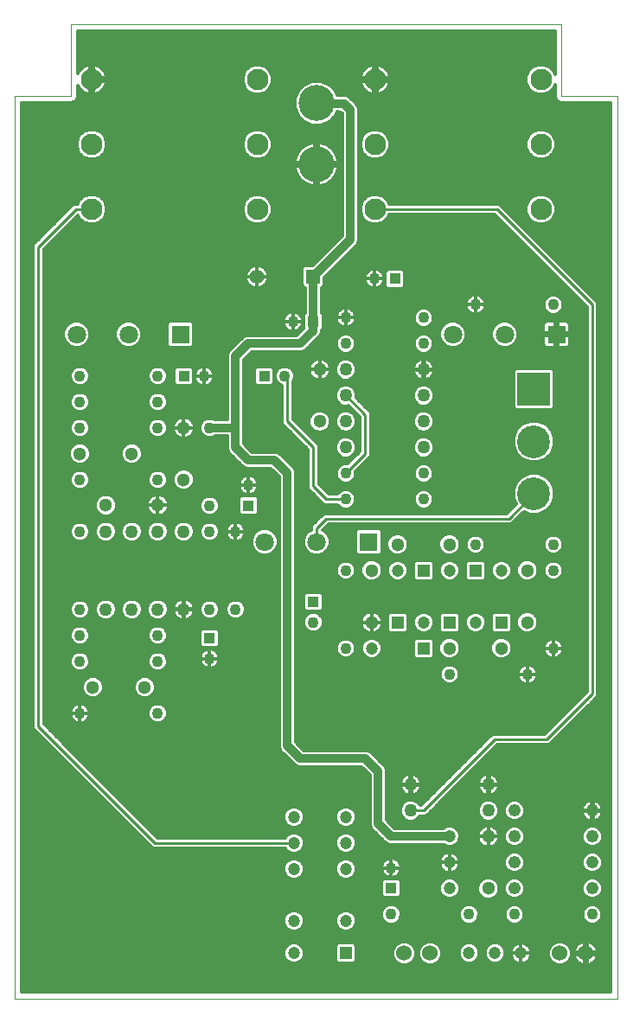
<source format=gtl>
G75*
%MOIN*%
%OFA0B0*%
%FSLAX25Y25*%
%IPPOS*%
%LPD*%
%AMOC8*
5,1,8,0,0,1.08239X$1,22.5*
%
%ADD10R,0.07087X0.07087*%
%ADD11C,0.07087*%
%ADD12C,0.08268*%
%ADD13C,0.05512*%
%ADD14R,0.05512X0.05512*%
%ADD15R,0.04331X0.04331*%
%ADD16C,0.04331*%
%ADD17C,0.13843*%
%ADD18C,0.05118*%
%ADD19C,0.05000*%
%ADD20C,0.04724*%
%ADD21R,0.04724X0.04724*%
%ADD22R,0.12661X0.12661*%
%ADD23C,0.12661*%
%ADD24C,0.04800*%
%ADD25C,0.04700*%
%ADD26C,0.06000*%
%ADD27C,0.00000*%
%ADD28C,0.01200*%
%ADD29C,0.03346*%
%ADD30C,0.01000*%
%ADD31C,0.03200*%
D10*
X0141250Y0180163D03*
X0213750Y0260163D03*
X0068750Y0260163D03*
D11*
X0048750Y0260163D03*
X0028750Y0260163D03*
X0101250Y0180163D03*
X0121250Y0180163D03*
X0173750Y0260163D03*
X0193750Y0260163D03*
D12*
X0207699Y0308350D03*
X0207699Y0333350D03*
X0207699Y0358350D03*
X0143801Y0358350D03*
X0143801Y0333350D03*
X0143801Y0308350D03*
X0098449Y0308350D03*
X0098449Y0333350D03*
X0098449Y0358350D03*
X0034551Y0358350D03*
X0034551Y0333350D03*
X0034551Y0308350D03*
D13*
X0098250Y0282350D03*
D14*
X0120000Y0282350D03*
D15*
X0119930Y0265095D03*
X0101070Y0244105D03*
X0070070Y0244105D03*
X0094995Y0194170D03*
X0120000Y0157040D03*
X0080005Y0143030D03*
X0149995Y0046670D03*
X0151430Y0281595D03*
D16*
X0143570Y0281598D03*
X0132500Y0266600D03*
X0132500Y0256600D03*
X0112070Y0265098D03*
X0108930Y0244102D03*
X0132500Y0206600D03*
X0132500Y0196600D03*
X0132500Y0169100D03*
X0120000Y0149160D03*
X0132500Y0139100D03*
X0162500Y0196600D03*
X0162500Y0206600D03*
X0182500Y0179100D03*
X0212500Y0179100D03*
X0212500Y0169100D03*
X0212500Y0139100D03*
X0202500Y0129100D03*
X0172500Y0129100D03*
X0149998Y0054530D03*
X0150000Y0036600D03*
X0180000Y0036600D03*
X0197500Y0036600D03*
X0227500Y0036600D03*
X0094998Y0202030D03*
X0090000Y0184100D03*
X0080000Y0184100D03*
X0080000Y0194100D03*
X0080000Y0224100D03*
X0077930Y0244102D03*
X0060000Y0244100D03*
X0060000Y0234100D03*
X0060000Y0224100D03*
X0060000Y0204100D03*
X0030000Y0204100D03*
X0030000Y0184100D03*
X0030000Y0154100D03*
X0030000Y0144100D03*
X0030000Y0134100D03*
X0030000Y0114100D03*
X0060000Y0114100D03*
X0060000Y0134100D03*
X0060000Y0144100D03*
X0080002Y0135170D03*
X0080000Y0154100D03*
X0090000Y0154100D03*
X0030000Y0224100D03*
X0030000Y0234100D03*
X0030000Y0244100D03*
X0162500Y0256600D03*
X0162500Y0266600D03*
X0182500Y0271600D03*
X0212500Y0271600D03*
D17*
X0121250Y0325663D03*
X0121250Y0349285D03*
D18*
X0122500Y0246600D03*
X0122500Y0226600D03*
X0152500Y0179100D03*
X0142500Y0169100D03*
X0142500Y0149100D03*
X0172500Y0139100D03*
X0192500Y0139100D03*
X0202500Y0149100D03*
X0202500Y0169100D03*
X0172500Y0179100D03*
X0187500Y0066600D03*
X0187500Y0046600D03*
X0070000Y0204100D03*
X0060000Y0194350D03*
X0050000Y0214100D03*
X0040000Y0194350D03*
X0030000Y0214100D03*
X0070000Y0224100D03*
X0055000Y0124100D03*
X0035000Y0124100D03*
D19*
X0040000Y0154100D03*
X0050000Y0154100D03*
X0060000Y0154100D03*
X0070000Y0154100D03*
X0070000Y0184100D03*
X0060000Y0184100D03*
X0050000Y0184100D03*
X0040000Y0184100D03*
X0132500Y0216600D03*
X0132500Y0226600D03*
X0132500Y0236600D03*
X0132500Y0246600D03*
X0162500Y0246600D03*
X0162500Y0236600D03*
X0162500Y0226600D03*
X0162500Y0216600D03*
X0157500Y0086600D03*
X0157500Y0076600D03*
X0187500Y0076600D03*
X0187500Y0086600D03*
D20*
X0182500Y0149100D03*
X0172500Y0169100D03*
X0162500Y0149100D03*
X0152500Y0169100D03*
X0142500Y0139100D03*
X0132500Y0074100D03*
X0132500Y0064100D03*
X0132500Y0054100D03*
X0132500Y0034100D03*
X0112500Y0034100D03*
X0112500Y0021600D03*
X0112500Y0054100D03*
X0112500Y0064100D03*
X0112500Y0074100D03*
X0180000Y0021600D03*
X0190000Y0021600D03*
X0200000Y0021600D03*
X0192500Y0169100D03*
D21*
X0182500Y0169100D03*
X0172500Y0149100D03*
X0162500Y0139100D03*
X0152500Y0149100D03*
X0162500Y0169100D03*
X0192500Y0149100D03*
X0132500Y0021600D03*
D22*
X0205000Y0239100D03*
D23*
X0205000Y0218850D03*
X0205000Y0198700D03*
D24*
X0197500Y0076600D03*
X0197500Y0066600D03*
X0197500Y0056600D03*
X0197500Y0046600D03*
X0227500Y0046600D03*
X0227500Y0056600D03*
X0227500Y0066600D03*
X0227500Y0076600D03*
D25*
X0172500Y0066600D03*
X0172500Y0056600D03*
X0172500Y0046600D03*
D26*
X0165000Y0021600D03*
X0155000Y0021600D03*
X0215000Y0021600D03*
X0225000Y0021600D03*
D27*
X0237283Y0004100D02*
X0005000Y0004100D01*
X0005000Y0352131D01*
X0026654Y0352131D01*
X0026654Y0379691D01*
X0215630Y0379691D01*
X0215630Y0352131D01*
X0237283Y0352131D01*
X0237283Y0004100D01*
D28*
X0234683Y0006700D02*
X0007600Y0006700D01*
X0007600Y0349531D01*
X0027171Y0349531D01*
X0028126Y0349927D01*
X0028858Y0350659D01*
X0029254Y0351614D01*
X0029254Y0356117D01*
X0029647Y0355345D01*
X0030178Y0354615D01*
X0030816Y0353976D01*
X0031546Y0353446D01*
X0032350Y0353036D01*
X0033208Y0352757D01*
X0033951Y0352640D01*
X0033951Y0357750D01*
X0035151Y0357750D01*
X0035151Y0352640D01*
X0035894Y0352757D01*
X0036752Y0353036D01*
X0037556Y0353446D01*
X0038287Y0353976D01*
X0038925Y0354615D01*
X0039455Y0355345D01*
X0039865Y0356149D01*
X0040144Y0357007D01*
X0040261Y0357750D01*
X0035151Y0357750D01*
X0035151Y0358950D01*
X0033951Y0358950D01*
X0033951Y0364060D01*
X0033208Y0363943D01*
X0032350Y0363664D01*
X0031546Y0363254D01*
X0030816Y0362724D01*
X0030178Y0362085D01*
X0029647Y0361355D01*
X0029254Y0360583D01*
X0029254Y0377091D01*
X0213030Y0377091D01*
X0213030Y0360463D01*
X0212560Y0361598D01*
X0210947Y0363211D01*
X0208839Y0364084D01*
X0206558Y0364084D01*
X0204451Y0363211D01*
X0202838Y0361598D01*
X0201965Y0359491D01*
X0201965Y0357209D01*
X0202838Y0355102D01*
X0204451Y0353489D01*
X0206558Y0352616D01*
X0208839Y0352616D01*
X0210947Y0353489D01*
X0212560Y0355102D01*
X0213030Y0356237D01*
X0213030Y0351614D01*
X0213426Y0350659D01*
X0214157Y0349927D01*
X0215113Y0349531D01*
X0234683Y0349531D01*
X0234683Y0006700D01*
X0234683Y0006815D02*
X0007600Y0006815D01*
X0007600Y0008013D02*
X0234683Y0008013D01*
X0234683Y0009212D02*
X0007600Y0009212D01*
X0007600Y0010410D02*
X0234683Y0010410D01*
X0234683Y0011609D02*
X0007600Y0011609D01*
X0007600Y0012807D02*
X0234683Y0012807D01*
X0234683Y0014006D02*
X0007600Y0014006D01*
X0007600Y0015204D02*
X0234683Y0015204D01*
X0234683Y0016403D02*
X0007600Y0016403D01*
X0007600Y0017601D02*
X0152633Y0017601D01*
X0152394Y0017700D02*
X0154085Y0017000D01*
X0155915Y0017000D01*
X0157606Y0017700D01*
X0158900Y0018994D01*
X0159600Y0020685D01*
X0159600Y0022515D01*
X0158900Y0024206D01*
X0157606Y0025500D01*
X0155915Y0026200D01*
X0154085Y0026200D01*
X0152394Y0025500D01*
X0151100Y0024206D01*
X0150400Y0022515D01*
X0150400Y0020685D01*
X0151100Y0018994D01*
X0152394Y0017700D01*
X0151295Y0018800D02*
X0136462Y0018800D01*
X0136462Y0018575D02*
X0136462Y0024625D01*
X0135525Y0025562D01*
X0129475Y0025562D01*
X0128538Y0024625D01*
X0128538Y0018575D01*
X0129475Y0017638D01*
X0135525Y0017638D01*
X0136462Y0018575D01*
X0136462Y0019998D02*
X0150684Y0019998D01*
X0150400Y0021197D02*
X0136462Y0021197D01*
X0136462Y0022395D02*
X0150400Y0022395D01*
X0150847Y0023594D02*
X0136462Y0023594D01*
X0136295Y0024792D02*
X0151687Y0024792D01*
X0153580Y0025991D02*
X0007600Y0025991D01*
X0007600Y0027189D02*
X0234683Y0027189D01*
X0234683Y0025991D02*
X0226372Y0025991D01*
X0226077Y0026087D02*
X0225400Y0026194D01*
X0225400Y0022000D01*
X0224600Y0022000D01*
X0224600Y0026194D01*
X0223923Y0026087D01*
X0223234Y0025863D01*
X0222589Y0025534D01*
X0222003Y0025109D01*
X0221491Y0024597D01*
X0221066Y0024011D01*
X0220737Y0023366D01*
X0220513Y0022677D01*
X0220406Y0022000D01*
X0224600Y0022000D01*
X0224600Y0021200D01*
X0220406Y0021200D01*
X0220513Y0020523D01*
X0220737Y0019834D01*
X0221066Y0019189D01*
X0221491Y0018603D01*
X0222003Y0018091D01*
X0222589Y0017666D01*
X0223234Y0017337D01*
X0223923Y0017113D01*
X0224600Y0017006D01*
X0224600Y0021200D01*
X0225400Y0021200D01*
X0225400Y0022000D01*
X0229594Y0022000D01*
X0229487Y0022677D01*
X0229263Y0023366D01*
X0228934Y0024011D01*
X0228509Y0024597D01*
X0227997Y0025109D01*
X0227411Y0025534D01*
X0226766Y0025863D01*
X0226077Y0026087D01*
X0225400Y0025991D02*
X0224600Y0025991D01*
X0223628Y0025991D02*
X0216420Y0025991D01*
X0215915Y0026200D02*
X0214085Y0026200D01*
X0212394Y0025500D01*
X0211100Y0024206D01*
X0210400Y0022515D01*
X0210400Y0020685D01*
X0211100Y0018994D01*
X0212394Y0017700D01*
X0214085Y0017000D01*
X0215915Y0017000D01*
X0217606Y0017700D01*
X0218900Y0018994D01*
X0219600Y0020685D01*
X0219600Y0022515D01*
X0218900Y0024206D01*
X0217606Y0025500D01*
X0215915Y0026200D01*
X0213580Y0025991D02*
X0166420Y0025991D01*
X0165915Y0026200D02*
X0164085Y0026200D01*
X0162394Y0025500D01*
X0161100Y0024206D01*
X0160400Y0022515D01*
X0160400Y0020685D01*
X0161100Y0018994D01*
X0162394Y0017700D01*
X0164085Y0017000D01*
X0165915Y0017000D01*
X0167606Y0017700D01*
X0168900Y0018994D01*
X0169600Y0020685D01*
X0169600Y0022515D01*
X0168900Y0024206D01*
X0167606Y0025500D01*
X0165915Y0026200D01*
X0163580Y0025991D02*
X0156420Y0025991D01*
X0158313Y0024792D02*
X0161687Y0024792D01*
X0160847Y0023594D02*
X0159153Y0023594D01*
X0159600Y0022395D02*
X0160400Y0022395D01*
X0160400Y0021197D02*
X0159600Y0021197D01*
X0159316Y0019998D02*
X0160684Y0019998D01*
X0161295Y0018800D02*
X0158705Y0018800D01*
X0157366Y0017601D02*
X0162633Y0017601D01*
X0167366Y0017601D02*
X0212633Y0017601D01*
X0211295Y0018800D02*
X0202803Y0018800D01*
X0203078Y0019074D02*
X0203511Y0019723D01*
X0203810Y0020444D01*
X0203962Y0021210D01*
X0203962Y0021600D01*
X0203962Y0021990D01*
X0203810Y0022756D01*
X0203511Y0023477D01*
X0203078Y0024126D01*
X0202526Y0024678D01*
X0201877Y0025111D01*
X0201156Y0025410D01*
X0200390Y0025562D01*
X0200000Y0025562D01*
X0200000Y0021600D01*
X0203962Y0021600D01*
X0200000Y0021600D01*
X0200000Y0021600D01*
X0200000Y0021600D01*
X0200000Y0017638D01*
X0200390Y0017638D01*
X0201156Y0017790D01*
X0201877Y0018089D01*
X0202526Y0018522D01*
X0203078Y0019074D01*
X0203625Y0019998D02*
X0210684Y0019998D01*
X0210400Y0021197D02*
X0203960Y0021197D01*
X0203882Y0022395D02*
X0210400Y0022395D01*
X0210847Y0023594D02*
X0203433Y0023594D01*
X0202354Y0024792D02*
X0211687Y0024792D01*
X0217366Y0017601D02*
X0222716Y0017601D01*
X0221349Y0018800D02*
X0218705Y0018800D01*
X0219316Y0019998D02*
X0220684Y0019998D01*
X0220407Y0021197D02*
X0219600Y0021197D01*
X0219600Y0022395D02*
X0220469Y0022395D01*
X0220853Y0023594D02*
X0219153Y0023594D01*
X0218313Y0024792D02*
X0221687Y0024792D01*
X0224600Y0024792D02*
X0225400Y0024792D01*
X0225400Y0023594D02*
X0224600Y0023594D01*
X0224600Y0022395D02*
X0225400Y0022395D01*
X0225400Y0021200D02*
X0229594Y0021200D01*
X0229487Y0020523D01*
X0229263Y0019834D01*
X0228934Y0019189D01*
X0228509Y0018603D01*
X0227997Y0018091D01*
X0227411Y0017666D01*
X0226766Y0017337D01*
X0226077Y0017113D01*
X0225400Y0017006D01*
X0225400Y0021200D01*
X0225400Y0021197D02*
X0224600Y0021197D01*
X0224600Y0019998D02*
X0225400Y0019998D01*
X0225400Y0018800D02*
X0224600Y0018800D01*
X0224600Y0017601D02*
X0225400Y0017601D01*
X0227284Y0017601D02*
X0234683Y0017601D01*
X0234683Y0018800D02*
X0228651Y0018800D01*
X0229316Y0019998D02*
X0234683Y0019998D01*
X0234683Y0021197D02*
X0229593Y0021197D01*
X0229531Y0022395D02*
X0234683Y0022395D01*
X0234683Y0023594D02*
X0229147Y0023594D01*
X0228313Y0024792D02*
X0234683Y0024792D01*
X0234683Y0028388D02*
X0007600Y0028388D01*
X0007600Y0029586D02*
X0234683Y0029586D01*
X0234683Y0030785D02*
X0134788Y0030785D01*
X0134744Y0030741D02*
X0135859Y0031856D01*
X0136462Y0033312D01*
X0136462Y0034888D01*
X0135859Y0036344D01*
X0134744Y0037459D01*
X0133288Y0038062D01*
X0131712Y0038062D01*
X0130256Y0037459D01*
X0129141Y0036344D01*
X0128538Y0034888D01*
X0128538Y0033312D01*
X0129141Y0031856D01*
X0130256Y0030741D01*
X0131712Y0030138D01*
X0133288Y0030138D01*
X0134744Y0030741D01*
X0135912Y0031983D02*
X0234683Y0031983D01*
X0234683Y0033182D02*
X0229087Y0033182D01*
X0229633Y0033408D02*
X0228249Y0032835D01*
X0226751Y0032835D01*
X0225367Y0033408D01*
X0224308Y0034467D01*
X0223735Y0035851D01*
X0223735Y0037349D01*
X0224308Y0038733D01*
X0225367Y0039792D01*
X0226751Y0040365D01*
X0228249Y0040365D01*
X0229633Y0039792D01*
X0230692Y0038733D01*
X0231265Y0037349D01*
X0231265Y0035851D01*
X0230692Y0034467D01*
X0229633Y0033408D01*
X0230605Y0034380D02*
X0234683Y0034380D01*
X0234683Y0035579D02*
X0231153Y0035579D01*
X0231265Y0036777D02*
X0234683Y0036777D01*
X0234683Y0037976D02*
X0231006Y0037976D01*
X0230251Y0039174D02*
X0234683Y0039174D01*
X0234683Y0040373D02*
X0007600Y0040373D01*
X0007600Y0041571D02*
X0234683Y0041571D01*
X0234683Y0042770D02*
X0228706Y0042770D01*
X0228296Y0042600D02*
X0229766Y0043209D01*
X0230891Y0044334D01*
X0231500Y0045804D01*
X0231500Y0047396D01*
X0230891Y0048866D01*
X0229766Y0049991D01*
X0228296Y0050600D01*
X0226704Y0050600D01*
X0225234Y0049991D01*
X0224109Y0048866D01*
X0223500Y0047396D01*
X0223500Y0045804D01*
X0224109Y0044334D01*
X0225234Y0043209D01*
X0226704Y0042600D01*
X0228296Y0042600D01*
X0226294Y0042770D02*
X0198706Y0042770D01*
X0198296Y0042600D02*
X0199766Y0043209D01*
X0200891Y0044334D01*
X0201500Y0045804D01*
X0201500Y0047396D01*
X0200891Y0048866D01*
X0199766Y0049991D01*
X0198296Y0050600D01*
X0196704Y0050600D01*
X0195234Y0049991D01*
X0194109Y0048866D01*
X0193500Y0047396D01*
X0193500Y0045804D01*
X0194109Y0044334D01*
X0195234Y0043209D01*
X0196704Y0042600D01*
X0198296Y0042600D01*
X0196294Y0042770D02*
X0189122Y0042770D01*
X0189856Y0043074D02*
X0191026Y0044244D01*
X0191659Y0045773D01*
X0191659Y0047427D01*
X0191026Y0048956D01*
X0189856Y0050126D01*
X0188327Y0050759D01*
X0186673Y0050759D01*
X0185144Y0050126D01*
X0183974Y0048956D01*
X0183341Y0047427D01*
X0183341Y0045773D01*
X0183974Y0044244D01*
X0185144Y0043074D01*
X0186673Y0042441D01*
X0188327Y0042441D01*
X0189856Y0043074D01*
X0190750Y0043968D02*
X0194475Y0043968D01*
X0193764Y0045167D02*
X0191408Y0045167D01*
X0191659Y0046366D02*
X0193500Y0046366D01*
X0193570Y0047564D02*
X0191602Y0047564D01*
X0191106Y0048763D02*
X0194066Y0048763D01*
X0195204Y0049961D02*
X0190021Y0049961D01*
X0184979Y0049961D02*
X0174708Y0049961D01*
X0174737Y0049949D02*
X0173286Y0050550D01*
X0171714Y0050550D01*
X0170263Y0049949D01*
X0169151Y0048837D01*
X0168550Y0047386D01*
X0168550Y0045814D01*
X0169151Y0044362D01*
X0170263Y0043251D01*
X0171714Y0042650D01*
X0173286Y0042650D01*
X0174737Y0043251D01*
X0175849Y0044362D01*
X0176450Y0045814D01*
X0176450Y0047386D01*
X0175849Y0048837D01*
X0174737Y0049949D01*
X0175880Y0048763D02*
X0183894Y0048763D01*
X0183398Y0047564D02*
X0176376Y0047564D01*
X0176450Y0046366D02*
X0183341Y0046366D01*
X0183592Y0045167D02*
X0176182Y0045167D01*
X0175455Y0043968D02*
X0184250Y0043968D01*
X0185878Y0042770D02*
X0173575Y0042770D01*
X0171425Y0042770D02*
X0007600Y0042770D01*
X0007600Y0043968D02*
X0146230Y0043968D01*
X0146230Y0043842D02*
X0147167Y0042905D01*
X0152823Y0042905D01*
X0153760Y0043842D01*
X0153760Y0049498D01*
X0152823Y0050435D01*
X0147167Y0050435D01*
X0146230Y0049498D01*
X0146230Y0043842D01*
X0146230Y0045167D02*
X0007600Y0045167D01*
X0007600Y0046366D02*
X0146230Y0046366D01*
X0146230Y0047564D02*
X0007600Y0047564D01*
X0007600Y0048763D02*
X0146230Y0048763D01*
X0146693Y0049961D02*
X0007600Y0049961D01*
X0007600Y0051160D02*
X0109837Y0051160D01*
X0110256Y0050741D02*
X0109141Y0051856D01*
X0108538Y0053312D01*
X0108538Y0054888D01*
X0109141Y0056344D01*
X0110256Y0057459D01*
X0111712Y0058062D01*
X0113288Y0058062D01*
X0114744Y0057459D01*
X0115859Y0056344D01*
X0116462Y0054888D01*
X0116462Y0053312D01*
X0115859Y0051856D01*
X0114744Y0050741D01*
X0113288Y0050138D01*
X0111712Y0050138D01*
X0110256Y0050741D01*
X0108933Y0052358D02*
X0007600Y0052358D01*
X0007600Y0053557D02*
X0108538Y0053557D01*
X0108538Y0054755D02*
X0007600Y0054755D01*
X0007600Y0055954D02*
X0108979Y0055954D01*
X0109949Y0057152D02*
X0007600Y0057152D01*
X0007600Y0058351D02*
X0168950Y0058351D01*
X0169000Y0058471D02*
X0168702Y0057752D01*
X0168550Y0056989D01*
X0168550Y0056600D01*
X0172500Y0056600D01*
X0172500Y0056600D01*
X0172500Y0060550D01*
X0172889Y0060550D01*
X0173652Y0060398D01*
X0174371Y0060100D01*
X0175018Y0059668D01*
X0175568Y0059118D01*
X0176000Y0058471D01*
X0176298Y0057752D01*
X0176450Y0056989D01*
X0176450Y0056600D01*
X0172500Y0056600D01*
X0172500Y0056600D01*
X0172500Y0056600D01*
X0172500Y0060550D01*
X0172111Y0060550D01*
X0171348Y0060398D01*
X0170629Y0060100D01*
X0169982Y0059668D01*
X0169432Y0059118D01*
X0169000Y0058471D01*
X0169863Y0059549D02*
X0007600Y0059549D01*
X0007600Y0060748D02*
X0110249Y0060748D01*
X0110256Y0060741D02*
X0111712Y0060138D01*
X0113288Y0060138D01*
X0114744Y0060741D01*
X0115859Y0061856D01*
X0116462Y0063312D01*
X0116462Y0064888D01*
X0115859Y0066344D01*
X0114744Y0067459D01*
X0113288Y0068062D01*
X0111712Y0068062D01*
X0110256Y0067459D01*
X0109141Y0066344D01*
X0109081Y0066200D01*
X0059870Y0066200D01*
X0016100Y0109970D01*
X0016100Y0292980D01*
X0029260Y0306140D01*
X0029690Y0305102D01*
X0031303Y0303489D01*
X0033411Y0302616D01*
X0035692Y0302616D01*
X0037799Y0303489D01*
X0039412Y0305102D01*
X0040285Y0307209D01*
X0040285Y0309491D01*
X0039412Y0311598D01*
X0037799Y0313211D01*
X0035692Y0314084D01*
X0033411Y0314084D01*
X0031303Y0313211D01*
X0029690Y0311598D01*
X0029215Y0310450D01*
X0027630Y0310450D01*
X0026400Y0309220D01*
X0011900Y0294720D01*
X0011900Y0108230D01*
X0013130Y0107000D01*
X0056900Y0063230D01*
X0058130Y0062000D01*
X0109081Y0062000D01*
X0109141Y0061856D01*
X0110256Y0060741D01*
X0109103Y0061946D02*
X0007600Y0061946D01*
X0007600Y0063145D02*
X0056985Y0063145D01*
X0055787Y0064343D02*
X0007600Y0064343D01*
X0007600Y0065542D02*
X0054588Y0065542D01*
X0053390Y0066740D02*
X0007600Y0066740D01*
X0007600Y0067939D02*
X0052191Y0067939D01*
X0050993Y0069137D02*
X0007600Y0069137D01*
X0007600Y0070336D02*
X0049794Y0070336D01*
X0048596Y0071534D02*
X0007600Y0071534D01*
X0007600Y0072733D02*
X0047397Y0072733D01*
X0046199Y0073931D02*
X0007600Y0073931D01*
X0007600Y0075130D02*
X0045000Y0075130D01*
X0043802Y0076328D02*
X0007600Y0076328D01*
X0007600Y0077527D02*
X0042603Y0077527D01*
X0041405Y0078725D02*
X0007600Y0078725D01*
X0007600Y0079924D02*
X0040206Y0079924D01*
X0039008Y0081122D02*
X0007600Y0081122D01*
X0007600Y0082321D02*
X0037809Y0082321D01*
X0036611Y0083519D02*
X0007600Y0083519D01*
X0007600Y0084718D02*
X0035412Y0084718D01*
X0034214Y0085916D02*
X0007600Y0085916D01*
X0007600Y0087115D02*
X0033015Y0087115D01*
X0031817Y0088313D02*
X0007600Y0088313D01*
X0007600Y0089512D02*
X0030618Y0089512D01*
X0029420Y0090710D02*
X0007600Y0090710D01*
X0007600Y0091909D02*
X0028221Y0091909D01*
X0027023Y0093107D02*
X0007600Y0093107D01*
X0007600Y0094306D02*
X0025824Y0094306D01*
X0024626Y0095504D02*
X0007600Y0095504D01*
X0007600Y0096703D02*
X0023427Y0096703D01*
X0022229Y0097901D02*
X0007600Y0097901D01*
X0007600Y0099100D02*
X0021030Y0099100D01*
X0019832Y0100299D02*
X0007600Y0100299D01*
X0007600Y0101497D02*
X0018633Y0101497D01*
X0017435Y0102696D02*
X0007600Y0102696D01*
X0007600Y0103894D02*
X0016236Y0103894D01*
X0015038Y0105093D02*
X0007600Y0105093D01*
X0007600Y0106291D02*
X0013839Y0106291D01*
X0012641Y0107490D02*
X0007600Y0107490D01*
X0007600Y0108688D02*
X0011900Y0108688D01*
X0011900Y0109887D02*
X0007600Y0109887D01*
X0007600Y0111085D02*
X0011900Y0111085D01*
X0011900Y0112284D02*
X0007600Y0112284D01*
X0007600Y0113482D02*
X0011900Y0113482D01*
X0011900Y0114681D02*
X0007600Y0114681D01*
X0007600Y0115879D02*
X0011900Y0115879D01*
X0011900Y0117078D02*
X0007600Y0117078D01*
X0007600Y0118276D02*
X0011900Y0118276D01*
X0011900Y0119475D02*
X0007600Y0119475D01*
X0007600Y0120673D02*
X0011900Y0120673D01*
X0011900Y0121872D02*
X0007600Y0121872D01*
X0007600Y0123070D02*
X0011900Y0123070D01*
X0011900Y0124269D02*
X0007600Y0124269D01*
X0007600Y0125467D02*
X0011900Y0125467D01*
X0011900Y0126666D02*
X0007600Y0126666D01*
X0007600Y0127864D02*
X0011900Y0127864D01*
X0011900Y0129063D02*
X0007600Y0129063D01*
X0007600Y0130261D02*
X0011900Y0130261D01*
X0011900Y0131460D02*
X0007600Y0131460D01*
X0007600Y0132658D02*
X0011900Y0132658D01*
X0011900Y0133857D02*
X0007600Y0133857D01*
X0007600Y0135055D02*
X0011900Y0135055D01*
X0011900Y0136254D02*
X0007600Y0136254D01*
X0007600Y0137452D02*
X0011900Y0137452D01*
X0011900Y0138651D02*
X0007600Y0138651D01*
X0007600Y0139849D02*
X0011900Y0139849D01*
X0011900Y0141048D02*
X0007600Y0141048D01*
X0007600Y0142246D02*
X0011900Y0142246D01*
X0011900Y0143445D02*
X0007600Y0143445D01*
X0007600Y0144643D02*
X0011900Y0144643D01*
X0011900Y0145842D02*
X0007600Y0145842D01*
X0007600Y0147040D02*
X0011900Y0147040D01*
X0011900Y0148239D02*
X0007600Y0148239D01*
X0007600Y0149437D02*
X0011900Y0149437D01*
X0011900Y0150636D02*
X0007600Y0150636D01*
X0007600Y0151834D02*
X0011900Y0151834D01*
X0011900Y0153033D02*
X0007600Y0153033D01*
X0007600Y0154232D02*
X0011900Y0154232D01*
X0011900Y0155430D02*
X0007600Y0155430D01*
X0007600Y0156629D02*
X0011900Y0156629D01*
X0011900Y0157827D02*
X0007600Y0157827D01*
X0007600Y0159026D02*
X0011900Y0159026D01*
X0011900Y0160224D02*
X0007600Y0160224D01*
X0007600Y0161423D02*
X0011900Y0161423D01*
X0011900Y0162621D02*
X0007600Y0162621D01*
X0007600Y0163820D02*
X0011900Y0163820D01*
X0011900Y0165018D02*
X0007600Y0165018D01*
X0007600Y0166217D02*
X0011900Y0166217D01*
X0011900Y0167415D02*
X0007600Y0167415D01*
X0007600Y0168614D02*
X0011900Y0168614D01*
X0011900Y0169812D02*
X0007600Y0169812D01*
X0007600Y0171011D02*
X0011900Y0171011D01*
X0011900Y0172209D02*
X0007600Y0172209D01*
X0007600Y0173408D02*
X0011900Y0173408D01*
X0011900Y0174606D02*
X0007600Y0174606D01*
X0007600Y0175805D02*
X0011900Y0175805D01*
X0011900Y0177003D02*
X0007600Y0177003D01*
X0007600Y0178202D02*
X0011900Y0178202D01*
X0011900Y0179400D02*
X0007600Y0179400D01*
X0007600Y0180599D02*
X0011900Y0180599D01*
X0011900Y0181797D02*
X0007600Y0181797D01*
X0007600Y0182996D02*
X0011900Y0182996D01*
X0011900Y0184194D02*
X0007600Y0184194D01*
X0007600Y0185393D02*
X0011900Y0185393D01*
X0011900Y0186591D02*
X0007600Y0186591D01*
X0007600Y0187790D02*
X0011900Y0187790D01*
X0011900Y0188988D02*
X0007600Y0188988D01*
X0007600Y0190187D02*
X0011900Y0190187D01*
X0011900Y0191385D02*
X0007600Y0191385D01*
X0007600Y0192584D02*
X0011900Y0192584D01*
X0011900Y0193782D02*
X0007600Y0193782D01*
X0007600Y0194981D02*
X0011900Y0194981D01*
X0011900Y0196179D02*
X0007600Y0196179D01*
X0007600Y0197378D02*
X0011900Y0197378D01*
X0011900Y0198576D02*
X0007600Y0198576D01*
X0007600Y0199775D02*
X0011900Y0199775D01*
X0011900Y0200973D02*
X0007600Y0200973D01*
X0007600Y0202172D02*
X0011900Y0202172D01*
X0011900Y0203370D02*
X0007600Y0203370D01*
X0007600Y0204569D02*
X0011900Y0204569D01*
X0011900Y0205768D02*
X0007600Y0205768D01*
X0007600Y0206966D02*
X0011900Y0206966D01*
X0011900Y0208165D02*
X0007600Y0208165D01*
X0007600Y0209363D02*
X0011900Y0209363D01*
X0011900Y0210562D02*
X0007600Y0210562D01*
X0007600Y0211760D02*
X0011900Y0211760D01*
X0011900Y0212959D02*
X0007600Y0212959D01*
X0007600Y0214157D02*
X0011900Y0214157D01*
X0011900Y0215356D02*
X0007600Y0215356D01*
X0007600Y0216554D02*
X0011900Y0216554D01*
X0011900Y0217753D02*
X0007600Y0217753D01*
X0007600Y0218951D02*
X0011900Y0218951D01*
X0011900Y0220150D02*
X0007600Y0220150D01*
X0007600Y0221348D02*
X0011900Y0221348D01*
X0011900Y0222547D02*
X0007600Y0222547D01*
X0007600Y0223745D02*
X0011900Y0223745D01*
X0011900Y0224944D02*
X0007600Y0224944D01*
X0007600Y0226142D02*
X0011900Y0226142D01*
X0011900Y0227341D02*
X0007600Y0227341D01*
X0007600Y0228539D02*
X0011900Y0228539D01*
X0011900Y0229738D02*
X0007600Y0229738D01*
X0007600Y0230936D02*
X0011900Y0230936D01*
X0011900Y0232135D02*
X0007600Y0232135D01*
X0007600Y0233333D02*
X0011900Y0233333D01*
X0011900Y0234532D02*
X0007600Y0234532D01*
X0007600Y0235730D02*
X0011900Y0235730D01*
X0011900Y0236929D02*
X0007600Y0236929D01*
X0007600Y0238127D02*
X0011900Y0238127D01*
X0011900Y0239326D02*
X0007600Y0239326D01*
X0007600Y0240524D02*
X0011900Y0240524D01*
X0011900Y0241723D02*
X0007600Y0241723D01*
X0007600Y0242921D02*
X0011900Y0242921D01*
X0011900Y0244120D02*
X0007600Y0244120D01*
X0007600Y0245318D02*
X0011900Y0245318D01*
X0011900Y0246517D02*
X0007600Y0246517D01*
X0007600Y0247715D02*
X0011900Y0247715D01*
X0011900Y0248914D02*
X0007600Y0248914D01*
X0007600Y0250112D02*
X0011900Y0250112D01*
X0011900Y0251311D02*
X0007600Y0251311D01*
X0007600Y0252509D02*
X0011900Y0252509D01*
X0011900Y0253708D02*
X0007600Y0253708D01*
X0007600Y0254906D02*
X0011900Y0254906D01*
X0011900Y0256105D02*
X0007600Y0256105D01*
X0007600Y0257303D02*
X0011900Y0257303D01*
X0011900Y0258502D02*
X0007600Y0258502D01*
X0007600Y0259701D02*
X0011900Y0259701D01*
X0011900Y0260899D02*
X0007600Y0260899D01*
X0007600Y0262098D02*
X0011900Y0262098D01*
X0011900Y0263296D02*
X0007600Y0263296D01*
X0007600Y0264495D02*
X0011900Y0264495D01*
X0011900Y0265693D02*
X0007600Y0265693D01*
X0007600Y0266892D02*
X0011900Y0266892D01*
X0011900Y0268090D02*
X0007600Y0268090D01*
X0007600Y0269289D02*
X0011900Y0269289D01*
X0011900Y0270487D02*
X0007600Y0270487D01*
X0007600Y0271686D02*
X0011900Y0271686D01*
X0011900Y0272884D02*
X0007600Y0272884D01*
X0007600Y0274083D02*
X0011900Y0274083D01*
X0011900Y0275281D02*
X0007600Y0275281D01*
X0007600Y0276480D02*
X0011900Y0276480D01*
X0011900Y0277678D02*
X0007600Y0277678D01*
X0007600Y0278877D02*
X0011900Y0278877D01*
X0011900Y0280075D02*
X0007600Y0280075D01*
X0007600Y0281274D02*
X0011900Y0281274D01*
X0011900Y0282472D02*
X0007600Y0282472D01*
X0007600Y0283671D02*
X0011900Y0283671D01*
X0011900Y0284869D02*
X0007600Y0284869D01*
X0007600Y0286068D02*
X0011900Y0286068D01*
X0011900Y0287266D02*
X0007600Y0287266D01*
X0007600Y0288465D02*
X0011900Y0288465D01*
X0011900Y0289663D02*
X0007600Y0289663D01*
X0007600Y0290862D02*
X0011900Y0290862D01*
X0011900Y0292060D02*
X0007600Y0292060D01*
X0007600Y0293259D02*
X0011900Y0293259D01*
X0011900Y0294457D02*
X0007600Y0294457D01*
X0007600Y0295656D02*
X0012836Y0295656D01*
X0014035Y0296854D02*
X0007600Y0296854D01*
X0007600Y0298053D02*
X0015233Y0298053D01*
X0016432Y0299251D02*
X0007600Y0299251D01*
X0007600Y0300450D02*
X0017630Y0300450D01*
X0018829Y0301648D02*
X0007600Y0301648D01*
X0007600Y0302847D02*
X0020027Y0302847D01*
X0021226Y0304045D02*
X0007600Y0304045D01*
X0007600Y0305244D02*
X0022424Y0305244D01*
X0023623Y0306442D02*
X0007600Y0306442D01*
X0007600Y0307641D02*
X0024821Y0307641D01*
X0026020Y0308839D02*
X0007600Y0308839D01*
X0007600Y0310038D02*
X0027218Y0310038D01*
X0029541Y0311237D02*
X0007600Y0311237D01*
X0007600Y0312435D02*
X0030527Y0312435D01*
X0032323Y0313634D02*
X0007600Y0313634D01*
X0007600Y0314832D02*
X0131050Y0314832D01*
X0131050Y0313634D02*
X0100677Y0313634D01*
X0101697Y0313211D02*
X0099589Y0314084D01*
X0097308Y0314084D01*
X0095201Y0313211D01*
X0093588Y0311598D01*
X0092715Y0309491D01*
X0092715Y0307209D01*
X0093588Y0305102D01*
X0095201Y0303489D01*
X0097308Y0302616D01*
X0099589Y0302616D01*
X0101697Y0303489D01*
X0103310Y0305102D01*
X0104183Y0307209D01*
X0104183Y0309491D01*
X0103310Y0311598D01*
X0101697Y0313211D01*
X0102473Y0312435D02*
X0131050Y0312435D01*
X0131050Y0311237D02*
X0103459Y0311237D01*
X0103956Y0310038D02*
X0131050Y0310038D01*
X0131050Y0308839D02*
X0104183Y0308839D01*
X0104183Y0307641D02*
X0131050Y0307641D01*
X0131050Y0306442D02*
X0103865Y0306442D01*
X0103369Y0305244D02*
X0131050Y0305244D01*
X0131050Y0304045D02*
X0102253Y0304045D01*
X0100147Y0302847D02*
X0131050Y0302847D01*
X0131050Y0301648D02*
X0024768Y0301648D01*
X0023570Y0300450D02*
X0131050Y0300450D01*
X0131050Y0299251D02*
X0022371Y0299251D01*
X0021173Y0298053D02*
X0131050Y0298053D01*
X0131050Y0297925D02*
X0119830Y0286706D01*
X0116581Y0286706D01*
X0115644Y0285769D01*
X0115644Y0278931D01*
X0116581Y0277994D01*
X0116730Y0277994D01*
X0116730Y0268488D01*
X0116165Y0267923D01*
X0116165Y0262290D01*
X0113675Y0259800D01*
X0094363Y0259800D01*
X0093187Y0259313D01*
X0088187Y0254313D01*
X0087287Y0253413D01*
X0086800Y0252237D01*
X0086800Y0227300D01*
X0082114Y0227300D01*
X0080749Y0227865D01*
X0079251Y0227865D01*
X0077867Y0227292D01*
X0076808Y0226233D01*
X0076235Y0224849D01*
X0076235Y0223351D01*
X0076808Y0221967D01*
X0077867Y0220908D01*
X0079251Y0220335D01*
X0080749Y0220335D01*
X0082114Y0220900D01*
X0086800Y0220900D01*
X0086800Y0215963D01*
X0087287Y0214787D01*
X0092287Y0209787D01*
X0093187Y0208887D01*
X0094363Y0208400D01*
X0103675Y0208400D01*
X0106800Y0205275D01*
X0106800Y0100963D01*
X0107287Y0099787D01*
X0113187Y0093887D01*
X0114363Y0093400D01*
X0138675Y0093400D01*
X0141800Y0090275D01*
X0141800Y0070963D01*
X0142287Y0069787D01*
X0147287Y0064787D01*
X0148187Y0063887D01*
X0149363Y0063400D01*
X0170114Y0063400D01*
X0170263Y0063251D01*
X0171714Y0062650D01*
X0173286Y0062650D01*
X0174737Y0063251D01*
X0175849Y0064362D01*
X0176450Y0065814D01*
X0176450Y0067386D01*
X0175849Y0068837D01*
X0174737Y0069949D01*
X0173286Y0070550D01*
X0171714Y0070550D01*
X0170263Y0069949D01*
X0170114Y0069800D01*
X0151325Y0069800D01*
X0148200Y0072925D01*
X0148200Y0092237D01*
X0147713Y0093413D01*
X0146813Y0094313D01*
X0141813Y0099313D01*
X0140637Y0099800D01*
X0116325Y0099800D01*
X0113200Y0102925D01*
X0113200Y0207237D01*
X0112713Y0208413D01*
X0107713Y0213413D01*
X0106813Y0214313D01*
X0105637Y0214800D01*
X0096325Y0214800D01*
X0093200Y0217925D01*
X0093200Y0250275D01*
X0096325Y0253400D01*
X0115637Y0253400D01*
X0116813Y0253887D01*
X0117713Y0254787D01*
X0117713Y0254787D01*
X0122643Y0259717D01*
X0123130Y0260893D01*
X0123130Y0261702D01*
X0123695Y0262267D01*
X0123695Y0267923D01*
X0123130Y0268488D01*
X0123130Y0277994D01*
X0123419Y0277994D01*
X0124356Y0278931D01*
X0124356Y0282180D01*
X0136963Y0294787D01*
X0137450Y0295963D01*
X0137450Y0347237D01*
X0136963Y0348413D01*
X0136063Y0349313D01*
X0134105Y0351271D01*
X0133691Y0351704D01*
X0133655Y0351720D01*
X0133628Y0351748D01*
X0133074Y0351977D01*
X0132527Y0352219D01*
X0132488Y0352220D01*
X0132451Y0352235D01*
X0131853Y0352235D01*
X0129226Y0352297D01*
X0128474Y0354112D01*
X0126077Y0356509D01*
X0122945Y0357806D01*
X0119555Y0357806D01*
X0116423Y0356509D01*
X0114026Y0354112D01*
X0112729Y0350980D01*
X0112729Y0347590D01*
X0114026Y0344458D01*
X0116423Y0342061D01*
X0119555Y0340764D01*
X0122945Y0340764D01*
X0126077Y0342061D01*
X0128474Y0344458D01*
X0129071Y0345899D01*
X0130458Y0345866D01*
X0131050Y0345275D01*
X0131050Y0297925D01*
X0129979Y0296854D02*
X0019974Y0296854D01*
X0018776Y0295656D02*
X0128780Y0295656D01*
X0127582Y0294457D02*
X0017577Y0294457D01*
X0016379Y0293259D02*
X0126383Y0293259D01*
X0125185Y0292060D02*
X0016100Y0292060D01*
X0016100Y0290862D02*
X0123986Y0290862D01*
X0122788Y0289663D02*
X0016100Y0289663D01*
X0016100Y0288465D02*
X0121589Y0288465D01*
X0120391Y0287266D02*
X0016100Y0287266D01*
X0016100Y0286068D02*
X0095956Y0286068D01*
X0095967Y0286075D02*
X0095412Y0285672D01*
X0094927Y0285188D01*
X0094524Y0284633D01*
X0094213Y0284022D01*
X0094001Y0283370D01*
X0093894Y0282693D01*
X0093894Y0282439D01*
X0098161Y0282439D01*
X0098161Y0286706D01*
X0097907Y0286706D01*
X0097230Y0286599D01*
X0096578Y0286387D01*
X0095967Y0286075D01*
X0094696Y0284869D02*
X0016100Y0284869D01*
X0016100Y0283671D02*
X0094099Y0283671D01*
X0093894Y0282472D02*
X0016100Y0282472D01*
X0016100Y0281274D02*
X0094020Y0281274D01*
X0094001Y0281330D02*
X0094213Y0280678D01*
X0094524Y0280067D01*
X0094927Y0279512D01*
X0095412Y0279027D01*
X0095967Y0278624D01*
X0096578Y0278313D01*
X0097230Y0278101D01*
X0097907Y0277994D01*
X0098161Y0277994D01*
X0098161Y0282261D01*
X0098339Y0282261D01*
X0098339Y0282439D01*
X0102606Y0282439D01*
X0102606Y0282693D01*
X0102499Y0283370D01*
X0102287Y0284022D01*
X0101975Y0284633D01*
X0101572Y0285188D01*
X0101088Y0285672D01*
X0100533Y0286075D01*
X0099922Y0286387D01*
X0099270Y0286599D01*
X0098593Y0286706D01*
X0098339Y0286706D01*
X0098339Y0282439D01*
X0098161Y0282439D01*
X0098161Y0282261D01*
X0093894Y0282261D01*
X0093894Y0282007D01*
X0094001Y0281330D01*
X0094520Y0280075D02*
X0016100Y0280075D01*
X0016100Y0278877D02*
X0095620Y0278877D01*
X0098161Y0278877D02*
X0098339Y0278877D01*
X0098339Y0277994D02*
X0098339Y0282261D01*
X0102606Y0282261D01*
X0102606Y0282007D01*
X0102499Y0281330D01*
X0102287Y0280678D01*
X0101975Y0280067D01*
X0101572Y0279512D01*
X0101088Y0279027D01*
X0100533Y0278624D01*
X0099922Y0278313D01*
X0099270Y0278101D01*
X0098593Y0277994D01*
X0098339Y0277994D01*
X0098339Y0280075D02*
X0098161Y0280075D01*
X0098161Y0281274D02*
X0098339Y0281274D01*
X0098339Y0282472D02*
X0098161Y0282472D01*
X0098161Y0283671D02*
X0098339Y0283671D01*
X0098339Y0284869D02*
X0098161Y0284869D01*
X0098161Y0286068D02*
X0098339Y0286068D01*
X0100544Y0286068D02*
X0115943Y0286068D01*
X0115644Y0284869D02*
X0101804Y0284869D01*
X0102401Y0283671D02*
X0115644Y0283671D01*
X0115644Y0282472D02*
X0102606Y0282472D01*
X0102480Y0281274D02*
X0115644Y0281274D01*
X0115644Y0280075D02*
X0101980Y0280075D01*
X0100880Y0278877D02*
X0115699Y0278877D01*
X0116730Y0277678D02*
X0016100Y0277678D01*
X0016100Y0276480D02*
X0116730Y0276480D01*
X0116730Y0275281D02*
X0016100Y0275281D01*
X0016100Y0274083D02*
X0116730Y0274083D01*
X0116730Y0272884D02*
X0016100Y0272884D01*
X0016100Y0271686D02*
X0116730Y0271686D01*
X0116730Y0270487D02*
X0016100Y0270487D01*
X0016100Y0269289D02*
X0116730Y0269289D01*
X0116332Y0268090D02*
X0114369Y0268090D01*
X0114470Y0268022D02*
X0113854Y0268434D01*
X0113168Y0268718D01*
X0112441Y0268863D01*
X0112070Y0268863D01*
X0112070Y0265098D01*
X0112070Y0268863D01*
X0111699Y0268863D01*
X0110972Y0268718D01*
X0110286Y0268434D01*
X0109670Y0268022D01*
X0109145Y0267498D01*
X0108733Y0266881D01*
X0108449Y0266196D01*
X0108305Y0265468D01*
X0108305Y0265098D01*
X0112070Y0265098D01*
X0112070Y0265098D01*
X0115835Y0265098D01*
X0115835Y0265468D01*
X0115691Y0266196D01*
X0115407Y0266881D01*
X0114995Y0267498D01*
X0114470Y0268022D01*
X0115400Y0266892D02*
X0116165Y0266892D01*
X0116165Y0265693D02*
X0115791Y0265693D01*
X0115835Y0265097D02*
X0112070Y0265097D01*
X0112070Y0261332D01*
X0112441Y0261332D01*
X0113168Y0261477D01*
X0113854Y0261761D01*
X0114470Y0262173D01*
X0114995Y0262697D01*
X0115407Y0263314D01*
X0115691Y0263999D01*
X0115835Y0264727D01*
X0115835Y0265097D01*
X0115789Y0264495D02*
X0116165Y0264495D01*
X0116165Y0263296D02*
X0115395Y0263296D01*
X0115972Y0262098D02*
X0114358Y0262098D01*
X0114774Y0260899D02*
X0073893Y0260899D01*
X0073893Y0259701D02*
X0094123Y0259701D01*
X0092377Y0258502D02*
X0073893Y0258502D01*
X0073893Y0257303D02*
X0091178Y0257303D01*
X0089980Y0256105D02*
X0073893Y0256105D01*
X0073893Y0255957D02*
X0073893Y0264369D01*
X0072956Y0265306D01*
X0064544Y0265306D01*
X0063607Y0264369D01*
X0063607Y0255957D01*
X0064544Y0255020D01*
X0072956Y0255020D01*
X0073893Y0255957D01*
X0073893Y0262098D02*
X0109782Y0262098D01*
X0109670Y0262173D02*
X0110286Y0261761D01*
X0110972Y0261477D01*
X0111699Y0261332D01*
X0112070Y0261332D01*
X0112070Y0265097D01*
X0112070Y0265097D01*
X0112070Y0265098D01*
X0112070Y0265097D01*
X0108305Y0265097D01*
X0108305Y0264727D01*
X0108449Y0263999D01*
X0108733Y0263314D01*
X0109145Y0262697D01*
X0109670Y0262173D01*
X0108745Y0263296D02*
X0073893Y0263296D01*
X0073768Y0264495D02*
X0108351Y0264495D01*
X0108349Y0265693D02*
X0016100Y0265693D01*
X0016100Y0264495D02*
X0025808Y0264495D01*
X0025837Y0264523D02*
X0024390Y0263076D01*
X0023607Y0261186D01*
X0023607Y0259140D01*
X0024390Y0257250D01*
X0025837Y0255803D01*
X0027727Y0255020D01*
X0029773Y0255020D01*
X0031663Y0255803D01*
X0033110Y0257250D01*
X0033893Y0259140D01*
X0033893Y0261186D01*
X0033110Y0263076D01*
X0031663Y0264523D01*
X0029773Y0265306D01*
X0027727Y0265306D01*
X0025837Y0264523D01*
X0024609Y0263296D02*
X0016100Y0263296D01*
X0016100Y0262098D02*
X0023984Y0262098D01*
X0023607Y0260899D02*
X0016100Y0260899D01*
X0016100Y0259701D02*
X0023607Y0259701D01*
X0023871Y0258502D02*
X0016100Y0258502D01*
X0016100Y0257303D02*
X0024367Y0257303D01*
X0025534Y0256105D02*
X0016100Y0256105D01*
X0016100Y0254906D02*
X0088781Y0254906D01*
X0087582Y0253708D02*
X0016100Y0253708D01*
X0016100Y0252509D02*
X0086913Y0252509D01*
X0086800Y0251311D02*
X0016100Y0251311D01*
X0016100Y0250112D02*
X0086800Y0250112D01*
X0086800Y0248914D02*
X0016100Y0248914D01*
X0016100Y0247715D02*
X0028889Y0247715D01*
X0029251Y0247865D02*
X0027867Y0247292D01*
X0026808Y0246233D01*
X0026235Y0244849D01*
X0026235Y0243351D01*
X0026808Y0241967D01*
X0027867Y0240908D01*
X0029251Y0240335D01*
X0030749Y0240335D01*
X0032133Y0240908D01*
X0033192Y0241967D01*
X0033765Y0243351D01*
X0033765Y0244849D01*
X0033192Y0246233D01*
X0032133Y0247292D01*
X0030749Y0247865D01*
X0029251Y0247865D01*
X0031111Y0247715D02*
X0058889Y0247715D01*
X0059251Y0247865D02*
X0057867Y0247292D01*
X0056808Y0246233D01*
X0056235Y0244849D01*
X0056235Y0243351D01*
X0056808Y0241967D01*
X0057867Y0240908D01*
X0059251Y0240335D01*
X0060749Y0240335D01*
X0062133Y0240908D01*
X0063192Y0241967D01*
X0063765Y0243351D01*
X0063765Y0244849D01*
X0063192Y0246233D01*
X0062133Y0247292D01*
X0060749Y0247865D01*
X0059251Y0247865D01*
X0061111Y0247715D02*
X0067087Y0247715D01*
X0067242Y0247870D02*
X0066305Y0246933D01*
X0066305Y0241277D01*
X0067242Y0240340D01*
X0072898Y0240340D01*
X0073835Y0241277D01*
X0073835Y0246933D01*
X0072898Y0247870D01*
X0067242Y0247870D01*
X0066305Y0246517D02*
X0062908Y0246517D01*
X0063571Y0245318D02*
X0066305Y0245318D01*
X0066305Y0244120D02*
X0063765Y0244120D01*
X0063587Y0242921D02*
X0066305Y0242921D01*
X0066305Y0241723D02*
X0062948Y0241723D01*
X0061207Y0240524D02*
X0067057Y0240524D01*
X0063192Y0236233D02*
X0063765Y0234849D01*
X0063765Y0233351D01*
X0063192Y0231967D01*
X0062133Y0230908D01*
X0060749Y0230335D01*
X0059251Y0230335D01*
X0057867Y0230908D01*
X0056808Y0231967D01*
X0056235Y0233351D01*
X0056235Y0234849D01*
X0056808Y0236233D01*
X0057867Y0237292D01*
X0059251Y0237865D01*
X0060749Y0237865D01*
X0062133Y0237292D01*
X0063192Y0236233D01*
X0063400Y0235730D02*
X0086800Y0235730D01*
X0086800Y0234532D02*
X0063765Y0234532D01*
X0063758Y0233333D02*
X0086800Y0233333D01*
X0086800Y0232135D02*
X0063262Y0232135D01*
X0062161Y0230936D02*
X0086800Y0230936D01*
X0086800Y0229738D02*
X0016100Y0229738D01*
X0016100Y0230936D02*
X0027839Y0230936D01*
X0027867Y0230908D02*
X0029251Y0230335D01*
X0030749Y0230335D01*
X0032133Y0230908D01*
X0033192Y0231967D01*
X0033765Y0233351D01*
X0033765Y0234849D01*
X0033192Y0236233D01*
X0032133Y0237292D01*
X0030749Y0237865D01*
X0029251Y0237865D01*
X0027867Y0237292D01*
X0026808Y0236233D01*
X0026235Y0234849D01*
X0026235Y0233351D01*
X0026808Y0231967D01*
X0027867Y0230908D01*
X0026738Y0232135D02*
X0016100Y0232135D01*
X0016100Y0233333D02*
X0026242Y0233333D01*
X0026235Y0234532D02*
X0016100Y0234532D01*
X0016100Y0235730D02*
X0026600Y0235730D01*
X0027504Y0236929D02*
X0016100Y0236929D01*
X0016100Y0238127D02*
X0086800Y0238127D01*
X0086800Y0236929D02*
X0062496Y0236929D01*
X0057504Y0236929D02*
X0032496Y0236929D01*
X0033400Y0235730D02*
X0056600Y0235730D01*
X0056235Y0234532D02*
X0033765Y0234532D01*
X0033758Y0233333D02*
X0056242Y0233333D01*
X0056738Y0232135D02*
X0033262Y0232135D01*
X0032161Y0230936D02*
X0057839Y0230936D01*
X0059251Y0227865D02*
X0057867Y0227292D01*
X0056808Y0226233D01*
X0056235Y0224849D01*
X0056235Y0223351D01*
X0056808Y0221967D01*
X0057867Y0220908D01*
X0059251Y0220335D01*
X0060749Y0220335D01*
X0062133Y0220908D01*
X0063192Y0221967D01*
X0063765Y0223351D01*
X0063765Y0224849D01*
X0063192Y0226233D01*
X0062133Y0227292D01*
X0060749Y0227865D01*
X0059251Y0227865D01*
X0057984Y0227341D02*
X0032016Y0227341D01*
X0032133Y0227292D02*
X0030749Y0227865D01*
X0029251Y0227865D01*
X0027867Y0227292D01*
X0026808Y0226233D01*
X0026235Y0224849D01*
X0026235Y0223351D01*
X0026808Y0221967D01*
X0027867Y0220908D01*
X0029251Y0220335D01*
X0030749Y0220335D01*
X0032133Y0220908D01*
X0033192Y0221967D01*
X0033765Y0223351D01*
X0033765Y0224849D01*
X0033192Y0226233D01*
X0032133Y0227292D01*
X0033230Y0226142D02*
X0056770Y0226142D01*
X0056274Y0224944D02*
X0033726Y0224944D01*
X0033765Y0223745D02*
X0056235Y0223745D01*
X0056568Y0222547D02*
X0033432Y0222547D01*
X0032573Y0221348D02*
X0057427Y0221348D01*
X0062016Y0227341D02*
X0067385Y0227341D01*
X0067291Y0227272D02*
X0066828Y0226809D01*
X0066443Y0226280D01*
X0066146Y0225697D01*
X0065943Y0225074D01*
X0065841Y0224427D01*
X0065841Y0224100D01*
X0070000Y0224100D01*
X0070000Y0224100D01*
X0070000Y0228259D01*
X0070327Y0228259D01*
X0070974Y0228157D01*
X0071597Y0227954D01*
X0072180Y0227657D01*
X0072709Y0227272D01*
X0073172Y0226809D01*
X0073557Y0226280D01*
X0073854Y0225697D01*
X0074057Y0225074D01*
X0074159Y0224427D01*
X0074159Y0224100D01*
X0070000Y0224100D01*
X0070000Y0224100D01*
X0070000Y0224100D01*
X0070000Y0228259D01*
X0069673Y0228259D01*
X0069026Y0228157D01*
X0068403Y0227954D01*
X0067820Y0227657D01*
X0067291Y0227272D01*
X0066373Y0226142D02*
X0063230Y0226142D01*
X0063726Y0224944D02*
X0065923Y0224944D01*
X0065841Y0224100D02*
X0065841Y0223773D01*
X0065943Y0223126D01*
X0066146Y0222503D01*
X0066443Y0221920D01*
X0066828Y0221391D01*
X0067291Y0220928D01*
X0067820Y0220543D01*
X0068403Y0220246D01*
X0069026Y0220043D01*
X0069673Y0219941D01*
X0070000Y0219941D01*
X0070327Y0219941D01*
X0070974Y0220043D01*
X0071597Y0220246D01*
X0072180Y0220543D01*
X0072709Y0220928D01*
X0073172Y0221391D01*
X0073557Y0221920D01*
X0073854Y0222503D01*
X0074057Y0223126D01*
X0074159Y0223773D01*
X0074159Y0224100D01*
X0070000Y0224100D01*
X0070000Y0219941D01*
X0070000Y0224100D01*
X0070000Y0224100D01*
X0065841Y0224100D01*
X0065845Y0223745D02*
X0063765Y0223745D01*
X0063432Y0222547D02*
X0066132Y0222547D01*
X0066870Y0221348D02*
X0062573Y0221348D01*
X0068699Y0220150D02*
X0016100Y0220150D01*
X0016100Y0221348D02*
X0027427Y0221348D01*
X0026568Y0222547D02*
X0016100Y0222547D01*
X0016100Y0223745D02*
X0026235Y0223745D01*
X0026274Y0224944D02*
X0016100Y0224944D01*
X0016100Y0226142D02*
X0026770Y0226142D01*
X0027984Y0227341D02*
X0016100Y0227341D01*
X0016100Y0228539D02*
X0086800Y0228539D01*
X0086800Y0227341D02*
X0082016Y0227341D01*
X0077984Y0227341D02*
X0072615Y0227341D01*
X0073627Y0226142D02*
X0076770Y0226142D01*
X0076274Y0224944D02*
X0074077Y0224944D01*
X0074155Y0223745D02*
X0076235Y0223745D01*
X0076568Y0222547D02*
X0073868Y0222547D01*
X0073130Y0221348D02*
X0077427Y0221348D01*
X0071301Y0220150D02*
X0086800Y0220150D01*
X0086800Y0218951D02*
X0016100Y0218951D01*
X0016100Y0217753D02*
X0027950Y0217753D01*
X0027644Y0217626D02*
X0026474Y0216456D01*
X0025841Y0214927D01*
X0025841Y0213273D01*
X0026474Y0211744D01*
X0027644Y0210574D01*
X0029173Y0209941D01*
X0030827Y0209941D01*
X0032356Y0210574D01*
X0033526Y0211744D01*
X0034159Y0213273D01*
X0034159Y0214927D01*
X0033526Y0216456D01*
X0032356Y0217626D01*
X0030827Y0218259D01*
X0029173Y0218259D01*
X0027644Y0217626D01*
X0026572Y0216554D02*
X0016100Y0216554D01*
X0016100Y0215356D02*
X0026018Y0215356D01*
X0025841Y0214157D02*
X0016100Y0214157D01*
X0016100Y0212959D02*
X0025971Y0212959D01*
X0026467Y0211760D02*
X0016100Y0211760D01*
X0016100Y0210562D02*
X0027674Y0210562D01*
X0029251Y0207865D02*
X0027867Y0207292D01*
X0026808Y0206233D01*
X0026235Y0204849D01*
X0026235Y0203351D01*
X0026808Y0201967D01*
X0027867Y0200908D01*
X0029251Y0200335D01*
X0030749Y0200335D01*
X0032133Y0200908D01*
X0033192Y0201967D01*
X0033765Y0203351D01*
X0033765Y0204849D01*
X0033192Y0206233D01*
X0032133Y0207292D01*
X0030749Y0207865D01*
X0029251Y0207865D01*
X0027541Y0206966D02*
X0016100Y0206966D01*
X0016100Y0205768D02*
X0026615Y0205768D01*
X0026235Y0204569D02*
X0016100Y0204569D01*
X0016100Y0203370D02*
X0026235Y0203370D01*
X0026723Y0202172D02*
X0016100Y0202172D01*
X0016100Y0200973D02*
X0027802Y0200973D01*
X0032198Y0200973D02*
X0057802Y0200973D01*
X0057867Y0200908D02*
X0059251Y0200335D01*
X0060749Y0200335D01*
X0062133Y0200908D01*
X0063192Y0201967D01*
X0063765Y0203351D01*
X0063765Y0204849D01*
X0063192Y0206233D01*
X0062133Y0207292D01*
X0060749Y0207865D01*
X0059251Y0207865D01*
X0057867Y0207292D01*
X0056808Y0206233D01*
X0056235Y0204849D01*
X0056235Y0203351D01*
X0056808Y0201967D01*
X0057867Y0200908D01*
X0056723Y0202172D02*
X0033277Y0202172D01*
X0033765Y0203370D02*
X0056235Y0203370D01*
X0056235Y0204569D02*
X0033765Y0204569D01*
X0033385Y0205768D02*
X0056615Y0205768D01*
X0057541Y0206966D02*
X0032459Y0206966D01*
X0032326Y0210562D02*
X0047674Y0210562D01*
X0047644Y0210574D02*
X0049173Y0209941D01*
X0050827Y0209941D01*
X0052356Y0210574D01*
X0053526Y0211744D01*
X0054159Y0213273D01*
X0054159Y0214927D01*
X0053526Y0216456D01*
X0052356Y0217626D01*
X0050827Y0218259D01*
X0049173Y0218259D01*
X0047644Y0217626D01*
X0046474Y0216456D01*
X0045841Y0214927D01*
X0045841Y0213273D01*
X0046474Y0211744D01*
X0047644Y0210574D01*
X0046467Y0211760D02*
X0033532Y0211760D01*
X0034029Y0212959D02*
X0045971Y0212959D01*
X0045841Y0214157D02*
X0034159Y0214157D01*
X0033982Y0215356D02*
X0046018Y0215356D01*
X0046572Y0216554D02*
X0033428Y0216554D01*
X0032050Y0217753D02*
X0047950Y0217753D01*
X0052050Y0217753D02*
X0086800Y0217753D01*
X0086800Y0216554D02*
X0053428Y0216554D01*
X0053982Y0215356D02*
X0087052Y0215356D01*
X0087917Y0214157D02*
X0054159Y0214157D01*
X0054029Y0212959D02*
X0089116Y0212959D01*
X0090314Y0211760D02*
X0053532Y0211760D01*
X0052326Y0210562D02*
X0091513Y0210562D01*
X0092711Y0209363D02*
X0016100Y0209363D01*
X0016100Y0208165D02*
X0068945Y0208165D01*
X0069173Y0208259D02*
X0067644Y0207626D01*
X0066474Y0206456D01*
X0065841Y0204927D01*
X0065841Y0203273D01*
X0066474Y0201744D01*
X0067644Y0200574D01*
X0069173Y0199941D01*
X0070827Y0199941D01*
X0072356Y0200574D01*
X0073526Y0201744D01*
X0074159Y0203273D01*
X0074159Y0204927D01*
X0073526Y0206456D01*
X0072356Y0207626D01*
X0070827Y0208259D01*
X0069173Y0208259D01*
X0071055Y0208165D02*
X0103910Y0208165D01*
X0105108Y0206966D02*
X0073016Y0206966D01*
X0073811Y0205768D02*
X0094487Y0205768D01*
X0094627Y0205795D02*
X0093899Y0205651D01*
X0093214Y0205367D01*
X0092597Y0204955D01*
X0092073Y0204430D01*
X0091661Y0203814D01*
X0091377Y0203128D01*
X0091232Y0202401D01*
X0091232Y0202030D01*
X0094997Y0202030D01*
X0091232Y0202030D01*
X0091232Y0201659D01*
X0091377Y0200932D01*
X0091661Y0200246D01*
X0092073Y0199630D01*
X0092597Y0199105D01*
X0093214Y0198693D01*
X0093899Y0198409D01*
X0094627Y0198265D01*
X0094997Y0198265D01*
X0094997Y0202030D01*
X0094997Y0202030D01*
X0094997Y0205795D01*
X0094627Y0205795D01*
X0094998Y0205795D02*
X0094998Y0202030D01*
X0098763Y0202030D01*
X0098763Y0202401D01*
X0098618Y0203128D01*
X0098334Y0203814D01*
X0097922Y0204430D01*
X0097398Y0204955D01*
X0096781Y0205367D01*
X0096096Y0205651D01*
X0095368Y0205795D01*
X0094998Y0205795D01*
X0094997Y0205768D02*
X0094998Y0205768D01*
X0095508Y0205768D02*
X0106307Y0205768D01*
X0106800Y0204569D02*
X0097784Y0204569D01*
X0098518Y0203370D02*
X0106800Y0203370D01*
X0106800Y0202172D02*
X0098763Y0202172D01*
X0098763Y0202030D02*
X0094998Y0202030D01*
X0094998Y0202030D01*
X0094997Y0202030D01*
X0094998Y0202030D01*
X0094998Y0198265D01*
X0095368Y0198265D01*
X0096096Y0198409D01*
X0096781Y0198693D01*
X0097398Y0199105D01*
X0097922Y0199630D01*
X0098334Y0200246D01*
X0098618Y0200932D01*
X0098763Y0201659D01*
X0098763Y0202030D01*
X0098626Y0200973D02*
X0106800Y0200973D01*
X0106800Y0199775D02*
X0098019Y0199775D01*
X0097823Y0197935D02*
X0098760Y0196998D01*
X0098760Y0191342D01*
X0097823Y0190405D01*
X0092167Y0190405D01*
X0091230Y0191342D01*
X0091230Y0196998D01*
X0092167Y0197935D01*
X0097823Y0197935D01*
X0098380Y0197378D02*
X0106800Y0197378D01*
X0106800Y0198576D02*
X0096499Y0198576D01*
X0094998Y0198576D02*
X0094997Y0198576D01*
X0094997Y0199775D02*
X0094998Y0199775D01*
X0094997Y0200973D02*
X0094998Y0200973D01*
X0094997Y0202172D02*
X0094998Y0202172D01*
X0094997Y0203370D02*
X0094998Y0203370D01*
X0094997Y0204569D02*
X0094998Y0204569D01*
X0092211Y0204569D02*
X0074159Y0204569D01*
X0074159Y0203370D02*
X0091477Y0203370D01*
X0091232Y0202172D02*
X0073703Y0202172D01*
X0072755Y0200973D02*
X0091369Y0200973D01*
X0091976Y0199775D02*
X0016100Y0199775D01*
X0016100Y0198576D02*
X0093496Y0198576D01*
X0091609Y0197378D02*
X0081926Y0197378D01*
X0082133Y0197292D02*
X0080749Y0197865D01*
X0079251Y0197865D01*
X0077867Y0197292D01*
X0076808Y0196233D01*
X0076235Y0194849D01*
X0076235Y0193351D01*
X0076808Y0191967D01*
X0077867Y0190908D01*
X0079251Y0190335D01*
X0080749Y0190335D01*
X0082133Y0190908D01*
X0083192Y0191967D01*
X0083765Y0193351D01*
X0083765Y0194849D01*
X0083192Y0196233D01*
X0082133Y0197292D01*
X0083214Y0196179D02*
X0091230Y0196179D01*
X0091230Y0194981D02*
X0083711Y0194981D01*
X0083765Y0193782D02*
X0091230Y0193782D01*
X0091230Y0192584D02*
X0083448Y0192584D01*
X0082610Y0191385D02*
X0091230Y0191385D01*
X0090371Y0187865D02*
X0090000Y0187865D01*
X0089629Y0187865D01*
X0088902Y0187721D01*
X0088216Y0187437D01*
X0087600Y0187025D01*
X0087075Y0186500D01*
X0086663Y0185884D01*
X0086379Y0185198D01*
X0086235Y0184471D01*
X0086235Y0184100D01*
X0086235Y0183729D01*
X0086379Y0183002D01*
X0086663Y0182316D01*
X0087075Y0181700D01*
X0087600Y0181175D01*
X0088216Y0180763D01*
X0088902Y0180479D01*
X0089629Y0180335D01*
X0090000Y0180335D01*
X0090371Y0180335D01*
X0091098Y0180479D01*
X0091784Y0180763D01*
X0092400Y0181175D01*
X0092925Y0181700D01*
X0093337Y0182316D01*
X0093621Y0183002D01*
X0093765Y0183729D01*
X0093765Y0184100D01*
X0093765Y0184471D01*
X0093621Y0185198D01*
X0093337Y0185884D01*
X0092925Y0186500D01*
X0092400Y0187025D01*
X0091784Y0187437D01*
X0091098Y0187721D01*
X0090371Y0187865D01*
X0090000Y0187865D02*
X0090000Y0184100D01*
X0090000Y0184100D01*
X0093765Y0184100D01*
X0090000Y0184100D01*
X0090000Y0184100D01*
X0090000Y0184100D01*
X0086235Y0184100D01*
X0090000Y0184100D01*
X0090000Y0187865D01*
X0090000Y0187790D02*
X0090000Y0187790D01*
X0090750Y0187790D02*
X0106800Y0187790D01*
X0106800Y0188988D02*
X0016100Y0188988D01*
X0016100Y0187790D02*
X0029069Y0187790D01*
X0029251Y0187865D02*
X0027867Y0187292D01*
X0026808Y0186233D01*
X0026235Y0184849D01*
X0026235Y0183351D01*
X0026808Y0181967D01*
X0027867Y0180908D01*
X0029251Y0180335D01*
X0030749Y0180335D01*
X0032133Y0180908D01*
X0033192Y0181967D01*
X0033765Y0183351D01*
X0033765Y0184849D01*
X0033192Y0186233D01*
X0032133Y0187292D01*
X0030749Y0187865D01*
X0029251Y0187865D01*
X0030931Y0187790D02*
X0038194Y0187790D01*
X0037678Y0187576D02*
X0036524Y0186422D01*
X0035900Y0184916D01*
X0035900Y0183284D01*
X0036524Y0181778D01*
X0037678Y0180624D01*
X0039184Y0180000D01*
X0040816Y0180000D01*
X0042322Y0180624D01*
X0043476Y0181778D01*
X0044100Y0183284D01*
X0044100Y0184916D01*
X0043476Y0186422D01*
X0042322Y0187576D01*
X0040816Y0188200D01*
X0039184Y0188200D01*
X0037678Y0187576D01*
X0036693Y0186591D02*
X0032834Y0186591D01*
X0033540Y0185393D02*
X0036098Y0185393D01*
X0035900Y0184194D02*
X0033765Y0184194D01*
X0033618Y0182996D02*
X0036020Y0182996D01*
X0036516Y0181797D02*
X0033022Y0181797D01*
X0031387Y0180599D02*
X0037739Y0180599D01*
X0042261Y0180599D02*
X0047739Y0180599D01*
X0047678Y0180624D02*
X0049184Y0180000D01*
X0050816Y0180000D01*
X0052322Y0180624D01*
X0053476Y0181778D01*
X0054100Y0183284D01*
X0054100Y0184916D01*
X0053476Y0186422D01*
X0052322Y0187576D01*
X0050816Y0188200D01*
X0049184Y0188200D01*
X0047678Y0187576D01*
X0046524Y0186422D01*
X0045900Y0184916D01*
X0045900Y0183284D01*
X0046524Y0181778D01*
X0047678Y0180624D01*
X0046516Y0181797D02*
X0043484Y0181797D01*
X0043980Y0182996D02*
X0046020Y0182996D01*
X0045900Y0184194D02*
X0044100Y0184194D01*
X0043902Y0185393D02*
X0046098Y0185393D01*
X0046693Y0186591D02*
X0043307Y0186591D01*
X0041806Y0187790D02*
X0048194Y0187790D01*
X0051806Y0187790D02*
X0058194Y0187790D01*
X0057678Y0187576D02*
X0056524Y0186422D01*
X0055900Y0184916D01*
X0055900Y0183284D01*
X0056524Y0181778D01*
X0057678Y0180624D01*
X0059184Y0180000D01*
X0060816Y0180000D01*
X0062322Y0180624D01*
X0063476Y0181778D01*
X0064100Y0183284D01*
X0064100Y0184916D01*
X0063476Y0186422D01*
X0062322Y0187576D01*
X0060816Y0188200D01*
X0059184Y0188200D01*
X0057678Y0187576D01*
X0056693Y0186591D02*
X0053307Y0186591D01*
X0053902Y0185393D02*
X0056098Y0185393D01*
X0055900Y0184194D02*
X0054100Y0184194D01*
X0053980Y0182996D02*
X0056020Y0182996D01*
X0056516Y0181797D02*
X0053484Y0181797D01*
X0052261Y0180599D02*
X0057739Y0180599D01*
X0062261Y0180599D02*
X0067739Y0180599D01*
X0067678Y0180624D02*
X0069184Y0180000D01*
X0070816Y0180000D01*
X0072322Y0180624D01*
X0073476Y0181778D01*
X0074100Y0183284D01*
X0074100Y0184916D01*
X0073476Y0186422D01*
X0072322Y0187576D01*
X0070816Y0188200D01*
X0069184Y0188200D01*
X0067678Y0187576D01*
X0066524Y0186422D01*
X0065900Y0184916D01*
X0065900Y0183284D01*
X0066524Y0181778D01*
X0067678Y0180624D01*
X0066516Y0181797D02*
X0063484Y0181797D01*
X0063980Y0182996D02*
X0066020Y0182996D01*
X0065900Y0184194D02*
X0064100Y0184194D01*
X0063902Y0185393D02*
X0066098Y0185393D01*
X0066693Y0186591D02*
X0063307Y0186591D01*
X0061806Y0187790D02*
X0068194Y0187790D01*
X0071806Y0187790D02*
X0079069Y0187790D01*
X0079251Y0187865D02*
X0077867Y0187292D01*
X0076808Y0186233D01*
X0076235Y0184849D01*
X0076235Y0183351D01*
X0076808Y0181967D01*
X0077867Y0180908D01*
X0079251Y0180335D01*
X0080749Y0180335D01*
X0082133Y0180908D01*
X0083192Y0181967D01*
X0083765Y0183351D01*
X0083765Y0184849D01*
X0083192Y0186233D01*
X0082133Y0187292D01*
X0080749Y0187865D01*
X0079251Y0187865D01*
X0080931Y0187790D02*
X0089250Y0187790D01*
X0090000Y0186591D02*
X0090000Y0186591D01*
X0090000Y0185393D02*
X0090000Y0185393D01*
X0090000Y0184194D02*
X0090000Y0184194D01*
X0090000Y0184100D02*
X0090000Y0180335D01*
X0090000Y0184100D01*
X0090000Y0184100D01*
X0090000Y0182996D02*
X0090000Y0182996D01*
X0090000Y0181797D02*
X0090000Y0181797D01*
X0090000Y0180599D02*
X0090000Y0180599D01*
X0091387Y0180599D02*
X0096107Y0180599D01*
X0096107Y0181186D02*
X0096107Y0179140D01*
X0096890Y0177250D01*
X0098337Y0175803D01*
X0100227Y0175020D01*
X0102273Y0175020D01*
X0104163Y0175803D01*
X0105610Y0177250D01*
X0106393Y0179140D01*
X0106393Y0181186D01*
X0105610Y0183076D01*
X0104163Y0184523D01*
X0102273Y0185306D01*
X0100227Y0185306D01*
X0098337Y0184523D01*
X0096890Y0183076D01*
X0096107Y0181186D01*
X0096360Y0181797D02*
X0092990Y0181797D01*
X0093618Y0182996D02*
X0096856Y0182996D01*
X0098008Y0184194D02*
X0093765Y0184194D01*
X0093540Y0185393D02*
X0106800Y0185393D01*
X0106800Y0186591D02*
X0092834Y0186591D01*
X0087166Y0186591D02*
X0082834Y0186591D01*
X0083540Y0185393D02*
X0086460Y0185393D01*
X0086235Y0184194D02*
X0083765Y0184194D01*
X0083618Y0182996D02*
X0086382Y0182996D01*
X0087010Y0181797D02*
X0083022Y0181797D01*
X0081387Y0180599D02*
X0088613Y0180599D01*
X0096107Y0179400D02*
X0016100Y0179400D01*
X0016100Y0178202D02*
X0096495Y0178202D01*
X0097136Y0177003D02*
X0016100Y0177003D01*
X0016100Y0175805D02*
X0098335Y0175805D01*
X0104165Y0175805D02*
X0106800Y0175805D01*
X0106800Y0177003D02*
X0105364Y0177003D01*
X0106005Y0178202D02*
X0106800Y0178202D01*
X0106800Y0179400D02*
X0106393Y0179400D01*
X0106393Y0180599D02*
X0106800Y0180599D01*
X0106800Y0181797D02*
X0106140Y0181797D01*
X0105644Y0182996D02*
X0106800Y0182996D01*
X0106800Y0184194D02*
X0104492Y0184194D01*
X0106800Y0190187D02*
X0016100Y0190187D01*
X0016100Y0191385D02*
X0037083Y0191385D01*
X0037644Y0190824D02*
X0039173Y0190191D01*
X0040827Y0190191D01*
X0042356Y0190824D01*
X0043526Y0191994D01*
X0044159Y0193523D01*
X0044159Y0195177D01*
X0043526Y0196706D01*
X0042356Y0197876D01*
X0040827Y0198509D01*
X0039173Y0198509D01*
X0037644Y0197876D01*
X0036474Y0196706D01*
X0035841Y0195177D01*
X0035841Y0193523D01*
X0036474Y0191994D01*
X0037644Y0190824D01*
X0036230Y0192584D02*
X0016100Y0192584D01*
X0016100Y0193782D02*
X0035841Y0193782D01*
X0035841Y0194981D02*
X0016100Y0194981D01*
X0016100Y0196179D02*
X0036256Y0196179D01*
X0037146Y0197378D02*
X0016100Y0197378D01*
X0016100Y0186591D02*
X0027166Y0186591D01*
X0026460Y0185393D02*
X0016100Y0185393D01*
X0016100Y0184194D02*
X0026235Y0184194D01*
X0026382Y0182996D02*
X0016100Y0182996D01*
X0016100Y0181797D02*
X0026978Y0181797D01*
X0028613Y0180599D02*
X0016100Y0180599D01*
X0016100Y0174606D02*
X0106800Y0174606D01*
X0106800Y0173408D02*
X0016100Y0173408D01*
X0016100Y0172209D02*
X0106800Y0172209D01*
X0106800Y0171011D02*
X0016100Y0171011D01*
X0016100Y0169812D02*
X0106800Y0169812D01*
X0106800Y0168614D02*
X0016100Y0168614D01*
X0016100Y0167415D02*
X0106800Y0167415D01*
X0106800Y0166217D02*
X0016100Y0166217D01*
X0016100Y0165018D02*
X0106800Y0165018D01*
X0106800Y0163820D02*
X0016100Y0163820D01*
X0016100Y0162621D02*
X0106800Y0162621D01*
X0106800Y0161423D02*
X0016100Y0161423D01*
X0016100Y0160224D02*
X0106800Y0160224D01*
X0106800Y0159026D02*
X0016100Y0159026D01*
X0016100Y0157827D02*
X0029159Y0157827D01*
X0029251Y0157865D02*
X0027867Y0157292D01*
X0026808Y0156233D01*
X0026235Y0154849D01*
X0026235Y0153351D01*
X0026808Y0151967D01*
X0027867Y0150908D01*
X0029251Y0150335D01*
X0030749Y0150335D01*
X0032133Y0150908D01*
X0033192Y0151967D01*
X0033765Y0153351D01*
X0033765Y0154849D01*
X0033192Y0156233D01*
X0032133Y0157292D01*
X0030749Y0157865D01*
X0029251Y0157865D01*
X0030841Y0157827D02*
X0038284Y0157827D01*
X0037678Y0157576D02*
X0039184Y0158200D01*
X0040816Y0158200D01*
X0042322Y0157576D01*
X0043476Y0156422D01*
X0044100Y0154916D01*
X0044100Y0153284D01*
X0043476Y0151778D01*
X0042322Y0150624D01*
X0040816Y0150000D01*
X0039184Y0150000D01*
X0037678Y0150624D01*
X0036524Y0151778D01*
X0035900Y0153284D01*
X0035900Y0154916D01*
X0036524Y0156422D01*
X0037678Y0157576D01*
X0036730Y0156629D02*
X0032796Y0156629D01*
X0033525Y0155430D02*
X0036113Y0155430D01*
X0035900Y0154232D02*
X0033765Y0154232D01*
X0033634Y0153033D02*
X0036004Y0153033D01*
X0036501Y0151834D02*
X0033060Y0151834D01*
X0031476Y0150636D02*
X0037666Y0150636D01*
X0033192Y0146233D02*
X0033765Y0144849D01*
X0033765Y0143351D01*
X0033192Y0141967D01*
X0032133Y0140908D01*
X0030749Y0140335D01*
X0029251Y0140335D01*
X0027867Y0140908D01*
X0026808Y0141967D01*
X0026235Y0143351D01*
X0026235Y0144849D01*
X0026808Y0146233D01*
X0027867Y0147292D01*
X0029251Y0147865D01*
X0030749Y0147865D01*
X0032133Y0147292D01*
X0033192Y0146233D01*
X0033354Y0145842D02*
X0056646Y0145842D01*
X0056808Y0146233D02*
X0056235Y0144849D01*
X0056235Y0143351D01*
X0056808Y0141967D01*
X0057867Y0140908D01*
X0059251Y0140335D01*
X0060749Y0140335D01*
X0062133Y0140908D01*
X0063192Y0141967D01*
X0063765Y0143351D01*
X0063765Y0144849D01*
X0063192Y0146233D01*
X0062133Y0147292D01*
X0060749Y0147865D01*
X0059251Y0147865D01*
X0057867Y0147292D01*
X0056808Y0146233D01*
X0057615Y0147040D02*
X0032385Y0147040D01*
X0033765Y0144643D02*
X0056235Y0144643D01*
X0056235Y0143445D02*
X0033765Y0143445D01*
X0033308Y0142246D02*
X0056692Y0142246D01*
X0057727Y0141048D02*
X0032273Y0141048D01*
X0030749Y0137865D02*
X0029251Y0137865D01*
X0027867Y0137292D01*
X0026808Y0136233D01*
X0026235Y0134849D01*
X0026235Y0133351D01*
X0026808Y0131967D01*
X0027867Y0130908D01*
X0029251Y0130335D01*
X0030749Y0130335D01*
X0032133Y0130908D01*
X0033192Y0131967D01*
X0033765Y0133351D01*
X0033765Y0134849D01*
X0033192Y0136233D01*
X0032133Y0137292D01*
X0030749Y0137865D01*
X0031746Y0137452D02*
X0058254Y0137452D01*
X0057867Y0137292D02*
X0056808Y0136233D01*
X0056235Y0134849D01*
X0056235Y0133351D01*
X0056808Y0131967D01*
X0057867Y0130908D01*
X0059251Y0130335D01*
X0060749Y0130335D01*
X0062133Y0130908D01*
X0063192Y0131967D01*
X0063765Y0133351D01*
X0063765Y0134849D01*
X0063192Y0136233D01*
X0062133Y0137292D01*
X0060749Y0137865D01*
X0059251Y0137865D01*
X0057867Y0137292D01*
X0056829Y0136254D02*
X0033171Y0136254D01*
X0033680Y0135055D02*
X0056320Y0135055D01*
X0056235Y0133857D02*
X0033765Y0133857D01*
X0033478Y0132658D02*
X0056522Y0132658D01*
X0057315Y0131460D02*
X0032685Y0131460D01*
X0034173Y0128259D02*
X0032644Y0127626D01*
X0031474Y0126456D01*
X0030841Y0124927D01*
X0030841Y0123273D01*
X0031474Y0121744D01*
X0032644Y0120574D01*
X0034173Y0119941D01*
X0035827Y0119941D01*
X0037356Y0120574D01*
X0038526Y0121744D01*
X0039159Y0123273D01*
X0039159Y0124927D01*
X0038526Y0126456D01*
X0037356Y0127626D01*
X0035827Y0128259D01*
X0034173Y0128259D01*
X0033220Y0127864D02*
X0016100Y0127864D01*
X0016100Y0126666D02*
X0031684Y0126666D01*
X0031065Y0125467D02*
X0016100Y0125467D01*
X0016100Y0124269D02*
X0030841Y0124269D01*
X0030925Y0123070D02*
X0016100Y0123070D01*
X0016100Y0121872D02*
X0031421Y0121872D01*
X0032545Y0120673D02*
X0016100Y0120673D01*
X0016100Y0119475D02*
X0106800Y0119475D01*
X0106800Y0120673D02*
X0057455Y0120673D01*
X0057356Y0120574D02*
X0058526Y0121744D01*
X0059159Y0123273D01*
X0059159Y0124927D01*
X0058526Y0126456D01*
X0057356Y0127626D01*
X0055827Y0128259D01*
X0054173Y0128259D01*
X0052644Y0127626D01*
X0051474Y0126456D01*
X0050841Y0124927D01*
X0050841Y0123273D01*
X0051474Y0121744D01*
X0052644Y0120574D01*
X0054173Y0119941D01*
X0055827Y0119941D01*
X0057356Y0120574D01*
X0058579Y0121872D02*
X0106800Y0121872D01*
X0106800Y0123070D02*
X0059075Y0123070D01*
X0059159Y0124269D02*
X0106800Y0124269D01*
X0106800Y0125467D02*
X0058935Y0125467D01*
X0058316Y0126666D02*
X0106800Y0126666D01*
X0106800Y0127864D02*
X0056780Y0127864D01*
X0053220Y0127864D02*
X0036780Y0127864D01*
X0038316Y0126666D02*
X0051684Y0126666D01*
X0051065Y0125467D02*
X0038935Y0125467D01*
X0039159Y0124269D02*
X0050841Y0124269D01*
X0050925Y0123070D02*
X0039075Y0123070D01*
X0038579Y0121872D02*
X0051421Y0121872D01*
X0052545Y0120673D02*
X0037455Y0120673D01*
X0032925Y0116500D02*
X0033337Y0115884D01*
X0033621Y0115198D01*
X0033765Y0114471D01*
X0033765Y0114100D01*
X0030000Y0114100D01*
X0030000Y0114100D01*
X0030000Y0114100D01*
X0030000Y0117865D01*
X0030371Y0117865D01*
X0031098Y0117721D01*
X0031784Y0117437D01*
X0032400Y0117025D01*
X0032925Y0116500D01*
X0033339Y0115879D02*
X0056661Y0115879D01*
X0056808Y0116233D02*
X0056235Y0114849D01*
X0056235Y0113351D01*
X0056808Y0111967D01*
X0057867Y0110908D01*
X0059251Y0110335D01*
X0060749Y0110335D01*
X0062133Y0110908D01*
X0063192Y0111967D01*
X0063765Y0113351D01*
X0063765Y0114849D01*
X0063192Y0116233D01*
X0062133Y0117292D01*
X0060749Y0117865D01*
X0059251Y0117865D01*
X0057867Y0117292D01*
X0056808Y0116233D01*
X0057653Y0117078D02*
X0032321Y0117078D01*
X0030000Y0117078D02*
X0030000Y0117078D01*
X0030000Y0117865D02*
X0029629Y0117865D01*
X0028902Y0117721D01*
X0028216Y0117437D01*
X0027600Y0117025D01*
X0027075Y0116500D01*
X0026663Y0115884D01*
X0026379Y0115198D01*
X0026235Y0114471D01*
X0026235Y0114100D01*
X0026235Y0113729D01*
X0026379Y0113002D01*
X0026663Y0112316D01*
X0027075Y0111700D01*
X0027600Y0111175D01*
X0028216Y0110763D01*
X0028902Y0110479D01*
X0029629Y0110335D01*
X0030000Y0110335D01*
X0030371Y0110335D01*
X0031098Y0110479D01*
X0031784Y0110763D01*
X0032400Y0111175D01*
X0032925Y0111700D01*
X0033337Y0112316D01*
X0033621Y0113002D01*
X0033765Y0113729D01*
X0033765Y0114100D01*
X0030000Y0114100D01*
X0030000Y0110335D01*
X0030000Y0114100D01*
X0030000Y0114100D01*
X0030000Y0114100D01*
X0026235Y0114100D01*
X0030000Y0114100D01*
X0030000Y0117865D01*
X0030000Y0115879D02*
X0030000Y0115879D01*
X0030000Y0114681D02*
X0030000Y0114681D01*
X0030000Y0113482D02*
X0030000Y0113482D01*
X0030000Y0112284D02*
X0030000Y0112284D01*
X0030000Y0111085D02*
X0030000Y0111085D01*
X0032265Y0111085D02*
X0057690Y0111085D01*
X0056677Y0112284D02*
X0033315Y0112284D01*
X0033716Y0113482D02*
X0056235Y0113482D01*
X0056235Y0114681D02*
X0033724Y0114681D01*
X0027679Y0117078D02*
X0016100Y0117078D01*
X0016100Y0118276D02*
X0106800Y0118276D01*
X0106800Y0117078D02*
X0062347Y0117078D01*
X0063339Y0115879D02*
X0106800Y0115879D01*
X0106800Y0114681D02*
X0063765Y0114681D01*
X0063765Y0113482D02*
X0106800Y0113482D01*
X0106800Y0112284D02*
X0063323Y0112284D01*
X0062310Y0111085D02*
X0106800Y0111085D01*
X0106800Y0109887D02*
X0016183Y0109887D01*
X0016100Y0111085D02*
X0027735Y0111085D01*
X0026685Y0112284D02*
X0016100Y0112284D01*
X0016100Y0113482D02*
X0026284Y0113482D01*
X0026276Y0114681D02*
X0016100Y0114681D01*
X0016100Y0115879D02*
X0026661Y0115879D01*
X0019779Y0106291D02*
X0106800Y0106291D01*
X0106800Y0105093D02*
X0020977Y0105093D01*
X0022176Y0103894D02*
X0106800Y0103894D01*
X0106800Y0102696D02*
X0023374Y0102696D01*
X0024573Y0101497D02*
X0106800Y0101497D01*
X0107075Y0100299D02*
X0025771Y0100299D01*
X0026970Y0099100D02*
X0107975Y0099100D01*
X0109173Y0097901D02*
X0028168Y0097901D01*
X0029367Y0096703D02*
X0110372Y0096703D01*
X0111570Y0095504D02*
X0030565Y0095504D01*
X0031764Y0094306D02*
X0112769Y0094306D01*
X0115827Y0100299D02*
X0183229Y0100299D01*
X0184427Y0101497D02*
X0114628Y0101497D01*
X0113430Y0102696D02*
X0185626Y0102696D01*
X0186824Y0103894D02*
X0113200Y0103894D01*
X0113200Y0105093D02*
X0188023Y0105093D01*
X0187900Y0104970D02*
X0161630Y0078700D01*
X0161068Y0078700D01*
X0160976Y0078922D01*
X0159822Y0080076D01*
X0158316Y0080700D01*
X0156684Y0080700D01*
X0155178Y0080076D01*
X0154024Y0078922D01*
X0153400Y0077416D01*
X0153400Y0075784D01*
X0154024Y0074278D01*
X0155178Y0073124D01*
X0156684Y0072500D01*
X0158316Y0072500D01*
X0159822Y0073124D01*
X0160976Y0074278D01*
X0161068Y0074500D01*
X0163370Y0074500D01*
X0190870Y0102000D01*
X0210870Y0102000D01*
X0212100Y0103230D01*
X0212100Y0103230D01*
X0228370Y0119500D01*
X0229600Y0120730D01*
X0229600Y0272470D01*
X0191620Y0310450D01*
X0149138Y0310450D01*
X0148662Y0311598D01*
X0147049Y0313211D01*
X0144942Y0314084D01*
X0142661Y0314084D01*
X0140553Y0313211D01*
X0138940Y0311598D01*
X0138067Y0309491D01*
X0138067Y0307209D01*
X0138940Y0305102D01*
X0140553Y0303489D01*
X0142661Y0302616D01*
X0144942Y0302616D01*
X0147049Y0303489D01*
X0148662Y0305102D01*
X0149138Y0306250D01*
X0189880Y0306250D01*
X0225400Y0270730D01*
X0225400Y0122470D01*
X0209130Y0106200D01*
X0189130Y0106200D01*
X0187900Y0104970D01*
X0190367Y0101497D02*
X0234683Y0101497D01*
X0234683Y0100299D02*
X0189168Y0100299D01*
X0187970Y0099100D02*
X0234683Y0099100D01*
X0234683Y0097901D02*
X0186771Y0097901D01*
X0185573Y0096703D02*
X0234683Y0096703D01*
X0234683Y0095504D02*
X0184374Y0095504D01*
X0183176Y0094306D02*
X0234683Y0094306D01*
X0234683Y0093107D02*
X0181977Y0093107D01*
X0180779Y0091909D02*
X0234683Y0091909D01*
X0234683Y0090710D02*
X0179580Y0090710D01*
X0178382Y0089512D02*
X0184614Y0089512D01*
X0184829Y0089727D02*
X0184373Y0089271D01*
X0183993Y0088749D01*
X0183700Y0088174D01*
X0183501Y0087560D01*
X0183400Y0086923D01*
X0183400Y0086800D01*
X0187300Y0086800D01*
X0187300Y0090700D01*
X0187177Y0090700D01*
X0186540Y0090599D01*
X0185926Y0090400D01*
X0185351Y0090107D01*
X0184829Y0089727D01*
X0183771Y0088313D02*
X0177183Y0088313D01*
X0175985Y0087115D02*
X0183430Y0087115D01*
X0183400Y0086400D02*
X0183400Y0086277D01*
X0183501Y0085640D01*
X0183700Y0085026D01*
X0183993Y0084451D01*
X0184373Y0083929D01*
X0184829Y0083473D01*
X0185351Y0083093D01*
X0185926Y0082800D01*
X0186540Y0082601D01*
X0187177Y0082500D01*
X0187300Y0082500D01*
X0187300Y0086400D01*
X0187700Y0086400D01*
X0187700Y0086800D01*
X0191600Y0086800D01*
X0191600Y0086923D01*
X0191499Y0087560D01*
X0191300Y0088174D01*
X0191007Y0088749D01*
X0190627Y0089271D01*
X0190171Y0089727D01*
X0189649Y0090107D01*
X0189074Y0090400D01*
X0188460Y0090599D01*
X0187823Y0090700D01*
X0187700Y0090700D01*
X0187700Y0086800D01*
X0187300Y0086800D01*
X0187300Y0086400D01*
X0183400Y0086400D01*
X0183457Y0085916D02*
X0174786Y0085916D01*
X0173588Y0084718D02*
X0183857Y0084718D01*
X0184782Y0083519D02*
X0172389Y0083519D01*
X0171191Y0082321D02*
X0234683Y0082321D01*
X0234683Y0083519D02*
X0190218Y0083519D01*
X0190171Y0083473D02*
X0190627Y0083929D01*
X0191007Y0084451D01*
X0191300Y0085026D01*
X0191499Y0085640D01*
X0191600Y0086277D01*
X0191600Y0086400D01*
X0187700Y0086400D01*
X0187700Y0082500D01*
X0187823Y0082500D01*
X0188460Y0082601D01*
X0189074Y0082800D01*
X0189649Y0083093D01*
X0190171Y0083473D01*
X0191143Y0084718D02*
X0234683Y0084718D01*
X0234683Y0085916D02*
X0191543Y0085916D01*
X0191570Y0087115D02*
X0234683Y0087115D01*
X0234683Y0088313D02*
X0191229Y0088313D01*
X0190386Y0089512D02*
X0234683Y0089512D01*
X0234683Y0081122D02*
X0169992Y0081122D01*
X0168794Y0079924D02*
X0185026Y0079924D01*
X0185178Y0080076D02*
X0184024Y0078922D01*
X0183400Y0077416D01*
X0183400Y0075784D01*
X0184024Y0074278D01*
X0185178Y0073124D01*
X0186684Y0072500D01*
X0188316Y0072500D01*
X0189822Y0073124D01*
X0190976Y0074278D01*
X0191600Y0075784D01*
X0191600Y0077416D01*
X0190976Y0078922D01*
X0189822Y0080076D01*
X0188316Y0080700D01*
X0186684Y0080700D01*
X0185178Y0080076D01*
X0183943Y0078725D02*
X0167595Y0078725D01*
X0166397Y0077527D02*
X0183446Y0077527D01*
X0183400Y0076328D02*
X0165198Y0076328D01*
X0164000Y0075130D02*
X0183671Y0075130D01*
X0184370Y0073931D02*
X0160630Y0073931D01*
X0158877Y0072733D02*
X0186123Y0072733D01*
X0186526Y0070657D02*
X0185903Y0070454D01*
X0185320Y0070157D01*
X0184791Y0069772D01*
X0184328Y0069309D01*
X0183943Y0068780D01*
X0183646Y0068197D01*
X0183443Y0067574D01*
X0183341Y0066927D01*
X0183341Y0066600D01*
X0187500Y0066600D01*
X0187500Y0066600D01*
X0187500Y0070759D01*
X0187827Y0070759D01*
X0188474Y0070657D01*
X0189097Y0070454D01*
X0189680Y0070157D01*
X0190209Y0069772D01*
X0190672Y0069309D01*
X0191057Y0068780D01*
X0191354Y0068197D01*
X0191557Y0067574D01*
X0191659Y0066927D01*
X0191659Y0066600D01*
X0187500Y0066600D01*
X0187500Y0066600D01*
X0187500Y0066600D01*
X0187500Y0070759D01*
X0187173Y0070759D01*
X0186526Y0070657D01*
X0185671Y0070336D02*
X0173803Y0070336D01*
X0175549Y0069137D02*
X0184203Y0069137D01*
X0183562Y0067939D02*
X0176221Y0067939D01*
X0176450Y0066740D02*
X0183341Y0066740D01*
X0183341Y0066600D02*
X0183341Y0066273D01*
X0183443Y0065626D01*
X0183646Y0065003D01*
X0183943Y0064420D01*
X0184328Y0063891D01*
X0184791Y0063428D01*
X0185320Y0063043D01*
X0185903Y0062746D01*
X0186526Y0062543D01*
X0187173Y0062441D01*
X0187500Y0062441D01*
X0187827Y0062441D01*
X0188474Y0062543D01*
X0189097Y0062746D01*
X0189680Y0063043D01*
X0190209Y0063428D01*
X0190672Y0063891D01*
X0191057Y0064420D01*
X0191354Y0065003D01*
X0191557Y0065626D01*
X0191659Y0066273D01*
X0191659Y0066600D01*
X0187500Y0066600D01*
X0187500Y0062441D01*
X0187500Y0066600D01*
X0187500Y0066600D01*
X0183341Y0066600D01*
X0183471Y0065542D02*
X0176337Y0065542D01*
X0175829Y0064343D02*
X0183999Y0064343D01*
X0185180Y0063145D02*
X0174480Y0063145D01*
X0175137Y0059549D02*
X0194792Y0059549D01*
X0195234Y0059991D02*
X0194109Y0058866D01*
X0193500Y0057396D01*
X0193500Y0055804D01*
X0194109Y0054334D01*
X0195234Y0053209D01*
X0196704Y0052600D01*
X0198296Y0052600D01*
X0199766Y0053209D01*
X0200891Y0054334D01*
X0201500Y0055804D01*
X0201500Y0057396D01*
X0200891Y0058866D01*
X0199766Y0059991D01*
X0198296Y0060600D01*
X0196704Y0060600D01*
X0195234Y0059991D01*
X0193896Y0058351D02*
X0176050Y0058351D01*
X0176418Y0057152D02*
X0193500Y0057152D01*
X0193500Y0055954D02*
X0176399Y0055954D01*
X0176450Y0056211D02*
X0176450Y0056600D01*
X0172500Y0056600D01*
X0172500Y0052650D01*
X0172889Y0052650D01*
X0173652Y0052802D01*
X0174371Y0053100D01*
X0175018Y0053532D01*
X0175568Y0054082D01*
X0176000Y0054729D01*
X0176298Y0055448D01*
X0176450Y0056211D01*
X0176011Y0054755D02*
X0193935Y0054755D01*
X0194887Y0053557D02*
X0175043Y0053557D01*
X0172500Y0053557D02*
X0172500Y0053557D01*
X0172500Y0052650D02*
X0172500Y0056600D01*
X0172500Y0056600D01*
X0168550Y0056600D01*
X0168550Y0056211D01*
X0168702Y0055448D01*
X0169000Y0054729D01*
X0169432Y0054082D01*
X0169982Y0053532D01*
X0170629Y0053100D01*
X0171348Y0052802D01*
X0172111Y0052650D01*
X0172500Y0052650D01*
X0172500Y0054755D02*
X0172500Y0054755D01*
X0172500Y0055954D02*
X0172500Y0055954D01*
X0172500Y0057152D02*
X0172500Y0057152D01*
X0172500Y0058351D02*
X0172500Y0058351D01*
X0172500Y0059549D02*
X0172500Y0059549D01*
X0170520Y0063145D02*
X0136393Y0063145D01*
X0136462Y0063312D02*
X0135859Y0061856D01*
X0134744Y0060741D01*
X0133288Y0060138D01*
X0131712Y0060138D01*
X0130256Y0060741D01*
X0129141Y0061856D01*
X0128538Y0063312D01*
X0128538Y0064888D01*
X0129141Y0066344D01*
X0130256Y0067459D01*
X0131712Y0068062D01*
X0133288Y0068062D01*
X0134744Y0067459D01*
X0135859Y0066344D01*
X0136462Y0064888D01*
X0136462Y0063312D01*
X0136462Y0064343D02*
X0147731Y0064343D01*
X0146533Y0065542D02*
X0136191Y0065542D01*
X0135463Y0066740D02*
X0145334Y0066740D01*
X0144136Y0067939D02*
X0133586Y0067939D01*
X0131414Y0067939D02*
X0113586Y0067939D01*
X0111414Y0067939D02*
X0058131Y0067939D01*
X0056933Y0069137D02*
X0142937Y0069137D01*
X0142060Y0070336D02*
X0133766Y0070336D01*
X0133288Y0070138D02*
X0134744Y0070741D01*
X0135859Y0071856D01*
X0136462Y0073312D01*
X0136462Y0074888D01*
X0135859Y0076344D01*
X0134744Y0077459D01*
X0133288Y0078062D01*
X0131712Y0078062D01*
X0130256Y0077459D01*
X0129141Y0076344D01*
X0128538Y0074888D01*
X0128538Y0073312D01*
X0129141Y0071856D01*
X0130256Y0070741D01*
X0131712Y0070138D01*
X0133288Y0070138D01*
X0131234Y0070336D02*
X0113766Y0070336D01*
X0113288Y0070138D02*
X0114744Y0070741D01*
X0115859Y0071856D01*
X0116462Y0073312D01*
X0116462Y0074888D01*
X0115859Y0076344D01*
X0114744Y0077459D01*
X0113288Y0078062D01*
X0111712Y0078062D01*
X0110256Y0077459D01*
X0109141Y0076344D01*
X0108538Y0074888D01*
X0108538Y0073312D01*
X0109141Y0071856D01*
X0110256Y0070741D01*
X0111712Y0070138D01*
X0113288Y0070138D01*
X0111234Y0070336D02*
X0055734Y0070336D01*
X0054536Y0071534D02*
X0109462Y0071534D01*
X0108778Y0072733D02*
X0053337Y0072733D01*
X0052139Y0073931D02*
X0108538Y0073931D01*
X0108638Y0075130D02*
X0050940Y0075130D01*
X0049742Y0076328D02*
X0109134Y0076328D01*
X0110419Y0077527D02*
X0048543Y0077527D01*
X0047345Y0078725D02*
X0141800Y0078725D01*
X0141800Y0077527D02*
X0134581Y0077527D01*
X0135866Y0076328D02*
X0141800Y0076328D01*
X0141800Y0075130D02*
X0136362Y0075130D01*
X0136462Y0073931D02*
X0141800Y0073931D01*
X0141800Y0072733D02*
X0136222Y0072733D01*
X0135538Y0071534D02*
X0141800Y0071534D01*
X0148200Y0073931D02*
X0154370Y0073931D01*
X0153671Y0075130D02*
X0148200Y0075130D01*
X0148200Y0076328D02*
X0153400Y0076328D01*
X0153446Y0077527D02*
X0148200Y0077527D01*
X0148200Y0078725D02*
X0153943Y0078725D01*
X0155026Y0079924D02*
X0148200Y0079924D01*
X0148200Y0081122D02*
X0164052Y0081122D01*
X0162854Y0079924D02*
X0159974Y0079924D01*
X0161057Y0078725D02*
X0161655Y0078725D01*
X0159649Y0083093D02*
X0160171Y0083473D01*
X0160627Y0083929D01*
X0161007Y0084451D01*
X0161300Y0085026D01*
X0161499Y0085640D01*
X0161600Y0086277D01*
X0161600Y0086400D01*
X0157700Y0086400D01*
X0157700Y0086800D01*
X0161600Y0086800D01*
X0161600Y0086923D01*
X0161499Y0087560D01*
X0161300Y0088174D01*
X0161007Y0088749D01*
X0160627Y0089271D01*
X0160171Y0089727D01*
X0159649Y0090107D01*
X0159074Y0090400D01*
X0158460Y0090599D01*
X0157823Y0090700D01*
X0157700Y0090700D01*
X0157700Y0086800D01*
X0157300Y0086800D01*
X0157300Y0090700D01*
X0157177Y0090700D01*
X0156540Y0090599D01*
X0155926Y0090400D01*
X0155351Y0090107D01*
X0154829Y0089727D01*
X0154373Y0089271D01*
X0153993Y0088749D01*
X0153700Y0088174D01*
X0153501Y0087560D01*
X0153400Y0086923D01*
X0153400Y0086800D01*
X0157300Y0086800D01*
X0157300Y0086400D01*
X0157700Y0086400D01*
X0157700Y0082500D01*
X0157823Y0082500D01*
X0158460Y0082601D01*
X0159074Y0082800D01*
X0159649Y0083093D01*
X0160218Y0083519D02*
X0166450Y0083519D01*
X0167648Y0084718D02*
X0161143Y0084718D01*
X0161543Y0085916D02*
X0168847Y0085916D01*
X0170045Y0087115D02*
X0161570Y0087115D01*
X0161229Y0088313D02*
X0171244Y0088313D01*
X0172442Y0089512D02*
X0160386Y0089512D01*
X0157700Y0089512D02*
X0157300Y0089512D01*
X0157300Y0088313D02*
X0157700Y0088313D01*
X0157700Y0087115D02*
X0157300Y0087115D01*
X0157300Y0086400D02*
X0153400Y0086400D01*
X0153400Y0086277D01*
X0153501Y0085640D01*
X0153700Y0085026D01*
X0153993Y0084451D01*
X0154373Y0083929D01*
X0154829Y0083473D01*
X0155351Y0083093D01*
X0155926Y0082800D01*
X0156540Y0082601D01*
X0157177Y0082500D01*
X0157300Y0082500D01*
X0157300Y0086400D01*
X0157300Y0085916D02*
X0157700Y0085916D01*
X0157700Y0084718D02*
X0157300Y0084718D01*
X0157300Y0083519D02*
X0157700Y0083519D01*
X0154782Y0083519D02*
X0148200Y0083519D01*
X0148200Y0082321D02*
X0165251Y0082321D01*
X0173641Y0090710D02*
X0148200Y0090710D01*
X0148200Y0089512D02*
X0154614Y0089512D01*
X0153771Y0088313D02*
X0148200Y0088313D01*
X0148200Y0087115D02*
X0153430Y0087115D01*
X0153457Y0085916D02*
X0148200Y0085916D01*
X0148200Y0084718D02*
X0153857Y0084718D01*
X0148200Y0091909D02*
X0174839Y0091909D01*
X0176038Y0093107D02*
X0147839Y0093107D01*
X0146820Y0094306D02*
X0177236Y0094306D01*
X0178435Y0095504D02*
X0145621Y0095504D01*
X0144422Y0096703D02*
X0179633Y0096703D01*
X0180832Y0097901D02*
X0143224Y0097901D01*
X0142025Y0099100D02*
X0182030Y0099100D01*
X0187300Y0089512D02*
X0187700Y0089512D01*
X0187700Y0088313D02*
X0187300Y0088313D01*
X0187300Y0087115D02*
X0187700Y0087115D01*
X0187700Y0085916D02*
X0187300Y0085916D01*
X0187300Y0084718D02*
X0187700Y0084718D01*
X0187700Y0083519D02*
X0187300Y0083519D01*
X0189974Y0079924D02*
X0195167Y0079924D01*
X0195234Y0079991D02*
X0194109Y0078866D01*
X0193500Y0077396D01*
X0193500Y0075804D01*
X0194109Y0074334D01*
X0195234Y0073209D01*
X0196704Y0072600D01*
X0198296Y0072600D01*
X0199766Y0073209D01*
X0200891Y0074334D01*
X0201500Y0075804D01*
X0201500Y0077396D01*
X0200891Y0078866D01*
X0199766Y0079991D01*
X0198296Y0080600D01*
X0196704Y0080600D01*
X0195234Y0079991D01*
X0194051Y0078725D02*
X0191057Y0078725D01*
X0191554Y0077527D02*
X0193554Y0077527D01*
X0193500Y0076328D02*
X0191600Y0076328D01*
X0191329Y0075130D02*
X0193779Y0075130D01*
X0194512Y0073931D02*
X0190630Y0073931D01*
X0188877Y0072733D02*
X0196384Y0072733D01*
X0196704Y0070600D02*
X0195234Y0069991D01*
X0194109Y0068866D01*
X0193500Y0067396D01*
X0193500Y0065804D01*
X0194109Y0064334D01*
X0195234Y0063209D01*
X0196704Y0062600D01*
X0198296Y0062600D01*
X0199766Y0063209D01*
X0200891Y0064334D01*
X0201500Y0065804D01*
X0201500Y0067396D01*
X0200891Y0068866D01*
X0199766Y0069991D01*
X0198296Y0070600D01*
X0196704Y0070600D01*
X0196066Y0070336D02*
X0189329Y0070336D01*
X0187500Y0070336D02*
X0187500Y0070336D01*
X0187500Y0069137D02*
X0187500Y0069137D01*
X0187500Y0067939D02*
X0187500Y0067939D01*
X0187500Y0066740D02*
X0187500Y0066740D01*
X0187500Y0065542D02*
X0187500Y0065542D01*
X0187500Y0064343D02*
X0187500Y0064343D01*
X0187500Y0063145D02*
X0187500Y0063145D01*
X0189820Y0063145D02*
X0195389Y0063145D01*
X0194105Y0064343D02*
X0191001Y0064343D01*
X0191529Y0065542D02*
X0193609Y0065542D01*
X0193500Y0066740D02*
X0191659Y0066740D01*
X0191438Y0067939D02*
X0193725Y0067939D01*
X0194380Y0069137D02*
X0190797Y0069137D01*
X0198934Y0070336D02*
X0226066Y0070336D01*
X0226704Y0070600D02*
X0225234Y0069991D01*
X0224109Y0068866D01*
X0223500Y0067396D01*
X0223500Y0065804D01*
X0224109Y0064334D01*
X0225234Y0063209D01*
X0226704Y0062600D01*
X0228296Y0062600D01*
X0229766Y0063209D01*
X0230891Y0064334D01*
X0231500Y0065804D01*
X0231500Y0067396D01*
X0230891Y0068866D01*
X0229766Y0069991D01*
X0228296Y0070600D01*
X0226704Y0070600D01*
X0227106Y0072600D02*
X0227300Y0072600D01*
X0227300Y0076400D01*
X0227700Y0076400D01*
X0227700Y0076800D01*
X0231500Y0076800D01*
X0231500Y0076994D01*
X0231346Y0077767D01*
X0231045Y0078495D01*
X0230607Y0079150D01*
X0230050Y0079707D01*
X0229395Y0080145D01*
X0228667Y0080446D01*
X0227894Y0080600D01*
X0227700Y0080600D01*
X0227700Y0076800D01*
X0227300Y0076800D01*
X0227300Y0080600D01*
X0227106Y0080600D01*
X0226333Y0080446D01*
X0225605Y0080145D01*
X0224950Y0079707D01*
X0224393Y0079150D01*
X0223955Y0078495D01*
X0223654Y0077767D01*
X0223500Y0076994D01*
X0223500Y0076800D01*
X0227300Y0076800D01*
X0227300Y0076400D01*
X0223500Y0076400D01*
X0223500Y0076206D01*
X0223654Y0075433D01*
X0223955Y0074705D01*
X0224393Y0074050D01*
X0224950Y0073493D01*
X0225605Y0073055D01*
X0226333Y0072754D01*
X0227106Y0072600D01*
X0227300Y0072733D02*
X0227700Y0072733D01*
X0227700Y0072600D02*
X0227894Y0072600D01*
X0228667Y0072754D01*
X0229395Y0073055D01*
X0230050Y0073493D01*
X0230607Y0074050D01*
X0231045Y0074705D01*
X0231346Y0075433D01*
X0231500Y0076206D01*
X0231500Y0076400D01*
X0227700Y0076400D01*
X0227700Y0072600D01*
X0228561Y0072733D02*
X0234683Y0072733D01*
X0234683Y0073931D02*
X0230488Y0073931D01*
X0231221Y0075130D02*
X0234683Y0075130D01*
X0234683Y0076328D02*
X0231500Y0076328D01*
X0231394Y0077527D02*
X0234683Y0077527D01*
X0234683Y0078725D02*
X0230891Y0078725D01*
X0229725Y0079924D02*
X0234683Y0079924D01*
X0234683Y0071534D02*
X0149591Y0071534D01*
X0148393Y0072733D02*
X0156123Y0072733D01*
X0150790Y0070336D02*
X0171197Y0070336D01*
X0168582Y0057152D02*
X0152700Y0057152D01*
X0152922Y0056930D02*
X0152398Y0057455D01*
X0151781Y0057867D01*
X0151096Y0058151D01*
X0150368Y0058295D01*
X0149998Y0058295D01*
X0149998Y0054530D01*
X0153763Y0054530D01*
X0153763Y0054901D01*
X0153618Y0055628D01*
X0153334Y0056314D01*
X0152922Y0056930D01*
X0153483Y0055954D02*
X0168601Y0055954D01*
X0168989Y0054755D02*
X0153763Y0054755D01*
X0153763Y0054530D02*
X0149998Y0054530D01*
X0149998Y0054530D01*
X0149997Y0054530D01*
X0146232Y0054530D01*
X0149997Y0054530D01*
X0149997Y0054530D01*
X0149997Y0058295D01*
X0149627Y0058295D01*
X0148899Y0058151D01*
X0148214Y0057867D01*
X0147597Y0057455D01*
X0147073Y0056930D01*
X0146661Y0056314D01*
X0146377Y0055628D01*
X0146232Y0054901D01*
X0146232Y0054530D01*
X0146232Y0054159D01*
X0146377Y0053432D01*
X0146661Y0052746D01*
X0147073Y0052130D01*
X0147597Y0051605D01*
X0148214Y0051193D01*
X0148899Y0050909D01*
X0149627Y0050765D01*
X0149997Y0050765D01*
X0149997Y0054530D01*
X0149998Y0054530D01*
X0149998Y0050765D01*
X0150368Y0050765D01*
X0151096Y0050909D01*
X0151781Y0051193D01*
X0152398Y0051605D01*
X0152922Y0052130D01*
X0153334Y0052746D01*
X0153618Y0053432D01*
X0153763Y0054159D01*
X0153763Y0054530D01*
X0153643Y0053557D02*
X0169957Y0053557D01*
X0170292Y0049961D02*
X0153297Y0049961D01*
X0153760Y0048763D02*
X0169120Y0048763D01*
X0168624Y0047564D02*
X0153760Y0047564D01*
X0153760Y0046366D02*
X0168550Y0046366D01*
X0168818Y0045167D02*
X0153760Y0045167D01*
X0153760Y0043968D02*
X0169545Y0043968D01*
X0176808Y0038733D02*
X0176235Y0037349D01*
X0176235Y0035851D01*
X0176808Y0034467D01*
X0177867Y0033408D01*
X0179251Y0032835D01*
X0180749Y0032835D01*
X0182133Y0033408D01*
X0183192Y0034467D01*
X0183765Y0035851D01*
X0183765Y0037349D01*
X0183192Y0038733D01*
X0182133Y0039792D01*
X0180749Y0040365D01*
X0179251Y0040365D01*
X0177867Y0039792D01*
X0176808Y0038733D01*
X0177249Y0039174D02*
X0152751Y0039174D01*
X0153192Y0038733D02*
X0152133Y0039792D01*
X0150749Y0040365D01*
X0149251Y0040365D01*
X0147867Y0039792D01*
X0146808Y0038733D01*
X0146235Y0037349D01*
X0146235Y0035851D01*
X0146808Y0034467D01*
X0147867Y0033408D01*
X0149251Y0032835D01*
X0150749Y0032835D01*
X0152133Y0033408D01*
X0153192Y0034467D01*
X0153765Y0035851D01*
X0153765Y0037349D01*
X0153192Y0038733D01*
X0153506Y0037976D02*
X0176494Y0037976D01*
X0176235Y0036777D02*
X0153765Y0036777D01*
X0153653Y0035579D02*
X0176347Y0035579D01*
X0176895Y0034380D02*
X0153105Y0034380D01*
X0151587Y0033182D02*
X0178413Y0033182D01*
X0181587Y0033182D02*
X0195913Y0033182D01*
X0195367Y0033408D02*
X0196751Y0032835D01*
X0198249Y0032835D01*
X0199633Y0033408D01*
X0200692Y0034467D01*
X0201265Y0035851D01*
X0201265Y0037349D01*
X0200692Y0038733D01*
X0199633Y0039792D01*
X0198249Y0040365D01*
X0196751Y0040365D01*
X0195367Y0039792D01*
X0194308Y0038733D01*
X0193735Y0037349D01*
X0193735Y0035851D01*
X0194308Y0034467D01*
X0195367Y0033408D01*
X0194395Y0034380D02*
X0183105Y0034380D01*
X0183653Y0035579D02*
X0193847Y0035579D01*
X0193735Y0036777D02*
X0183765Y0036777D01*
X0183506Y0037976D02*
X0193994Y0037976D01*
X0194749Y0039174D02*
X0182751Y0039174D01*
X0180788Y0025562D02*
X0179212Y0025562D01*
X0177756Y0024959D01*
X0176641Y0023844D01*
X0176038Y0022388D01*
X0176038Y0020812D01*
X0176641Y0019356D01*
X0177756Y0018241D01*
X0179212Y0017638D01*
X0180788Y0017638D01*
X0182244Y0018241D01*
X0183359Y0019356D01*
X0183962Y0020812D01*
X0183962Y0022388D01*
X0183359Y0023844D01*
X0182244Y0024959D01*
X0180788Y0025562D01*
X0182411Y0024792D02*
X0187589Y0024792D01*
X0187756Y0024959D02*
X0186641Y0023844D01*
X0186038Y0022388D01*
X0186038Y0020812D01*
X0186641Y0019356D01*
X0187756Y0018241D01*
X0189212Y0017638D01*
X0190788Y0017638D01*
X0192244Y0018241D01*
X0193359Y0019356D01*
X0193962Y0020812D01*
X0193962Y0022388D01*
X0193359Y0023844D01*
X0192244Y0024959D01*
X0190788Y0025562D01*
X0189212Y0025562D01*
X0187756Y0024959D01*
X0186537Y0023594D02*
X0183463Y0023594D01*
X0183959Y0022395D02*
X0186041Y0022395D01*
X0186038Y0021197D02*
X0183962Y0021197D01*
X0183625Y0019998D02*
X0186375Y0019998D01*
X0187197Y0018800D02*
X0182803Y0018800D01*
X0177197Y0018800D02*
X0168705Y0018800D01*
X0169316Y0019998D02*
X0176375Y0019998D01*
X0176038Y0021197D02*
X0169600Y0021197D01*
X0169600Y0022395D02*
X0176041Y0022395D01*
X0176537Y0023594D02*
X0169153Y0023594D01*
X0168313Y0024792D02*
X0177589Y0024792D01*
X0192411Y0024792D02*
X0197646Y0024792D01*
X0197474Y0024678D02*
X0196922Y0024126D01*
X0196489Y0023477D01*
X0196190Y0022756D01*
X0196038Y0021990D01*
X0196038Y0021600D01*
X0200000Y0021600D01*
X0200000Y0021600D01*
X0200000Y0021600D01*
X0200000Y0025562D01*
X0199610Y0025562D01*
X0198844Y0025410D01*
X0198123Y0025111D01*
X0197474Y0024678D01*
X0196567Y0023594D02*
X0193463Y0023594D01*
X0193959Y0022395D02*
X0196118Y0022395D01*
X0196038Y0021600D02*
X0196038Y0021210D01*
X0196190Y0020444D01*
X0196489Y0019723D01*
X0196922Y0019074D01*
X0197474Y0018522D01*
X0198123Y0018089D01*
X0198844Y0017790D01*
X0199610Y0017638D01*
X0200000Y0017638D01*
X0200000Y0021600D01*
X0196038Y0021600D01*
X0196040Y0021197D02*
X0193962Y0021197D01*
X0193625Y0019998D02*
X0196375Y0019998D01*
X0197197Y0018800D02*
X0192803Y0018800D01*
X0200000Y0018800D02*
X0200000Y0018800D01*
X0200000Y0019998D02*
X0200000Y0019998D01*
X0200000Y0021197D02*
X0200000Y0021197D01*
X0200000Y0022395D02*
X0200000Y0022395D01*
X0200000Y0023594D02*
X0200000Y0023594D01*
X0200000Y0024792D02*
X0200000Y0024792D01*
X0199087Y0033182D02*
X0225913Y0033182D01*
X0224395Y0034380D02*
X0200605Y0034380D01*
X0201153Y0035579D02*
X0223847Y0035579D01*
X0223735Y0036777D02*
X0201265Y0036777D01*
X0201006Y0037976D02*
X0223994Y0037976D01*
X0224749Y0039174D02*
X0200251Y0039174D01*
X0200525Y0043968D02*
X0224475Y0043968D01*
X0223764Y0045167D02*
X0201236Y0045167D01*
X0201500Y0046366D02*
X0223500Y0046366D01*
X0223570Y0047564D02*
X0201430Y0047564D01*
X0200934Y0048763D02*
X0224066Y0048763D01*
X0225204Y0049961D02*
X0199796Y0049961D01*
X0200113Y0053557D02*
X0224887Y0053557D01*
X0225234Y0053209D02*
X0226704Y0052600D01*
X0228296Y0052600D01*
X0229766Y0053209D01*
X0230891Y0054334D01*
X0231500Y0055804D01*
X0231500Y0057396D01*
X0230891Y0058866D01*
X0229766Y0059991D01*
X0228296Y0060600D01*
X0226704Y0060600D01*
X0225234Y0059991D01*
X0224109Y0058866D01*
X0223500Y0057396D01*
X0223500Y0055804D01*
X0224109Y0054334D01*
X0225234Y0053209D01*
X0223935Y0054755D02*
X0201065Y0054755D01*
X0201500Y0055954D02*
X0223500Y0055954D01*
X0223500Y0057152D02*
X0201500Y0057152D01*
X0201104Y0058351D02*
X0223896Y0058351D01*
X0224792Y0059549D02*
X0200208Y0059549D01*
X0199611Y0063145D02*
X0225389Y0063145D01*
X0224105Y0064343D02*
X0200895Y0064343D01*
X0201391Y0065542D02*
X0223609Y0065542D01*
X0223500Y0066740D02*
X0201500Y0066740D01*
X0201275Y0067939D02*
X0223725Y0067939D01*
X0224380Y0069137D02*
X0200620Y0069137D01*
X0198616Y0072733D02*
X0226439Y0072733D01*
X0227300Y0073931D02*
X0227700Y0073931D01*
X0227700Y0075130D02*
X0227300Y0075130D01*
X0227300Y0076328D02*
X0227700Y0076328D01*
X0227700Y0077527D02*
X0227300Y0077527D01*
X0227300Y0078725D02*
X0227700Y0078725D01*
X0227700Y0079924D02*
X0227300Y0079924D01*
X0225275Y0079924D02*
X0199833Y0079924D01*
X0200949Y0078725D02*
X0224109Y0078725D01*
X0223606Y0077527D02*
X0201446Y0077527D01*
X0201500Y0076328D02*
X0223500Y0076328D01*
X0223779Y0075130D02*
X0201221Y0075130D01*
X0200488Y0073931D02*
X0224512Y0073931D01*
X0228934Y0070336D02*
X0234683Y0070336D01*
X0234683Y0069137D02*
X0230620Y0069137D01*
X0231275Y0067939D02*
X0234683Y0067939D01*
X0234683Y0066740D02*
X0231500Y0066740D01*
X0231391Y0065542D02*
X0234683Y0065542D01*
X0234683Y0064343D02*
X0230895Y0064343D01*
X0229611Y0063145D02*
X0234683Y0063145D01*
X0234683Y0061946D02*
X0135896Y0061946D01*
X0134751Y0060748D02*
X0234683Y0060748D01*
X0234683Y0059549D02*
X0230208Y0059549D01*
X0231104Y0058351D02*
X0234683Y0058351D01*
X0234683Y0057152D02*
X0231500Y0057152D01*
X0231500Y0055954D02*
X0234683Y0055954D01*
X0234683Y0054755D02*
X0231065Y0054755D01*
X0230113Y0053557D02*
X0234683Y0053557D01*
X0234683Y0052358D02*
X0153075Y0052358D01*
X0151700Y0051160D02*
X0234683Y0051160D01*
X0234683Y0049961D02*
X0229796Y0049961D01*
X0230934Y0048763D02*
X0234683Y0048763D01*
X0234683Y0047564D02*
X0231430Y0047564D01*
X0231500Y0046366D02*
X0234683Y0046366D01*
X0234683Y0045167D02*
X0231236Y0045167D01*
X0230525Y0043968D02*
X0234683Y0043968D01*
X0234683Y0102696D02*
X0211565Y0102696D01*
X0212764Y0103894D02*
X0234683Y0103894D01*
X0234683Y0105093D02*
X0213962Y0105093D01*
X0215161Y0106291D02*
X0234683Y0106291D01*
X0234683Y0107490D02*
X0216359Y0107490D01*
X0217558Y0108688D02*
X0234683Y0108688D01*
X0234683Y0109887D02*
X0218756Y0109887D01*
X0219955Y0111085D02*
X0234683Y0111085D01*
X0234683Y0112284D02*
X0221153Y0112284D01*
X0222352Y0113482D02*
X0234683Y0113482D01*
X0234683Y0114681D02*
X0223550Y0114681D01*
X0224749Y0115879D02*
X0234683Y0115879D01*
X0234683Y0117078D02*
X0225948Y0117078D01*
X0227146Y0118276D02*
X0234683Y0118276D01*
X0234683Y0119475D02*
X0228345Y0119475D01*
X0229543Y0120673D02*
X0234683Y0120673D01*
X0234683Y0121872D02*
X0229600Y0121872D01*
X0229600Y0123070D02*
X0234683Y0123070D01*
X0234683Y0124269D02*
X0229600Y0124269D01*
X0229600Y0125467D02*
X0234683Y0125467D01*
X0234683Y0126666D02*
X0229600Y0126666D01*
X0229600Y0127864D02*
X0234683Y0127864D01*
X0234683Y0129063D02*
X0229600Y0129063D01*
X0229600Y0130261D02*
X0234683Y0130261D01*
X0234683Y0131460D02*
X0229600Y0131460D01*
X0229600Y0132658D02*
X0234683Y0132658D01*
X0234683Y0133857D02*
X0229600Y0133857D01*
X0229600Y0135055D02*
X0234683Y0135055D01*
X0234683Y0136254D02*
X0229600Y0136254D01*
X0229600Y0137452D02*
X0234683Y0137452D01*
X0234683Y0138651D02*
X0229600Y0138651D01*
X0229600Y0139849D02*
X0234683Y0139849D01*
X0234683Y0141048D02*
X0229600Y0141048D01*
X0229600Y0142246D02*
X0234683Y0142246D01*
X0234683Y0143445D02*
X0229600Y0143445D01*
X0229600Y0144643D02*
X0234683Y0144643D01*
X0234683Y0145842D02*
X0229600Y0145842D01*
X0229600Y0147040D02*
X0234683Y0147040D01*
X0234683Y0148239D02*
X0229600Y0148239D01*
X0229600Y0149437D02*
X0234683Y0149437D01*
X0234683Y0150636D02*
X0229600Y0150636D01*
X0229600Y0151834D02*
X0234683Y0151834D01*
X0234683Y0153033D02*
X0229600Y0153033D01*
X0229600Y0154232D02*
X0234683Y0154232D01*
X0234683Y0155430D02*
X0229600Y0155430D01*
X0229600Y0156629D02*
X0234683Y0156629D01*
X0234683Y0157827D02*
X0229600Y0157827D01*
X0229600Y0159026D02*
X0234683Y0159026D01*
X0234683Y0160224D02*
X0229600Y0160224D01*
X0229600Y0161423D02*
X0234683Y0161423D01*
X0234683Y0162621D02*
X0229600Y0162621D01*
X0229600Y0163820D02*
X0234683Y0163820D01*
X0234683Y0165018D02*
X0229600Y0165018D01*
X0229600Y0166217D02*
X0234683Y0166217D01*
X0234683Y0167415D02*
X0229600Y0167415D01*
X0229600Y0168614D02*
X0234683Y0168614D01*
X0234683Y0169812D02*
X0229600Y0169812D01*
X0229600Y0171011D02*
X0234683Y0171011D01*
X0234683Y0172209D02*
X0229600Y0172209D01*
X0229600Y0173408D02*
X0234683Y0173408D01*
X0234683Y0174606D02*
X0229600Y0174606D01*
X0229600Y0175805D02*
X0234683Y0175805D01*
X0234683Y0177003D02*
X0229600Y0177003D01*
X0229600Y0178202D02*
X0234683Y0178202D01*
X0234683Y0179400D02*
X0229600Y0179400D01*
X0229600Y0180599D02*
X0234683Y0180599D01*
X0234683Y0181797D02*
X0229600Y0181797D01*
X0229600Y0182996D02*
X0234683Y0182996D01*
X0234683Y0184194D02*
X0229600Y0184194D01*
X0229600Y0185393D02*
X0234683Y0185393D01*
X0234683Y0186591D02*
X0229600Y0186591D01*
X0229600Y0187790D02*
X0234683Y0187790D01*
X0234683Y0188988D02*
X0229600Y0188988D01*
X0229600Y0190187D02*
X0234683Y0190187D01*
X0234683Y0191385D02*
X0229600Y0191385D01*
X0229600Y0192584D02*
X0234683Y0192584D01*
X0234683Y0193782D02*
X0229600Y0193782D01*
X0229600Y0194981D02*
X0234683Y0194981D01*
X0234683Y0196179D02*
X0229600Y0196179D01*
X0229600Y0197378D02*
X0234683Y0197378D01*
X0234683Y0198576D02*
X0229600Y0198576D01*
X0229600Y0199775D02*
X0234683Y0199775D01*
X0234683Y0200973D02*
X0229600Y0200973D01*
X0229600Y0202172D02*
X0234683Y0202172D01*
X0234683Y0203370D02*
X0229600Y0203370D01*
X0229600Y0204569D02*
X0234683Y0204569D01*
X0234683Y0205768D02*
X0229600Y0205768D01*
X0229600Y0206966D02*
X0234683Y0206966D01*
X0234683Y0208165D02*
X0229600Y0208165D01*
X0229600Y0209363D02*
X0234683Y0209363D01*
X0234683Y0210562D02*
X0229600Y0210562D01*
X0229600Y0211760D02*
X0234683Y0211760D01*
X0234683Y0212959D02*
X0229600Y0212959D01*
X0229600Y0214157D02*
X0234683Y0214157D01*
X0234683Y0215356D02*
X0229600Y0215356D01*
X0229600Y0216554D02*
X0234683Y0216554D01*
X0234683Y0217753D02*
X0229600Y0217753D01*
X0229600Y0218951D02*
X0234683Y0218951D01*
X0234683Y0220150D02*
X0229600Y0220150D01*
X0229600Y0221348D02*
X0234683Y0221348D01*
X0234683Y0222547D02*
X0229600Y0222547D01*
X0229600Y0223745D02*
X0234683Y0223745D01*
X0234683Y0224944D02*
X0229600Y0224944D01*
X0229600Y0226142D02*
X0234683Y0226142D01*
X0234683Y0227341D02*
X0229600Y0227341D01*
X0229600Y0228539D02*
X0234683Y0228539D01*
X0234683Y0229738D02*
X0229600Y0229738D01*
X0229600Y0230936D02*
X0234683Y0230936D01*
X0234683Y0232135D02*
X0229600Y0232135D01*
X0229600Y0233333D02*
X0234683Y0233333D01*
X0234683Y0234532D02*
X0229600Y0234532D01*
X0229600Y0235730D02*
X0234683Y0235730D01*
X0234683Y0236929D02*
X0229600Y0236929D01*
X0229600Y0238127D02*
X0234683Y0238127D01*
X0234683Y0239326D02*
X0229600Y0239326D01*
X0229600Y0240524D02*
X0234683Y0240524D01*
X0234683Y0241723D02*
X0229600Y0241723D01*
X0229600Y0242921D02*
X0234683Y0242921D01*
X0234683Y0244120D02*
X0229600Y0244120D01*
X0229600Y0245318D02*
X0234683Y0245318D01*
X0234683Y0246517D02*
X0229600Y0246517D01*
X0229600Y0247715D02*
X0234683Y0247715D01*
X0234683Y0248914D02*
X0229600Y0248914D01*
X0229600Y0250112D02*
X0234683Y0250112D01*
X0234683Y0251311D02*
X0229600Y0251311D01*
X0229600Y0252509D02*
X0234683Y0252509D01*
X0234683Y0253708D02*
X0229600Y0253708D01*
X0229600Y0254906D02*
X0234683Y0254906D01*
X0234683Y0256105D02*
X0229600Y0256105D01*
X0229600Y0257303D02*
X0234683Y0257303D01*
X0234683Y0258502D02*
X0229600Y0258502D01*
X0229600Y0259701D02*
X0234683Y0259701D01*
X0234683Y0260899D02*
X0229600Y0260899D01*
X0229600Y0262098D02*
X0234683Y0262098D01*
X0234683Y0263296D02*
X0229600Y0263296D01*
X0229600Y0264495D02*
X0234683Y0264495D01*
X0234683Y0265693D02*
X0229600Y0265693D01*
X0229600Y0266892D02*
X0234683Y0266892D01*
X0234683Y0268090D02*
X0229600Y0268090D01*
X0229600Y0269289D02*
X0234683Y0269289D01*
X0234683Y0270487D02*
X0229600Y0270487D01*
X0229600Y0271686D02*
X0234683Y0271686D01*
X0234683Y0272884D02*
X0229186Y0272884D01*
X0227987Y0274083D02*
X0234683Y0274083D01*
X0234683Y0275281D02*
X0226789Y0275281D01*
X0225590Y0276480D02*
X0234683Y0276480D01*
X0234683Y0277678D02*
X0224392Y0277678D01*
X0223193Y0278877D02*
X0234683Y0278877D01*
X0234683Y0280075D02*
X0221995Y0280075D01*
X0220796Y0281274D02*
X0234683Y0281274D01*
X0234683Y0282472D02*
X0219598Y0282472D01*
X0218399Y0283671D02*
X0234683Y0283671D01*
X0234683Y0284869D02*
X0217201Y0284869D01*
X0216002Y0286068D02*
X0234683Y0286068D01*
X0234683Y0287266D02*
X0214804Y0287266D01*
X0213605Y0288465D02*
X0234683Y0288465D01*
X0234683Y0289663D02*
X0212407Y0289663D01*
X0211208Y0290862D02*
X0234683Y0290862D01*
X0234683Y0292060D02*
X0210010Y0292060D01*
X0208811Y0293259D02*
X0234683Y0293259D01*
X0234683Y0294457D02*
X0207612Y0294457D01*
X0206414Y0295656D02*
X0234683Y0295656D01*
X0234683Y0296854D02*
X0205215Y0296854D01*
X0204017Y0298053D02*
X0234683Y0298053D01*
X0234683Y0299251D02*
X0202818Y0299251D01*
X0201620Y0300450D02*
X0234683Y0300450D01*
X0234683Y0301648D02*
X0200421Y0301648D01*
X0199223Y0302847D02*
X0206001Y0302847D01*
X0206558Y0302616D02*
X0208839Y0302616D01*
X0210947Y0303489D01*
X0212560Y0305102D01*
X0213433Y0307209D01*
X0213433Y0309491D01*
X0212560Y0311598D01*
X0210947Y0313211D01*
X0208839Y0314084D01*
X0206558Y0314084D01*
X0204451Y0313211D01*
X0202838Y0311598D01*
X0201965Y0309491D01*
X0201965Y0307209D01*
X0202838Y0305102D01*
X0204451Y0303489D01*
X0206558Y0302616D01*
X0209397Y0302847D02*
X0234683Y0302847D01*
X0234683Y0304045D02*
X0211503Y0304045D01*
X0212619Y0305244D02*
X0234683Y0305244D01*
X0234683Y0306442D02*
X0213115Y0306442D01*
X0213433Y0307641D02*
X0234683Y0307641D01*
X0234683Y0308839D02*
X0213433Y0308839D01*
X0213206Y0310038D02*
X0234683Y0310038D01*
X0234683Y0311237D02*
X0212709Y0311237D01*
X0211723Y0312435D02*
X0234683Y0312435D01*
X0234683Y0313634D02*
X0209927Y0313634D01*
X0205471Y0313634D02*
X0146029Y0313634D01*
X0147825Y0312435D02*
X0203675Y0312435D01*
X0202688Y0311237D02*
X0148812Y0311237D01*
X0148721Y0305244D02*
X0190886Y0305244D01*
X0192085Y0304045D02*
X0147606Y0304045D01*
X0145499Y0302847D02*
X0193283Y0302847D01*
X0194482Y0301648D02*
X0137450Y0301648D01*
X0137450Y0300450D02*
X0195680Y0300450D01*
X0196879Y0299251D02*
X0137450Y0299251D01*
X0137450Y0298053D02*
X0198077Y0298053D01*
X0199276Y0296854D02*
X0137450Y0296854D01*
X0137323Y0295656D02*
X0200474Y0295656D01*
X0201673Y0294457D02*
X0136633Y0294457D01*
X0135434Y0293259D02*
X0202871Y0293259D01*
X0204070Y0292060D02*
X0134236Y0292060D01*
X0133037Y0290862D02*
X0205268Y0290862D01*
X0206467Y0289663D02*
X0131839Y0289663D01*
X0130640Y0288465D02*
X0207665Y0288465D01*
X0208864Y0287266D02*
X0129442Y0287266D01*
X0128243Y0286068D02*
X0210062Y0286068D01*
X0211261Y0284869D02*
X0154749Y0284869D01*
X0155195Y0284423D02*
X0154258Y0285360D01*
X0148602Y0285360D01*
X0147665Y0284423D01*
X0147665Y0278767D01*
X0148602Y0277830D01*
X0154258Y0277830D01*
X0155195Y0278767D01*
X0155195Y0284423D01*
X0155195Y0283671D02*
X0212459Y0283671D01*
X0213658Y0282472D02*
X0155195Y0282472D01*
X0155195Y0281274D02*
X0214856Y0281274D01*
X0216055Y0280075D02*
X0155195Y0280075D01*
X0155195Y0278877D02*
X0217253Y0278877D01*
X0218452Y0277678D02*
X0123130Y0277678D01*
X0123130Y0276480D02*
X0219650Y0276480D01*
X0220849Y0275281D02*
X0213452Y0275281D01*
X0213249Y0275365D02*
X0211751Y0275365D01*
X0210367Y0274792D01*
X0209308Y0273733D01*
X0208735Y0272349D01*
X0208735Y0270851D01*
X0209308Y0269467D01*
X0210367Y0268408D01*
X0211751Y0267835D01*
X0213249Y0267835D01*
X0214633Y0268408D01*
X0215692Y0269467D01*
X0216265Y0270851D01*
X0216265Y0272349D01*
X0215692Y0273733D01*
X0214633Y0274792D01*
X0213249Y0275365D01*
X0211548Y0275281D02*
X0183294Y0275281D01*
X0183598Y0275221D02*
X0182871Y0275365D01*
X0182500Y0275365D01*
X0182129Y0275365D01*
X0181402Y0275221D01*
X0180716Y0274937D01*
X0180100Y0274525D01*
X0179575Y0274000D01*
X0179163Y0273384D01*
X0178879Y0272698D01*
X0178735Y0271971D01*
X0178735Y0271600D01*
X0178735Y0271229D01*
X0178879Y0270502D01*
X0179163Y0269816D01*
X0179575Y0269200D01*
X0180100Y0268675D01*
X0180716Y0268263D01*
X0181402Y0267979D01*
X0182129Y0267835D01*
X0182500Y0267835D01*
X0182871Y0267835D01*
X0183598Y0267979D01*
X0184284Y0268263D01*
X0184900Y0268675D01*
X0185425Y0269200D01*
X0185837Y0269816D01*
X0186121Y0270502D01*
X0186265Y0271229D01*
X0186265Y0271600D01*
X0186265Y0271971D01*
X0186121Y0272698D01*
X0185837Y0273384D01*
X0185425Y0274000D01*
X0184900Y0274525D01*
X0184284Y0274937D01*
X0183598Y0275221D01*
X0182500Y0275281D02*
X0182500Y0275281D01*
X0182500Y0275365D02*
X0182500Y0271600D01*
X0186265Y0271600D01*
X0182500Y0271600D01*
X0182500Y0271600D01*
X0182500Y0271600D01*
X0182500Y0275365D01*
X0181706Y0275281D02*
X0123130Y0275281D01*
X0123130Y0274083D02*
X0179658Y0274083D01*
X0178956Y0272884D02*
X0123130Y0272884D01*
X0123130Y0271686D02*
X0178735Y0271686D01*
X0178735Y0271600D02*
X0182500Y0271600D01*
X0182500Y0267835D01*
X0182500Y0271600D01*
X0182500Y0271600D01*
X0182500Y0271600D01*
X0178735Y0271600D01*
X0178885Y0270487D02*
X0123130Y0270487D01*
X0123130Y0269289D02*
X0129864Y0269289D01*
X0130100Y0269525D02*
X0129575Y0269000D01*
X0129163Y0268384D01*
X0128879Y0267698D01*
X0128735Y0266971D01*
X0128735Y0266600D01*
X0128735Y0266229D01*
X0128879Y0265502D01*
X0129163Y0264816D01*
X0129575Y0264200D01*
X0130100Y0263675D01*
X0130716Y0263263D01*
X0131402Y0262979D01*
X0132129Y0262835D01*
X0132500Y0262835D01*
X0132871Y0262835D01*
X0133598Y0262979D01*
X0134284Y0263263D01*
X0134900Y0263675D01*
X0135425Y0264200D01*
X0135837Y0264816D01*
X0136121Y0265502D01*
X0136265Y0266229D01*
X0136265Y0266600D01*
X0136265Y0266971D01*
X0136121Y0267698D01*
X0135837Y0268384D01*
X0135425Y0269000D01*
X0134900Y0269525D01*
X0134284Y0269937D01*
X0133598Y0270221D01*
X0132871Y0270365D01*
X0132500Y0270365D01*
X0132129Y0270365D01*
X0131402Y0270221D01*
X0130716Y0269937D01*
X0130100Y0269525D01*
X0129042Y0268090D02*
X0123528Y0268090D01*
X0123695Y0266892D02*
X0128735Y0266892D01*
X0128735Y0266600D02*
X0132500Y0266600D01*
X0136265Y0266600D01*
X0132500Y0266600D01*
X0132500Y0266600D01*
X0132500Y0266600D01*
X0132500Y0270365D01*
X0132500Y0266600D01*
X0132500Y0262835D01*
X0132500Y0266600D01*
X0132500Y0266600D01*
X0132500Y0266600D01*
X0128735Y0266600D01*
X0128841Y0265693D02*
X0123695Y0265693D01*
X0123695Y0264495D02*
X0129378Y0264495D01*
X0130667Y0263296D02*
X0123695Y0263296D01*
X0123526Y0262098D02*
X0168984Y0262098D01*
X0168607Y0261186D02*
X0168607Y0259140D01*
X0169390Y0257250D01*
X0170837Y0255803D01*
X0172727Y0255020D01*
X0174773Y0255020D01*
X0176663Y0255803D01*
X0178110Y0257250D01*
X0178893Y0259140D01*
X0178893Y0261186D01*
X0178110Y0263076D01*
X0176663Y0264523D01*
X0174773Y0265306D01*
X0172727Y0265306D01*
X0170837Y0264523D01*
X0169390Y0263076D01*
X0168607Y0261186D01*
X0168607Y0260899D02*
X0123130Y0260899D01*
X0122626Y0259701D02*
X0130276Y0259701D01*
X0130367Y0259792D02*
X0129308Y0258733D01*
X0128735Y0257349D01*
X0128735Y0255851D01*
X0129308Y0254467D01*
X0130367Y0253408D01*
X0131751Y0252835D01*
X0133249Y0252835D01*
X0134633Y0253408D01*
X0135692Y0254467D01*
X0136265Y0255851D01*
X0136265Y0257349D01*
X0135692Y0258733D01*
X0134633Y0259792D01*
X0133249Y0260365D01*
X0131751Y0260365D01*
X0130367Y0259792D01*
X0129212Y0258502D02*
X0121427Y0258502D01*
X0120229Y0257303D02*
X0128735Y0257303D01*
X0128735Y0256105D02*
X0119030Y0256105D01*
X0117832Y0254906D02*
X0129126Y0254906D01*
X0130067Y0253708D02*
X0116380Y0253708D01*
X0119791Y0249772D02*
X0119328Y0249309D01*
X0118943Y0248780D01*
X0118646Y0248197D01*
X0118443Y0247574D01*
X0118341Y0246927D01*
X0118341Y0246600D01*
X0122500Y0246600D01*
X0122500Y0246600D01*
X0122500Y0250759D01*
X0122827Y0250759D01*
X0123474Y0250657D01*
X0124097Y0250454D01*
X0124680Y0250157D01*
X0125209Y0249772D01*
X0125672Y0249309D01*
X0126057Y0248780D01*
X0126354Y0248197D01*
X0126557Y0247574D01*
X0126659Y0246927D01*
X0126659Y0246600D01*
X0122500Y0246600D01*
X0122500Y0246600D01*
X0122500Y0246600D01*
X0122500Y0250759D01*
X0122173Y0250759D01*
X0121526Y0250657D01*
X0120903Y0250454D01*
X0120320Y0250157D01*
X0119791Y0249772D01*
X0120259Y0250112D02*
X0093200Y0250112D01*
X0093200Y0248914D02*
X0119040Y0248914D01*
X0118489Y0247715D02*
X0110047Y0247715D01*
X0109679Y0247868D02*
X0111063Y0247295D01*
X0112122Y0246235D01*
X0112695Y0244851D01*
X0112695Y0243354D01*
X0112122Y0241970D01*
X0112100Y0241947D01*
X0112100Y0227470D01*
X0120870Y0218700D01*
X0122100Y0217470D01*
X0122100Y0202470D01*
X0125870Y0198700D01*
X0129294Y0198700D01*
X0129308Y0198733D01*
X0130367Y0199792D01*
X0131751Y0200365D01*
X0133249Y0200365D01*
X0134633Y0199792D01*
X0135692Y0198733D01*
X0136265Y0197349D01*
X0136265Y0195851D01*
X0135692Y0194467D01*
X0134633Y0193408D01*
X0133249Y0192835D01*
X0131751Y0192835D01*
X0130367Y0193408D01*
X0129308Y0194467D01*
X0129294Y0194500D01*
X0124130Y0194500D01*
X0122900Y0195730D01*
X0117900Y0200730D01*
X0117900Y0215730D01*
X0107900Y0225730D01*
X0107900Y0240454D01*
X0106797Y0240910D01*
X0105738Y0241970D01*
X0105165Y0243354D01*
X0105165Y0244851D01*
X0105738Y0246235D01*
X0106797Y0247295D01*
X0108181Y0247868D01*
X0109679Y0247868D01*
X0107813Y0247715D02*
X0104053Y0247715D01*
X0103898Y0247870D02*
X0104835Y0246933D01*
X0104835Y0241277D01*
X0103898Y0240340D01*
X0098242Y0240340D01*
X0097305Y0241277D01*
X0097305Y0246933D01*
X0098242Y0247870D01*
X0103898Y0247870D01*
X0104835Y0246517D02*
X0106019Y0246517D01*
X0105358Y0245318D02*
X0104835Y0245318D01*
X0104835Y0244120D02*
X0105165Y0244120D01*
X0105344Y0242921D02*
X0104835Y0242921D01*
X0104835Y0241723D02*
X0105985Y0241723D01*
X0107729Y0240524D02*
X0104083Y0240524D01*
X0107900Y0239326D02*
X0093200Y0239326D01*
X0093200Y0240524D02*
X0098057Y0240524D01*
X0097305Y0241723D02*
X0093200Y0241723D01*
X0093200Y0242921D02*
X0097305Y0242921D01*
X0097305Y0244120D02*
X0093200Y0244120D01*
X0093200Y0245318D02*
X0097305Y0245318D01*
X0097305Y0246517D02*
X0093200Y0246517D01*
X0093200Y0247715D02*
X0098087Y0247715D01*
X0094236Y0251311D02*
X0225400Y0251311D01*
X0225400Y0252509D02*
X0095435Y0252509D01*
X0086800Y0247715D02*
X0079047Y0247715D01*
X0079028Y0247723D02*
X0078301Y0247868D01*
X0077930Y0247868D01*
X0077930Y0244103D01*
X0077930Y0247868D01*
X0077559Y0247868D01*
X0076832Y0247723D01*
X0076146Y0247439D01*
X0075530Y0247027D01*
X0075005Y0246503D01*
X0074593Y0245886D01*
X0074309Y0245201D01*
X0074165Y0244473D01*
X0074165Y0244103D01*
X0077930Y0244103D01*
X0077930Y0244103D01*
X0081695Y0244103D01*
X0081695Y0244473D01*
X0081551Y0245201D01*
X0081267Y0245886D01*
X0080855Y0246503D01*
X0080330Y0247027D01*
X0079714Y0247439D01*
X0079028Y0247723D01*
X0077930Y0247715D02*
X0077930Y0247715D01*
X0076813Y0247715D02*
X0073053Y0247715D01*
X0073835Y0246517D02*
X0075019Y0246517D01*
X0074358Y0245318D02*
X0073835Y0245318D01*
X0073835Y0244120D02*
X0074165Y0244120D01*
X0074165Y0244102D02*
X0074165Y0243732D01*
X0074309Y0243004D01*
X0074593Y0242319D01*
X0075005Y0241702D01*
X0075530Y0241178D01*
X0076146Y0240766D01*
X0076832Y0240482D01*
X0077559Y0240337D01*
X0077930Y0240337D01*
X0078301Y0240337D01*
X0079028Y0240482D01*
X0079714Y0240766D01*
X0080330Y0241178D01*
X0080855Y0241702D01*
X0081267Y0242319D01*
X0081551Y0243004D01*
X0081695Y0243732D01*
X0081695Y0244102D01*
X0077930Y0244102D01*
X0077930Y0240337D01*
X0077930Y0244102D01*
X0077930Y0244102D01*
X0077930Y0244103D01*
X0077930Y0244102D01*
X0074165Y0244102D01*
X0074344Y0242921D02*
X0073835Y0242921D01*
X0073835Y0241723D02*
X0074991Y0241723D01*
X0076729Y0240524D02*
X0073083Y0240524D01*
X0077930Y0240524D02*
X0077930Y0240524D01*
X0077930Y0241723D02*
X0077930Y0241723D01*
X0077930Y0242921D02*
X0077930Y0242921D01*
X0077930Y0244120D02*
X0077930Y0244120D01*
X0077930Y0245318D02*
X0077930Y0245318D01*
X0077930Y0246517D02*
X0077930Y0246517D01*
X0080841Y0246517D02*
X0086800Y0246517D01*
X0086800Y0245318D02*
X0081502Y0245318D01*
X0081695Y0244120D02*
X0086800Y0244120D01*
X0086800Y0242921D02*
X0081516Y0242921D01*
X0080869Y0241723D02*
X0086800Y0241723D01*
X0086800Y0240524D02*
X0079131Y0240524D01*
X0086800Y0239326D02*
X0016100Y0239326D01*
X0016100Y0240524D02*
X0028793Y0240524D01*
X0027052Y0241723D02*
X0016100Y0241723D01*
X0016100Y0242921D02*
X0026413Y0242921D01*
X0026235Y0244120D02*
X0016100Y0244120D01*
X0016100Y0245318D02*
X0026429Y0245318D01*
X0027092Y0246517D02*
X0016100Y0246517D01*
X0016100Y0266892D02*
X0108740Y0266892D01*
X0109771Y0268090D02*
X0016100Y0268090D01*
X0031692Y0264495D02*
X0045808Y0264495D01*
X0045837Y0264523D02*
X0044390Y0263076D01*
X0043607Y0261186D01*
X0043607Y0259140D01*
X0044390Y0257250D01*
X0045837Y0255803D01*
X0047727Y0255020D01*
X0049773Y0255020D01*
X0051663Y0255803D01*
X0053110Y0257250D01*
X0053893Y0259140D01*
X0053893Y0261186D01*
X0053110Y0263076D01*
X0051663Y0264523D01*
X0049773Y0265306D01*
X0047727Y0265306D01*
X0045837Y0264523D01*
X0044609Y0263296D02*
X0032891Y0263296D01*
X0033516Y0262098D02*
X0043984Y0262098D01*
X0043607Y0260899D02*
X0033893Y0260899D01*
X0033893Y0259701D02*
X0043607Y0259701D01*
X0043871Y0258502D02*
X0033629Y0258502D01*
X0033133Y0257303D02*
X0044367Y0257303D01*
X0045534Y0256105D02*
X0031966Y0256105D01*
X0032908Y0246517D02*
X0057092Y0246517D01*
X0056429Y0245318D02*
X0033571Y0245318D01*
X0033765Y0244120D02*
X0056235Y0244120D01*
X0056413Y0242921D02*
X0033587Y0242921D01*
X0032948Y0241723D02*
X0057052Y0241723D01*
X0058793Y0240524D02*
X0031207Y0240524D01*
X0051966Y0256105D02*
X0063607Y0256105D01*
X0063607Y0257303D02*
X0053133Y0257303D01*
X0053629Y0258502D02*
X0063607Y0258502D01*
X0063607Y0259701D02*
X0053893Y0259701D01*
X0053893Y0260899D02*
X0063607Y0260899D01*
X0063607Y0262098D02*
X0053516Y0262098D01*
X0052891Y0263296D02*
X0063607Y0263296D01*
X0063732Y0264495D02*
X0051692Y0264495D01*
X0036249Y0302847D02*
X0096751Y0302847D01*
X0094644Y0304045D02*
X0038356Y0304045D01*
X0039471Y0305244D02*
X0093529Y0305244D01*
X0093033Y0306442D02*
X0039967Y0306442D01*
X0040285Y0307641D02*
X0092715Y0307641D01*
X0092715Y0308839D02*
X0040285Y0308839D01*
X0040058Y0310038D02*
X0092942Y0310038D01*
X0093438Y0311237D02*
X0039562Y0311237D01*
X0038575Y0312435D02*
X0094425Y0312435D01*
X0096221Y0313634D02*
X0036779Y0313634D01*
X0032853Y0302847D02*
X0025967Y0302847D01*
X0027165Y0304045D02*
X0030747Y0304045D01*
X0029631Y0305244D02*
X0028364Y0305244D01*
X0033411Y0327616D02*
X0035692Y0327616D01*
X0037799Y0328489D01*
X0039412Y0330102D01*
X0040285Y0332209D01*
X0040285Y0334491D01*
X0039412Y0336598D01*
X0037799Y0338211D01*
X0035692Y0339084D01*
X0033411Y0339084D01*
X0031303Y0338211D01*
X0029690Y0336598D01*
X0028817Y0334491D01*
X0028817Y0332209D01*
X0029690Y0330102D01*
X0031303Y0328489D01*
X0033411Y0327616D01*
X0032446Y0328016D02*
X0007600Y0328016D01*
X0007600Y0329214D02*
X0030578Y0329214D01*
X0029562Y0330413D02*
X0007600Y0330413D01*
X0007600Y0331611D02*
X0029065Y0331611D01*
X0028817Y0332810D02*
X0007600Y0332810D01*
X0007600Y0334008D02*
X0028817Y0334008D01*
X0029114Y0335207D02*
X0007600Y0335207D01*
X0007600Y0336405D02*
X0029610Y0336405D01*
X0030696Y0337604D02*
X0007600Y0337604D01*
X0007600Y0338802D02*
X0032731Y0338802D01*
X0036372Y0338802D02*
X0096628Y0338802D01*
X0097308Y0339084D02*
X0095201Y0338211D01*
X0093588Y0336598D01*
X0092715Y0334491D01*
X0092715Y0332209D01*
X0093588Y0330102D01*
X0095201Y0328489D01*
X0097308Y0327616D01*
X0099589Y0327616D01*
X0101697Y0328489D01*
X0103310Y0330102D01*
X0104183Y0332209D01*
X0104183Y0334491D01*
X0103310Y0336598D01*
X0101697Y0338211D01*
X0099589Y0339084D01*
X0097308Y0339084D01*
X0100269Y0338802D02*
X0131050Y0338802D01*
X0131050Y0337604D02*
X0102304Y0337604D01*
X0103390Y0336405D02*
X0131050Y0336405D01*
X0131050Y0335207D02*
X0103886Y0335207D01*
X0104183Y0334008D02*
X0119471Y0334008D01*
X0119584Y0334038D02*
X0118505Y0333749D01*
X0117473Y0333322D01*
X0116506Y0332763D01*
X0115619Y0332083D01*
X0114830Y0331293D01*
X0114150Y0330407D01*
X0113591Y0329440D01*
X0113164Y0328408D01*
X0112875Y0327329D01*
X0112734Y0326263D01*
X0120650Y0326263D01*
X0120650Y0334179D01*
X0119584Y0334038D01*
X0120650Y0334008D02*
X0121850Y0334008D01*
X0121850Y0334179D02*
X0122916Y0334038D01*
X0123995Y0333749D01*
X0125027Y0333322D01*
X0125994Y0332763D01*
X0126880Y0332083D01*
X0127670Y0331293D01*
X0128350Y0330407D01*
X0128909Y0329440D01*
X0129336Y0328408D01*
X0129625Y0327329D01*
X0129766Y0326263D01*
X0121850Y0326263D01*
X0120650Y0326263D01*
X0120650Y0325063D01*
X0112734Y0325063D01*
X0112875Y0323997D01*
X0113164Y0322918D01*
X0113591Y0321886D01*
X0114150Y0320919D01*
X0114830Y0320032D01*
X0115619Y0319243D01*
X0116506Y0318563D01*
X0117473Y0318004D01*
X0118505Y0317577D01*
X0119584Y0317288D01*
X0120650Y0317147D01*
X0120650Y0325063D01*
X0121850Y0325063D01*
X0121850Y0326263D01*
X0121850Y0334179D01*
X0123029Y0334008D02*
X0131050Y0334008D01*
X0131050Y0332810D02*
X0125914Y0332810D01*
X0127353Y0331611D02*
X0131050Y0331611D01*
X0131050Y0330413D02*
X0128346Y0330413D01*
X0129002Y0329214D02*
X0131050Y0329214D01*
X0131050Y0328016D02*
X0129441Y0328016D01*
X0129693Y0326817D02*
X0131050Y0326817D01*
X0131050Y0325619D02*
X0121850Y0325619D01*
X0121850Y0325063D02*
X0129766Y0325063D01*
X0129625Y0323997D01*
X0129336Y0322918D01*
X0128909Y0321886D01*
X0128350Y0320919D01*
X0127670Y0320032D01*
X0126880Y0319243D01*
X0125994Y0318563D01*
X0125027Y0318004D01*
X0123995Y0317577D01*
X0122916Y0317288D01*
X0121850Y0317147D01*
X0121850Y0325063D01*
X0121850Y0324420D02*
X0120650Y0324420D01*
X0120650Y0323222D02*
X0121850Y0323222D01*
X0121850Y0322023D02*
X0120650Y0322023D01*
X0120650Y0320825D02*
X0121850Y0320825D01*
X0121850Y0319626D02*
X0120650Y0319626D01*
X0120650Y0318428D02*
X0121850Y0318428D01*
X0121850Y0317229D02*
X0120650Y0317229D01*
X0120028Y0317229D02*
X0007600Y0317229D01*
X0007600Y0316031D02*
X0131050Y0316031D01*
X0131050Y0317229D02*
X0122472Y0317229D01*
X0125760Y0318428D02*
X0131050Y0318428D01*
X0131050Y0319626D02*
X0127264Y0319626D01*
X0128278Y0320825D02*
X0131050Y0320825D01*
X0131050Y0322023D02*
X0128966Y0322023D01*
X0129418Y0323222D02*
X0131050Y0323222D01*
X0131050Y0324420D02*
X0129681Y0324420D01*
X0137450Y0324420D02*
X0234683Y0324420D01*
X0234683Y0323222D02*
X0137450Y0323222D01*
X0137450Y0322023D02*
X0234683Y0322023D01*
X0234683Y0320825D02*
X0137450Y0320825D01*
X0137450Y0319626D02*
X0234683Y0319626D01*
X0234683Y0318428D02*
X0137450Y0318428D01*
X0137450Y0317229D02*
X0234683Y0317229D01*
X0234683Y0316031D02*
X0137450Y0316031D01*
X0137450Y0314832D02*
X0234683Y0314832D01*
X0234683Y0325619D02*
X0137450Y0325619D01*
X0137450Y0326817D02*
X0234683Y0326817D01*
X0234683Y0328016D02*
X0209804Y0328016D01*
X0208839Y0327616D02*
X0210947Y0328489D01*
X0212560Y0330102D01*
X0213433Y0332209D01*
X0213433Y0334491D01*
X0212560Y0336598D01*
X0210947Y0338211D01*
X0208839Y0339084D01*
X0206558Y0339084D01*
X0204451Y0338211D01*
X0202838Y0336598D01*
X0201965Y0334491D01*
X0201965Y0332209D01*
X0202838Y0330102D01*
X0204451Y0328489D01*
X0206558Y0327616D01*
X0208839Y0327616D01*
X0211672Y0329214D02*
X0234683Y0329214D01*
X0234683Y0330413D02*
X0212688Y0330413D01*
X0213185Y0331611D02*
X0234683Y0331611D01*
X0234683Y0332810D02*
X0213433Y0332810D01*
X0213433Y0334008D02*
X0234683Y0334008D01*
X0234683Y0335207D02*
X0213136Y0335207D01*
X0212640Y0336405D02*
X0234683Y0336405D01*
X0234683Y0337604D02*
X0211554Y0337604D01*
X0209519Y0338802D02*
X0234683Y0338802D01*
X0234683Y0340001D02*
X0137450Y0340001D01*
X0137450Y0341199D02*
X0234683Y0341199D01*
X0234683Y0342398D02*
X0137450Y0342398D01*
X0137450Y0343596D02*
X0234683Y0343596D01*
X0234683Y0344795D02*
X0137450Y0344795D01*
X0137450Y0345993D02*
X0234683Y0345993D01*
X0234683Y0347192D02*
X0137450Y0347192D01*
X0136972Y0348390D02*
X0234683Y0348390D01*
X0214974Y0349589D02*
X0135787Y0349589D01*
X0134588Y0350787D02*
X0213372Y0350787D01*
X0213030Y0351986D02*
X0133054Y0351986D01*
X0131050Y0344795D02*
X0128613Y0344795D01*
X0127612Y0343596D02*
X0131050Y0343596D01*
X0131050Y0342398D02*
X0126414Y0342398D01*
X0123996Y0341199D02*
X0131050Y0341199D01*
X0131050Y0340001D02*
X0007600Y0340001D01*
X0007600Y0341199D02*
X0118504Y0341199D01*
X0116086Y0342398D02*
X0007600Y0342398D01*
X0007600Y0343596D02*
X0114888Y0343596D01*
X0113887Y0344795D02*
X0007600Y0344795D01*
X0007600Y0345993D02*
X0113390Y0345993D01*
X0112894Y0347192D02*
X0007600Y0347192D01*
X0007600Y0348390D02*
X0112729Y0348390D01*
X0112729Y0349589D02*
X0027309Y0349589D01*
X0028911Y0350787D02*
X0112729Y0350787D01*
X0113145Y0351986D02*
X0029254Y0351986D01*
X0029254Y0353184D02*
X0032059Y0353184D01*
X0033951Y0353184D02*
X0035151Y0353184D01*
X0035151Y0354383D02*
X0033951Y0354383D01*
X0033951Y0355581D02*
X0035151Y0355581D01*
X0035151Y0356780D02*
X0033951Y0356780D01*
X0035151Y0357978D02*
X0092715Y0357978D01*
X0092715Y0357209D02*
X0093588Y0355102D01*
X0095201Y0353489D01*
X0097308Y0352616D01*
X0099589Y0352616D01*
X0101697Y0353489D01*
X0103310Y0355102D01*
X0104183Y0357209D01*
X0104183Y0359491D01*
X0103310Y0361598D01*
X0101697Y0363211D01*
X0099589Y0364084D01*
X0097308Y0364084D01*
X0095201Y0363211D01*
X0093588Y0361598D01*
X0092715Y0359491D01*
X0092715Y0357209D01*
X0092893Y0356780D02*
X0040070Y0356780D01*
X0039576Y0355581D02*
X0093389Y0355581D01*
X0094307Y0354383D02*
X0038693Y0354383D01*
X0037043Y0353184D02*
X0095936Y0353184D01*
X0100961Y0353184D02*
X0113642Y0353184D01*
X0114297Y0354383D02*
X0102591Y0354383D01*
X0103508Y0355581D02*
X0115496Y0355581D01*
X0117077Y0356780D02*
X0104005Y0356780D01*
X0104183Y0357978D02*
X0143201Y0357978D01*
X0143201Y0357750D02*
X0138091Y0357750D01*
X0138209Y0357007D01*
X0138487Y0356149D01*
X0138897Y0355345D01*
X0139428Y0354615D01*
X0140066Y0353976D01*
X0140796Y0353446D01*
X0141600Y0353036D01*
X0142458Y0352757D01*
X0143201Y0352640D01*
X0143201Y0357750D01*
X0143201Y0358950D01*
X0138091Y0358950D01*
X0138209Y0359693D01*
X0138487Y0360551D01*
X0138897Y0361355D01*
X0139428Y0362085D01*
X0140066Y0362724D01*
X0140796Y0363254D01*
X0141600Y0363664D01*
X0142458Y0363943D01*
X0143201Y0364060D01*
X0143201Y0358950D01*
X0144401Y0358950D01*
X0144401Y0364060D01*
X0145144Y0363943D01*
X0146002Y0363664D01*
X0146806Y0363254D01*
X0147537Y0362724D01*
X0148175Y0362085D01*
X0148705Y0361355D01*
X0149115Y0360551D01*
X0149394Y0359693D01*
X0149511Y0358950D01*
X0144401Y0358950D01*
X0144401Y0357750D01*
X0144401Y0352640D01*
X0145144Y0352757D01*
X0146002Y0353036D01*
X0146806Y0353446D01*
X0147537Y0353976D01*
X0148175Y0354615D01*
X0148705Y0355345D01*
X0149115Y0356149D01*
X0149394Y0357007D01*
X0149511Y0357750D01*
X0144401Y0357750D01*
X0143201Y0357750D01*
X0143201Y0356780D02*
X0144401Y0356780D01*
X0144401Y0357978D02*
X0201965Y0357978D01*
X0201965Y0359177D02*
X0149476Y0359177D01*
X0149172Y0360375D02*
X0202332Y0360375D01*
X0202828Y0361574D02*
X0148546Y0361574D01*
X0147469Y0362772D02*
X0204012Y0362772D01*
X0206286Y0363971D02*
X0144965Y0363971D01*
X0144401Y0363971D02*
X0143201Y0363971D01*
X0142637Y0363971D02*
X0099862Y0363971D01*
X0102135Y0362772D02*
X0140133Y0362772D01*
X0139056Y0361574D02*
X0103320Y0361574D01*
X0103816Y0360375D02*
X0138430Y0360375D01*
X0138127Y0359177D02*
X0104183Y0359177D01*
X0097036Y0363971D02*
X0035715Y0363971D01*
X0035894Y0363943D02*
X0035151Y0364060D01*
X0035151Y0358950D01*
X0040261Y0358950D01*
X0040144Y0359693D01*
X0039865Y0360551D01*
X0039455Y0361355D01*
X0038925Y0362085D01*
X0038287Y0362724D01*
X0037556Y0363254D01*
X0036752Y0363664D01*
X0035894Y0363943D01*
X0035151Y0363971D02*
X0033951Y0363971D01*
X0033387Y0363971D02*
X0029254Y0363971D01*
X0029254Y0362772D02*
X0030883Y0362772D01*
X0029806Y0361574D02*
X0029254Y0361574D01*
X0029254Y0365170D02*
X0213030Y0365170D01*
X0213030Y0366368D02*
X0029254Y0366368D01*
X0029254Y0367567D02*
X0213030Y0367567D01*
X0213030Y0368765D02*
X0029254Y0368765D01*
X0029254Y0369964D02*
X0213030Y0369964D01*
X0213030Y0371162D02*
X0029254Y0371162D01*
X0029254Y0372361D02*
X0213030Y0372361D01*
X0213030Y0373559D02*
X0029254Y0373559D01*
X0029254Y0374758D02*
X0213030Y0374758D01*
X0213030Y0375956D02*
X0029254Y0375956D01*
X0033951Y0362772D02*
X0035151Y0362772D01*
X0035151Y0361574D02*
X0033951Y0361574D01*
X0033951Y0360375D02*
X0035151Y0360375D01*
X0035151Y0359177D02*
X0033951Y0359177D01*
X0038219Y0362772D02*
X0094762Y0362772D01*
X0093578Y0361574D02*
X0039296Y0361574D01*
X0039922Y0360375D02*
X0093082Y0360375D01*
X0092715Y0359177D02*
X0040226Y0359177D01*
X0030409Y0354383D02*
X0029254Y0354383D01*
X0029254Y0355581D02*
X0029527Y0355581D01*
X0038406Y0337604D02*
X0094594Y0337604D01*
X0093508Y0336405D02*
X0039492Y0336405D01*
X0039988Y0335207D02*
X0093012Y0335207D01*
X0092715Y0334008D02*
X0040285Y0334008D01*
X0040285Y0332810D02*
X0092715Y0332810D01*
X0092963Y0331611D02*
X0040037Y0331611D01*
X0039541Y0330413D02*
X0093459Y0330413D01*
X0094476Y0329214D02*
X0038524Y0329214D01*
X0036656Y0328016D02*
X0096344Y0328016D01*
X0100554Y0328016D02*
X0113059Y0328016D01*
X0112807Y0326817D02*
X0007600Y0326817D01*
X0007600Y0325619D02*
X0120650Y0325619D01*
X0120650Y0326817D02*
X0121850Y0326817D01*
X0121850Y0328016D02*
X0120650Y0328016D01*
X0120650Y0329214D02*
X0121850Y0329214D01*
X0121850Y0330413D02*
X0120650Y0330413D01*
X0120650Y0331611D02*
X0121850Y0331611D01*
X0121850Y0332810D02*
X0120650Y0332810D01*
X0116586Y0332810D02*
X0104183Y0332810D01*
X0103935Y0331611D02*
X0115147Y0331611D01*
X0114154Y0330413D02*
X0103438Y0330413D01*
X0102422Y0329214D02*
X0113498Y0329214D01*
X0112819Y0324420D02*
X0007600Y0324420D01*
X0007600Y0323222D02*
X0113082Y0323222D01*
X0113534Y0322023D02*
X0007600Y0322023D01*
X0007600Y0320825D02*
X0114222Y0320825D01*
X0115236Y0319626D02*
X0007600Y0319626D01*
X0007600Y0318428D02*
X0116740Y0318428D01*
X0137450Y0313634D02*
X0141573Y0313634D01*
X0139777Y0312435D02*
X0137450Y0312435D01*
X0137450Y0311237D02*
X0138791Y0311237D01*
X0138294Y0310038D02*
X0137450Y0310038D01*
X0137450Y0308839D02*
X0138067Y0308839D01*
X0138067Y0307641D02*
X0137450Y0307641D01*
X0137450Y0306442D02*
X0138385Y0306442D01*
X0138881Y0305244D02*
X0137450Y0305244D01*
X0137450Y0304045D02*
X0139997Y0304045D01*
X0142103Y0302847D02*
X0137450Y0302847D01*
X0142472Y0285218D02*
X0141786Y0284934D01*
X0141170Y0284522D01*
X0140645Y0283998D01*
X0140233Y0283381D01*
X0139949Y0282696D01*
X0139805Y0281968D01*
X0139805Y0281598D01*
X0143570Y0281598D01*
X0143570Y0285363D01*
X0143941Y0285363D01*
X0144668Y0285218D01*
X0145354Y0284934D01*
X0145970Y0284522D01*
X0146495Y0283998D01*
X0146907Y0283381D01*
X0147191Y0282696D01*
X0147335Y0281968D01*
X0147335Y0281598D01*
X0143570Y0281598D01*
X0143570Y0281598D01*
X0143570Y0285363D01*
X0143199Y0285363D01*
X0142472Y0285218D01*
X0141689Y0284869D02*
X0127045Y0284869D01*
X0125846Y0283671D02*
X0140427Y0283671D01*
X0139905Y0282472D02*
X0124648Y0282472D01*
X0124356Y0281274D02*
X0139805Y0281274D01*
X0139805Y0281227D02*
X0139949Y0280499D01*
X0140233Y0279814D01*
X0140645Y0279197D01*
X0141170Y0278673D01*
X0141786Y0278261D01*
X0142472Y0277977D01*
X0143199Y0277832D01*
X0143570Y0277832D01*
X0143941Y0277832D01*
X0144668Y0277977D01*
X0145354Y0278261D01*
X0145970Y0278673D01*
X0146495Y0279197D01*
X0146907Y0279814D01*
X0147191Y0280499D01*
X0147335Y0281227D01*
X0147335Y0281597D01*
X0143570Y0281597D01*
X0143570Y0277832D01*
X0143570Y0281597D01*
X0143570Y0281597D01*
X0143570Y0281598D01*
X0143570Y0281597D01*
X0139805Y0281597D01*
X0139805Y0281227D01*
X0140125Y0280075D02*
X0124356Y0280075D01*
X0124301Y0278877D02*
X0140966Y0278877D01*
X0143570Y0278877D02*
X0143570Y0278877D01*
X0143570Y0280075D02*
X0143570Y0280075D01*
X0143570Y0281274D02*
X0143570Y0281274D01*
X0143570Y0282472D02*
X0143570Y0282472D01*
X0143570Y0283671D02*
X0143570Y0283671D01*
X0143570Y0284869D02*
X0143570Y0284869D01*
X0145451Y0284869D02*
X0148111Y0284869D01*
X0147665Y0283671D02*
X0146713Y0283671D01*
X0147235Y0282472D02*
X0147665Y0282472D01*
X0147665Y0281274D02*
X0147335Y0281274D01*
X0147015Y0280075D02*
X0147665Y0280075D01*
X0147665Y0278877D02*
X0146174Y0278877D01*
X0135136Y0269289D02*
X0159864Y0269289D01*
X0160367Y0269792D02*
X0159308Y0268733D01*
X0158735Y0267349D01*
X0158735Y0265851D01*
X0159308Y0264467D01*
X0160367Y0263408D01*
X0161751Y0262835D01*
X0163249Y0262835D01*
X0164633Y0263408D01*
X0165692Y0264467D01*
X0166265Y0265851D01*
X0166265Y0267349D01*
X0165692Y0268733D01*
X0164633Y0269792D01*
X0163249Y0270365D01*
X0161751Y0270365D01*
X0160367Y0269792D01*
X0159042Y0268090D02*
X0135958Y0268090D01*
X0136265Y0266892D02*
X0158735Y0266892D01*
X0158800Y0265693D02*
X0136159Y0265693D01*
X0135622Y0264495D02*
X0159297Y0264495D01*
X0160637Y0263296D02*
X0134333Y0263296D01*
X0132500Y0263296D02*
X0132500Y0263296D01*
X0132500Y0264495D02*
X0132500Y0264495D01*
X0132500Y0265693D02*
X0132500Y0265693D01*
X0132500Y0266892D02*
X0132500Y0266892D01*
X0132500Y0268090D02*
X0132500Y0268090D01*
X0132500Y0269289D02*
X0132500Y0269289D01*
X0134724Y0259701D02*
X0160276Y0259701D01*
X0160367Y0259792D02*
X0159308Y0258733D01*
X0158735Y0257349D01*
X0158735Y0255851D01*
X0159308Y0254467D01*
X0160367Y0253408D01*
X0161751Y0252835D01*
X0163249Y0252835D01*
X0164633Y0253408D01*
X0165692Y0254467D01*
X0166265Y0255851D01*
X0166265Y0257349D01*
X0165692Y0258733D01*
X0164633Y0259792D01*
X0163249Y0260365D01*
X0161751Y0260365D01*
X0160367Y0259792D01*
X0159212Y0258502D02*
X0135788Y0258502D01*
X0136265Y0257303D02*
X0158735Y0257303D01*
X0158735Y0256105D02*
X0136265Y0256105D01*
X0135874Y0254906D02*
X0159126Y0254906D01*
X0160067Y0253708D02*
X0134933Y0253708D01*
X0133316Y0250700D02*
X0131684Y0250700D01*
X0130178Y0250076D01*
X0129024Y0248922D01*
X0128400Y0247416D01*
X0128400Y0245784D01*
X0129024Y0244278D01*
X0130178Y0243124D01*
X0131684Y0242500D01*
X0133316Y0242500D01*
X0134822Y0243124D01*
X0135976Y0244278D01*
X0136600Y0245784D01*
X0136600Y0247416D01*
X0135976Y0248922D01*
X0134822Y0250076D01*
X0133316Y0250700D01*
X0134734Y0250112D02*
X0160363Y0250112D01*
X0160351Y0250107D02*
X0159829Y0249727D01*
X0159373Y0249271D01*
X0158993Y0248749D01*
X0158700Y0248174D01*
X0158501Y0247560D01*
X0158400Y0246923D01*
X0158400Y0246800D01*
X0162300Y0246800D01*
X0162300Y0250700D01*
X0162177Y0250700D01*
X0161540Y0250599D01*
X0160926Y0250400D01*
X0160351Y0250107D01*
X0159113Y0248914D02*
X0135979Y0248914D01*
X0136476Y0247715D02*
X0158551Y0247715D01*
X0158400Y0246400D02*
X0158400Y0246277D01*
X0158501Y0245640D01*
X0158700Y0245026D01*
X0158993Y0244451D01*
X0159373Y0243929D01*
X0159829Y0243473D01*
X0160351Y0243093D01*
X0160926Y0242800D01*
X0161540Y0242601D01*
X0162177Y0242500D01*
X0162300Y0242500D01*
X0162300Y0246400D01*
X0162700Y0246400D01*
X0162700Y0246800D01*
X0166600Y0246800D01*
X0166600Y0246923D01*
X0166499Y0247560D01*
X0166300Y0248174D01*
X0166007Y0248749D01*
X0165627Y0249271D01*
X0165171Y0249727D01*
X0164649Y0250107D01*
X0164074Y0250400D01*
X0163460Y0250599D01*
X0162823Y0250700D01*
X0162700Y0250700D01*
X0162700Y0246800D01*
X0162300Y0246800D01*
X0162300Y0246400D01*
X0158400Y0246400D01*
X0158605Y0245318D02*
X0136407Y0245318D01*
X0136600Y0246517D02*
X0162300Y0246517D01*
X0162700Y0246517D02*
X0197493Y0246517D01*
X0197069Y0246093D02*
X0197069Y0232107D01*
X0198007Y0231169D01*
X0211993Y0231169D01*
X0212931Y0232107D01*
X0212931Y0246093D01*
X0211993Y0247031D01*
X0198007Y0247031D01*
X0197069Y0246093D01*
X0197069Y0245318D02*
X0166395Y0245318D01*
X0166300Y0245026D02*
X0166499Y0245640D01*
X0166600Y0246277D01*
X0166600Y0246400D01*
X0162700Y0246400D01*
X0162700Y0242500D01*
X0162823Y0242500D01*
X0163460Y0242601D01*
X0164074Y0242800D01*
X0164649Y0243093D01*
X0165171Y0243473D01*
X0165627Y0243929D01*
X0166007Y0244451D01*
X0166300Y0245026D01*
X0165766Y0244120D02*
X0197069Y0244120D01*
X0197069Y0242921D02*
X0164311Y0242921D01*
X0162700Y0242921D02*
X0162300Y0242921D01*
X0162300Y0244120D02*
X0162700Y0244120D01*
X0162700Y0245318D02*
X0162300Y0245318D01*
X0162300Y0247715D02*
X0162700Y0247715D01*
X0162700Y0248914D02*
X0162300Y0248914D01*
X0162300Y0250112D02*
X0162700Y0250112D01*
X0164637Y0250112D02*
X0225400Y0250112D01*
X0225400Y0248914D02*
X0165887Y0248914D01*
X0166449Y0247715D02*
X0225400Y0247715D01*
X0225400Y0246517D02*
X0212507Y0246517D01*
X0212931Y0245318D02*
X0225400Y0245318D01*
X0225400Y0244120D02*
X0212931Y0244120D01*
X0212931Y0242921D02*
X0225400Y0242921D01*
X0225400Y0241723D02*
X0212931Y0241723D01*
X0212931Y0240524D02*
X0225400Y0240524D01*
X0225400Y0239326D02*
X0212931Y0239326D01*
X0212931Y0238127D02*
X0225400Y0238127D01*
X0225400Y0236929D02*
X0212931Y0236929D01*
X0212931Y0235730D02*
X0225400Y0235730D01*
X0225400Y0234532D02*
X0212931Y0234532D01*
X0212931Y0233333D02*
X0225400Y0233333D01*
X0225400Y0232135D02*
X0212931Y0232135D01*
X0209492Y0225573D02*
X0211723Y0223342D01*
X0212931Y0220428D01*
X0212931Y0217272D01*
X0211723Y0214358D01*
X0209492Y0212127D01*
X0206578Y0210919D01*
X0203422Y0210919D01*
X0200508Y0212127D01*
X0198277Y0214358D01*
X0197069Y0217272D01*
X0197069Y0220428D01*
X0198277Y0223342D01*
X0200508Y0225573D01*
X0203422Y0226781D01*
X0206578Y0226781D01*
X0209492Y0225573D01*
X0210122Y0224944D02*
X0225400Y0224944D01*
X0225400Y0226142D02*
X0208119Y0226142D01*
X0211321Y0223745D02*
X0225400Y0223745D01*
X0225400Y0222547D02*
X0212053Y0222547D01*
X0212549Y0221348D02*
X0225400Y0221348D01*
X0225400Y0220150D02*
X0212931Y0220150D01*
X0212931Y0218951D02*
X0225400Y0218951D01*
X0225400Y0217753D02*
X0212931Y0217753D01*
X0212633Y0216554D02*
X0225400Y0216554D01*
X0225400Y0215356D02*
X0212137Y0215356D01*
X0211523Y0214157D02*
X0225400Y0214157D01*
X0225400Y0212959D02*
X0210324Y0212959D01*
X0208607Y0211760D02*
X0225400Y0211760D01*
X0225400Y0210562D02*
X0139431Y0210562D01*
X0140630Y0211760D02*
X0201393Y0211760D01*
X0199676Y0212959D02*
X0164423Y0212959D01*
X0164822Y0213124D02*
X0163316Y0212500D01*
X0161684Y0212500D01*
X0160178Y0213124D01*
X0159024Y0214278D01*
X0158400Y0215784D01*
X0158400Y0217416D01*
X0159024Y0218922D01*
X0160178Y0220076D01*
X0161684Y0220700D01*
X0163316Y0220700D01*
X0164822Y0220076D01*
X0165976Y0218922D01*
X0166600Y0217416D01*
X0166600Y0215784D01*
X0165976Y0214278D01*
X0164822Y0213124D01*
X0165855Y0214157D02*
X0198477Y0214157D01*
X0197863Y0215356D02*
X0166422Y0215356D01*
X0166600Y0216554D02*
X0197367Y0216554D01*
X0197069Y0217753D02*
X0166460Y0217753D01*
X0165947Y0218951D02*
X0197069Y0218951D01*
X0197069Y0220150D02*
X0164644Y0220150D01*
X0163428Y0222547D02*
X0197947Y0222547D01*
X0197451Y0221348D02*
X0142100Y0221348D01*
X0142100Y0220150D02*
X0160356Y0220150D01*
X0159053Y0218951D02*
X0142100Y0218951D01*
X0142100Y0217753D02*
X0158540Y0217753D01*
X0158400Y0216554D02*
X0142100Y0216554D01*
X0142100Y0215356D02*
X0158578Y0215356D01*
X0159145Y0214157D02*
X0142100Y0214157D01*
X0142100Y0213230D02*
X0142100Y0229970D01*
X0136508Y0235562D01*
X0136600Y0235784D01*
X0136600Y0237416D01*
X0135976Y0238922D01*
X0134822Y0240076D01*
X0133316Y0240700D01*
X0131684Y0240700D01*
X0130178Y0240076D01*
X0129024Y0238922D01*
X0128400Y0237416D01*
X0128400Y0235784D01*
X0129024Y0234278D01*
X0130178Y0233124D01*
X0131684Y0232500D01*
X0133316Y0232500D01*
X0133538Y0232592D01*
X0137900Y0228230D01*
X0137900Y0214970D01*
X0133282Y0210352D01*
X0133249Y0210365D01*
X0131751Y0210365D01*
X0130367Y0209792D01*
X0129308Y0208733D01*
X0128735Y0207349D01*
X0128735Y0205851D01*
X0129308Y0204467D01*
X0130367Y0203408D01*
X0131751Y0202835D01*
X0133249Y0202835D01*
X0134633Y0203408D01*
X0135692Y0204467D01*
X0136265Y0205851D01*
X0136265Y0207349D01*
X0136252Y0207382D01*
X0140870Y0212000D01*
X0142100Y0213230D01*
X0141828Y0212959D02*
X0160577Y0212959D01*
X0161751Y0210365D02*
X0160367Y0209792D01*
X0159308Y0208733D01*
X0158735Y0207349D01*
X0158735Y0205851D01*
X0159308Y0204467D01*
X0160367Y0203408D01*
X0161751Y0202835D01*
X0163249Y0202835D01*
X0164633Y0203408D01*
X0165692Y0204467D01*
X0166265Y0205851D01*
X0166265Y0207349D01*
X0165692Y0208733D01*
X0164633Y0209792D01*
X0163249Y0210365D01*
X0161751Y0210365D01*
X0159938Y0209363D02*
X0138233Y0209363D01*
X0137034Y0208165D02*
X0159072Y0208165D01*
X0158735Y0206966D02*
X0136265Y0206966D01*
X0136231Y0205768D02*
X0158769Y0205768D01*
X0159266Y0204569D02*
X0135734Y0204569D01*
X0134543Y0203370D02*
X0160457Y0203370D01*
X0161751Y0200365D02*
X0160367Y0199792D01*
X0159308Y0198733D01*
X0158735Y0197349D01*
X0158735Y0195851D01*
X0159308Y0194467D01*
X0160367Y0193408D01*
X0161751Y0192835D01*
X0163249Y0192835D01*
X0164633Y0193408D01*
X0165692Y0194467D01*
X0166265Y0195851D01*
X0166265Y0197349D01*
X0165692Y0198733D01*
X0164633Y0199792D01*
X0163249Y0200365D01*
X0161751Y0200365D01*
X0160350Y0199775D02*
X0134650Y0199775D01*
X0135757Y0198576D02*
X0159243Y0198576D01*
X0158747Y0197378D02*
X0136253Y0197378D01*
X0136265Y0196179D02*
X0158735Y0196179D01*
X0159095Y0194981D02*
X0135905Y0194981D01*
X0135007Y0193782D02*
X0159993Y0193782D01*
X0164650Y0199775D02*
X0197069Y0199775D01*
X0197069Y0200278D02*
X0197069Y0197122D01*
X0198060Y0194730D01*
X0194530Y0191200D01*
X0124130Y0191200D01*
X0122900Y0189970D01*
X0119150Y0186220D01*
X0119150Y0184860D01*
X0118337Y0184523D01*
X0116890Y0183076D01*
X0116107Y0181186D01*
X0116107Y0179140D01*
X0116890Y0177250D01*
X0118337Y0175803D01*
X0120227Y0175020D01*
X0122273Y0175020D01*
X0124163Y0175803D01*
X0125610Y0177250D01*
X0126393Y0179140D01*
X0126393Y0181186D01*
X0125610Y0183076D01*
X0124163Y0184523D01*
X0123619Y0184749D01*
X0125870Y0187000D01*
X0196270Y0187000D01*
X0197500Y0188230D01*
X0201030Y0191760D01*
X0203422Y0190769D01*
X0206578Y0190769D01*
X0209492Y0191977D01*
X0211723Y0194208D01*
X0212931Y0197122D01*
X0212931Y0200278D01*
X0211723Y0203192D01*
X0209492Y0205423D01*
X0206578Y0206631D01*
X0203422Y0206631D01*
X0200508Y0205423D01*
X0198277Y0203192D01*
X0197069Y0200278D01*
X0197358Y0200973D02*
X0123596Y0200973D01*
X0124795Y0199775D02*
X0130350Y0199775D01*
X0130457Y0203370D02*
X0122100Y0203370D01*
X0122100Y0204569D02*
X0129266Y0204569D01*
X0128769Y0205768D02*
X0122100Y0205768D01*
X0122100Y0206966D02*
X0128735Y0206966D01*
X0129072Y0208165D02*
X0122100Y0208165D01*
X0122100Y0209363D02*
X0129938Y0209363D01*
X0131684Y0212500D02*
X0130178Y0213124D01*
X0129024Y0214278D01*
X0128400Y0215784D01*
X0128400Y0217416D01*
X0129024Y0218922D01*
X0130178Y0220076D01*
X0131684Y0220700D01*
X0133316Y0220700D01*
X0134822Y0220076D01*
X0135976Y0218922D01*
X0136600Y0217416D01*
X0136600Y0215784D01*
X0135976Y0214278D01*
X0134822Y0213124D01*
X0133316Y0212500D01*
X0131684Y0212500D01*
X0130577Y0212959D02*
X0122100Y0212959D01*
X0122100Y0214157D02*
X0129145Y0214157D01*
X0128578Y0215356D02*
X0122100Y0215356D01*
X0122100Y0216554D02*
X0128400Y0216554D01*
X0128540Y0217753D02*
X0121817Y0217753D01*
X0120619Y0218951D02*
X0129053Y0218951D01*
X0130356Y0220150D02*
X0119420Y0220150D01*
X0118222Y0221348D02*
X0137900Y0221348D01*
X0137900Y0220150D02*
X0134644Y0220150D01*
X0135947Y0218951D02*
X0137900Y0218951D01*
X0137900Y0217753D02*
X0136460Y0217753D01*
X0136600Y0216554D02*
X0137900Y0216554D01*
X0137900Y0215356D02*
X0136422Y0215356D01*
X0135855Y0214157D02*
X0137087Y0214157D01*
X0135889Y0212959D02*
X0134423Y0212959D01*
X0134690Y0211760D02*
X0122100Y0211760D01*
X0122100Y0210562D02*
X0133492Y0210562D01*
X0133316Y0222500D02*
X0134822Y0223124D01*
X0135976Y0224278D01*
X0136600Y0225784D01*
X0136600Y0227416D01*
X0135976Y0228922D01*
X0134822Y0230076D01*
X0133316Y0230700D01*
X0131684Y0230700D01*
X0130178Y0230076D01*
X0129024Y0228922D01*
X0128400Y0227416D01*
X0128400Y0225784D01*
X0129024Y0224278D01*
X0130178Y0223124D01*
X0131684Y0222500D01*
X0133316Y0222500D01*
X0133428Y0222547D02*
X0137900Y0222547D01*
X0137900Y0223745D02*
X0135443Y0223745D01*
X0136252Y0224944D02*
X0137900Y0224944D01*
X0137900Y0226142D02*
X0136600Y0226142D01*
X0136600Y0227341D02*
X0137900Y0227341D01*
X0137591Y0228539D02*
X0136135Y0228539D01*
X0136392Y0229738D02*
X0135161Y0229738D01*
X0135194Y0230936D02*
X0112100Y0230936D01*
X0112100Y0229738D02*
X0119756Y0229738D01*
X0120144Y0230126D02*
X0118974Y0228956D01*
X0118341Y0227427D01*
X0118341Y0225773D01*
X0118974Y0224244D01*
X0120144Y0223074D01*
X0121673Y0222441D01*
X0123327Y0222441D01*
X0124856Y0223074D01*
X0126026Y0224244D01*
X0126659Y0225773D01*
X0126659Y0227427D01*
X0126026Y0228956D01*
X0124856Y0230126D01*
X0123327Y0230759D01*
X0121673Y0230759D01*
X0120144Y0230126D01*
X0118802Y0228539D02*
X0112100Y0228539D01*
X0112229Y0227341D02*
X0118341Y0227341D01*
X0118341Y0226142D02*
X0113428Y0226142D01*
X0114626Y0224944D02*
X0118684Y0224944D01*
X0119473Y0223745D02*
X0115825Y0223745D01*
X0117023Y0222547D02*
X0121417Y0222547D01*
X0123583Y0222547D02*
X0131572Y0222547D01*
X0129557Y0223745D02*
X0125527Y0223745D01*
X0126316Y0224944D02*
X0128748Y0224944D01*
X0128400Y0226142D02*
X0126659Y0226142D01*
X0126659Y0227341D02*
X0128400Y0227341D01*
X0128865Y0228539D02*
X0126198Y0228539D01*
X0125244Y0229738D02*
X0129839Y0229738D01*
X0129968Y0233333D02*
X0112100Y0233333D01*
X0112100Y0232135D02*
X0133995Y0232135D01*
X0137538Y0234532D02*
X0158919Y0234532D01*
X0159024Y0234278D02*
X0160178Y0233124D01*
X0161684Y0232500D01*
X0163316Y0232500D01*
X0164822Y0233124D01*
X0165976Y0234278D01*
X0166600Y0235784D01*
X0166600Y0237416D01*
X0165976Y0238922D01*
X0164822Y0240076D01*
X0163316Y0240700D01*
X0161684Y0240700D01*
X0160178Y0240076D01*
X0159024Y0238922D01*
X0158400Y0237416D01*
X0158400Y0235784D01*
X0159024Y0234278D01*
X0159968Y0233333D02*
X0138737Y0233333D01*
X0139935Y0232135D02*
X0197069Y0232135D01*
X0197069Y0233333D02*
X0165032Y0233333D01*
X0166081Y0234532D02*
X0197069Y0234532D01*
X0197069Y0235730D02*
X0166578Y0235730D01*
X0166600Y0236929D02*
X0197069Y0236929D01*
X0197069Y0238127D02*
X0166305Y0238127D01*
X0165572Y0239326D02*
X0197069Y0239326D01*
X0197069Y0240524D02*
X0163740Y0240524D01*
X0161260Y0240524D02*
X0133740Y0240524D01*
X0135572Y0239326D02*
X0159428Y0239326D01*
X0158695Y0238127D02*
X0136305Y0238127D01*
X0136600Y0236929D02*
X0158400Y0236929D01*
X0158422Y0235730D02*
X0136578Y0235730D01*
X0141134Y0230936D02*
X0225400Y0230936D01*
X0225400Y0229738D02*
X0165161Y0229738D01*
X0164822Y0230076D02*
X0165976Y0228922D01*
X0166600Y0227416D01*
X0166600Y0225784D01*
X0165976Y0224278D01*
X0164822Y0223124D01*
X0163316Y0222500D01*
X0161684Y0222500D01*
X0160178Y0223124D01*
X0159024Y0224278D01*
X0158400Y0225784D01*
X0158400Y0227416D01*
X0159024Y0228922D01*
X0160178Y0230076D01*
X0161684Y0230700D01*
X0163316Y0230700D01*
X0164822Y0230076D01*
X0166135Y0228539D02*
X0225400Y0228539D01*
X0225400Y0227341D02*
X0166600Y0227341D01*
X0166600Y0226142D02*
X0201881Y0226142D01*
X0199878Y0224944D02*
X0166252Y0224944D01*
X0165443Y0223745D02*
X0198679Y0223745D01*
X0201339Y0205768D02*
X0166231Y0205768D01*
X0166265Y0206966D02*
X0225400Y0206966D01*
X0225400Y0205768D02*
X0208661Y0205768D01*
X0210347Y0204569D02*
X0225400Y0204569D01*
X0225400Y0203370D02*
X0211545Y0203370D01*
X0212146Y0202172D02*
X0225400Y0202172D01*
X0225400Y0200973D02*
X0212642Y0200973D01*
X0212931Y0199775D02*
X0225400Y0199775D01*
X0225400Y0198576D02*
X0212931Y0198576D01*
X0212931Y0197378D02*
X0225400Y0197378D01*
X0225400Y0196179D02*
X0212540Y0196179D01*
X0212044Y0194981D02*
X0225400Y0194981D01*
X0225400Y0193782D02*
X0211298Y0193782D01*
X0210100Y0192584D02*
X0225400Y0192584D01*
X0225400Y0191385D02*
X0208065Y0191385D01*
X0211751Y0182865D02*
X0210367Y0182292D01*
X0209308Y0181233D01*
X0208735Y0179849D01*
X0208735Y0178351D01*
X0209308Y0176967D01*
X0210367Y0175908D01*
X0211751Y0175335D01*
X0213249Y0175335D01*
X0214633Y0175908D01*
X0215692Y0176967D01*
X0216265Y0178351D01*
X0216265Y0179849D01*
X0215692Y0181233D01*
X0214633Y0182292D01*
X0213249Y0182865D01*
X0211751Y0182865D01*
X0209872Y0181797D02*
X0185128Y0181797D01*
X0184633Y0182292D02*
X0185692Y0181233D01*
X0186265Y0179849D01*
X0186265Y0178351D01*
X0185692Y0176967D01*
X0184633Y0175908D01*
X0183249Y0175335D01*
X0181751Y0175335D01*
X0180367Y0175908D01*
X0179308Y0176967D01*
X0178735Y0178351D01*
X0178735Y0179849D01*
X0179308Y0181233D01*
X0180367Y0182292D01*
X0181751Y0182865D01*
X0183249Y0182865D01*
X0184633Y0182292D01*
X0185955Y0180599D02*
X0209045Y0180599D01*
X0208735Y0179400D02*
X0186265Y0179400D01*
X0186204Y0178202D02*
X0208796Y0178202D01*
X0209293Y0177003D02*
X0185707Y0177003D01*
X0184384Y0175805D02*
X0210616Y0175805D01*
X0211751Y0172865D02*
X0210367Y0172292D01*
X0209308Y0171233D01*
X0208735Y0169849D01*
X0208735Y0168351D01*
X0209308Y0166967D01*
X0210367Y0165908D01*
X0211751Y0165335D01*
X0213249Y0165335D01*
X0214633Y0165908D01*
X0215692Y0166967D01*
X0216265Y0168351D01*
X0216265Y0169849D01*
X0215692Y0171233D01*
X0214633Y0172292D01*
X0213249Y0172865D01*
X0211751Y0172865D01*
X0210284Y0172209D02*
X0205273Y0172209D01*
X0204856Y0172626D02*
X0203327Y0173259D01*
X0201673Y0173259D01*
X0200144Y0172626D01*
X0198974Y0171456D01*
X0198341Y0169927D01*
X0198341Y0168273D01*
X0198974Y0166744D01*
X0200144Y0165574D01*
X0201673Y0164941D01*
X0203327Y0164941D01*
X0204856Y0165574D01*
X0206026Y0166744D01*
X0206659Y0168273D01*
X0206659Y0169927D01*
X0206026Y0171456D01*
X0204856Y0172626D01*
X0206210Y0171011D02*
X0209216Y0171011D01*
X0208735Y0169812D02*
X0206659Y0169812D01*
X0206659Y0168614D02*
X0208735Y0168614D01*
X0209122Y0167415D02*
X0206304Y0167415D01*
X0205498Y0166217D02*
X0210058Y0166217D01*
X0214942Y0166217D02*
X0225400Y0166217D01*
X0225400Y0167415D02*
X0215878Y0167415D01*
X0216265Y0168614D02*
X0225400Y0168614D01*
X0225400Y0169812D02*
X0216265Y0169812D01*
X0215784Y0171011D02*
X0225400Y0171011D01*
X0225400Y0172209D02*
X0214716Y0172209D01*
X0214384Y0175805D02*
X0225400Y0175805D01*
X0225400Y0177003D02*
X0215707Y0177003D01*
X0216204Y0178202D02*
X0225400Y0178202D01*
X0225400Y0179400D02*
X0216265Y0179400D01*
X0215955Y0180599D02*
X0225400Y0180599D01*
X0225400Y0181797D02*
X0215128Y0181797D01*
X0225400Y0165018D02*
X0203514Y0165018D01*
X0201486Y0165018D02*
X0143514Y0165018D01*
X0143327Y0164941D02*
X0144856Y0165574D01*
X0146026Y0166744D01*
X0146659Y0168273D01*
X0146659Y0169927D01*
X0146026Y0171456D01*
X0144856Y0172626D01*
X0143327Y0173259D01*
X0141673Y0173259D01*
X0140144Y0172626D01*
X0138974Y0171456D01*
X0138341Y0169927D01*
X0138341Y0168273D01*
X0138974Y0166744D01*
X0140144Y0165574D01*
X0141673Y0164941D01*
X0143327Y0164941D01*
X0141486Y0165018D02*
X0113200Y0165018D01*
X0113200Y0163820D02*
X0225400Y0163820D01*
X0225400Y0162621D02*
X0113200Y0162621D01*
X0113200Y0161423D02*
X0225400Y0161423D01*
X0225400Y0160224D02*
X0123409Y0160224D01*
X0123765Y0159868D02*
X0122828Y0160805D01*
X0117172Y0160805D01*
X0116235Y0159868D01*
X0116235Y0154212D01*
X0117172Y0153275D01*
X0122828Y0153275D01*
X0123765Y0154212D01*
X0123765Y0159868D01*
X0123765Y0159026D02*
X0225400Y0159026D01*
X0225400Y0157827D02*
X0123765Y0157827D01*
X0123765Y0156629D02*
X0225400Y0156629D01*
X0225400Y0155430D02*
X0123765Y0155430D01*
X0123765Y0154232D02*
X0225400Y0154232D01*
X0225400Y0153033D02*
X0203873Y0153033D01*
X0203327Y0153259D02*
X0201673Y0153259D01*
X0200144Y0152626D01*
X0198974Y0151456D01*
X0198341Y0149927D01*
X0198341Y0148273D01*
X0198974Y0146744D01*
X0200144Y0145574D01*
X0201673Y0144941D01*
X0203327Y0144941D01*
X0204856Y0145574D01*
X0206026Y0146744D01*
X0206659Y0148273D01*
X0206659Y0149927D01*
X0206026Y0151456D01*
X0204856Y0152626D01*
X0203327Y0153259D01*
X0201127Y0153033D02*
X0195554Y0153033D01*
X0195525Y0153062D02*
X0196462Y0152125D01*
X0196462Y0146075D01*
X0195525Y0145138D01*
X0189475Y0145138D01*
X0188538Y0146075D01*
X0188538Y0152125D01*
X0189475Y0153062D01*
X0195525Y0153062D01*
X0196462Y0151834D02*
X0199353Y0151834D01*
X0198635Y0150636D02*
X0196462Y0150636D01*
X0196462Y0149437D02*
X0198341Y0149437D01*
X0198355Y0148239D02*
X0196462Y0148239D01*
X0196462Y0147040D02*
X0198851Y0147040D01*
X0199876Y0145842D02*
X0196229Y0145842D01*
X0194856Y0142626D02*
X0193327Y0143259D01*
X0191673Y0143259D01*
X0190144Y0142626D01*
X0188974Y0141456D01*
X0188341Y0139927D01*
X0188341Y0138273D01*
X0188974Y0136744D01*
X0190144Y0135574D01*
X0191673Y0134941D01*
X0193327Y0134941D01*
X0194856Y0135574D01*
X0196026Y0136744D01*
X0196659Y0138273D01*
X0196659Y0139927D01*
X0196026Y0141456D01*
X0194856Y0142626D01*
X0195235Y0142246D02*
X0210431Y0142246D01*
X0210716Y0142437D02*
X0210100Y0142025D01*
X0209575Y0141500D01*
X0209163Y0140884D01*
X0208879Y0140198D01*
X0208735Y0139471D01*
X0208735Y0139100D01*
X0208735Y0138729D01*
X0208879Y0138002D01*
X0209163Y0137316D01*
X0209575Y0136700D01*
X0210100Y0136175D01*
X0210716Y0135763D01*
X0211402Y0135479D01*
X0212129Y0135335D01*
X0212500Y0135335D01*
X0212871Y0135335D01*
X0213598Y0135479D01*
X0214284Y0135763D01*
X0214900Y0136175D01*
X0215425Y0136700D01*
X0215837Y0137316D01*
X0216121Y0138002D01*
X0216265Y0138729D01*
X0216265Y0139100D01*
X0216265Y0139471D01*
X0216121Y0140198D01*
X0215837Y0140884D01*
X0215425Y0141500D01*
X0214900Y0142025D01*
X0214284Y0142437D01*
X0213598Y0142721D01*
X0212871Y0142865D01*
X0212500Y0142865D01*
X0212129Y0142865D01*
X0211402Y0142721D01*
X0210716Y0142437D01*
X0212500Y0142246D02*
X0212500Y0142246D01*
X0212500Y0142865D02*
X0212500Y0139100D01*
X0212500Y0139100D01*
X0212500Y0142865D01*
X0212500Y0141048D02*
X0212500Y0141048D01*
X0212500Y0139849D02*
X0212500Y0139849D01*
X0212500Y0139100D02*
X0208735Y0139100D01*
X0212500Y0139100D01*
X0216265Y0139100D01*
X0212500Y0139100D01*
X0212500Y0139100D01*
X0212500Y0139100D01*
X0212500Y0135335D01*
X0212500Y0139100D01*
X0212500Y0139100D01*
X0212500Y0138651D02*
X0212500Y0138651D01*
X0212500Y0137452D02*
X0212500Y0137452D01*
X0212500Y0136254D02*
X0212500Y0136254D01*
X0214979Y0136254D02*
X0225400Y0136254D01*
X0225400Y0137452D02*
X0215893Y0137452D01*
X0216250Y0138651D02*
X0225400Y0138651D01*
X0225400Y0139849D02*
X0216190Y0139849D01*
X0215727Y0141048D02*
X0225400Y0141048D01*
X0225400Y0142246D02*
X0214569Y0142246D01*
X0209273Y0141048D02*
X0196195Y0141048D01*
X0196659Y0139849D02*
X0208810Y0139849D01*
X0208750Y0138651D02*
X0196659Y0138651D01*
X0196319Y0137452D02*
X0209107Y0137452D01*
X0210021Y0136254D02*
X0195536Y0136254D01*
X0193603Y0135055D02*
X0225400Y0135055D01*
X0225400Y0133857D02*
X0113200Y0133857D01*
X0113200Y0135055D02*
X0171397Y0135055D01*
X0171673Y0134941D02*
X0173327Y0134941D01*
X0174856Y0135574D01*
X0176026Y0136744D01*
X0176659Y0138273D01*
X0176659Y0139927D01*
X0176026Y0141456D01*
X0174856Y0142626D01*
X0173327Y0143259D01*
X0171673Y0143259D01*
X0170144Y0142626D01*
X0168974Y0141456D01*
X0168341Y0139927D01*
X0168341Y0138273D01*
X0168974Y0136744D01*
X0170144Y0135574D01*
X0171673Y0134941D01*
X0173603Y0135055D02*
X0191397Y0135055D01*
X0189464Y0136254D02*
X0175536Y0136254D01*
X0176319Y0137452D02*
X0188681Y0137452D01*
X0188341Y0138651D02*
X0176659Y0138651D01*
X0176659Y0139849D02*
X0188341Y0139849D01*
X0188805Y0141048D02*
X0176195Y0141048D01*
X0175235Y0142246D02*
X0189765Y0142246D01*
X0188771Y0145842D02*
X0184845Y0145842D01*
X0184744Y0145741D02*
X0185859Y0146856D01*
X0186462Y0148312D01*
X0186462Y0149888D01*
X0185859Y0151344D01*
X0184744Y0152459D01*
X0183288Y0153062D01*
X0181712Y0153062D01*
X0180256Y0152459D01*
X0179141Y0151344D01*
X0178538Y0149888D01*
X0178538Y0148312D01*
X0179141Y0146856D01*
X0180256Y0145741D01*
X0181712Y0145138D01*
X0183288Y0145138D01*
X0184744Y0145741D01*
X0185936Y0147040D02*
X0188538Y0147040D01*
X0188538Y0148239D02*
X0186432Y0148239D01*
X0186462Y0149437D02*
X0188538Y0149437D01*
X0188538Y0150636D02*
X0186152Y0150636D01*
X0185369Y0151834D02*
X0188538Y0151834D01*
X0189446Y0153033D02*
X0183359Y0153033D01*
X0181641Y0153033D02*
X0175554Y0153033D01*
X0175525Y0153062D02*
X0176462Y0152125D01*
X0176462Y0146075D01*
X0175525Y0145138D01*
X0169475Y0145138D01*
X0168538Y0146075D01*
X0168538Y0152125D01*
X0169475Y0153062D01*
X0175525Y0153062D01*
X0176462Y0151834D02*
X0179631Y0151834D01*
X0178848Y0150636D02*
X0176462Y0150636D01*
X0176462Y0149437D02*
X0178538Y0149437D01*
X0178568Y0148239D02*
X0176462Y0148239D01*
X0176462Y0147040D02*
X0179064Y0147040D01*
X0180155Y0145842D02*
X0176229Y0145842D01*
X0169765Y0142246D02*
X0166341Y0142246D01*
X0166462Y0142125D02*
X0165525Y0143062D01*
X0159475Y0143062D01*
X0158538Y0142125D01*
X0158538Y0136075D01*
X0159475Y0135138D01*
X0165525Y0135138D01*
X0166462Y0136075D01*
X0166462Y0142125D01*
X0166462Y0141048D02*
X0168805Y0141048D01*
X0168341Y0139849D02*
X0166462Y0139849D01*
X0166462Y0138651D02*
X0168341Y0138651D01*
X0168681Y0137452D02*
X0166462Y0137452D01*
X0166462Y0136254D02*
X0169464Y0136254D01*
X0171251Y0132658D02*
X0113200Y0132658D01*
X0113200Y0131460D02*
X0169535Y0131460D01*
X0169308Y0131233D02*
X0168735Y0129849D01*
X0168735Y0128351D01*
X0169308Y0126967D01*
X0170367Y0125908D01*
X0171751Y0125335D01*
X0173249Y0125335D01*
X0174633Y0125908D01*
X0175692Y0126967D01*
X0176265Y0128351D01*
X0176265Y0129849D01*
X0175692Y0131233D01*
X0174633Y0132292D01*
X0173249Y0132865D01*
X0171751Y0132865D01*
X0170367Y0132292D01*
X0169308Y0131233D01*
X0168905Y0130261D02*
X0113200Y0130261D01*
X0113200Y0129063D02*
X0168735Y0129063D01*
X0168936Y0127864D02*
X0113200Y0127864D01*
X0113200Y0126666D02*
X0169609Y0126666D01*
X0171431Y0125467D02*
X0113200Y0125467D01*
X0113200Y0124269D02*
X0225400Y0124269D01*
X0225400Y0125467D02*
X0203538Y0125467D01*
X0203598Y0125479D02*
X0204284Y0125763D01*
X0204900Y0126175D01*
X0205425Y0126700D01*
X0205837Y0127316D01*
X0206121Y0128002D01*
X0206265Y0128729D01*
X0206265Y0129100D01*
X0202500Y0129100D01*
X0206265Y0129100D01*
X0206265Y0129471D01*
X0206121Y0130198D01*
X0205837Y0130884D01*
X0205425Y0131500D01*
X0204900Y0132025D01*
X0204284Y0132437D01*
X0203598Y0132721D01*
X0202871Y0132865D01*
X0202500Y0132865D01*
X0202129Y0132865D01*
X0201402Y0132721D01*
X0200716Y0132437D01*
X0200100Y0132025D01*
X0199575Y0131500D01*
X0199163Y0130884D01*
X0198879Y0130198D01*
X0198735Y0129471D01*
X0198735Y0129100D01*
X0198735Y0128729D01*
X0198879Y0128002D01*
X0199163Y0127316D01*
X0199575Y0126700D01*
X0200100Y0126175D01*
X0200716Y0125763D01*
X0201402Y0125479D01*
X0202129Y0125335D01*
X0202500Y0125335D01*
X0202871Y0125335D01*
X0203598Y0125479D01*
X0202500Y0125467D02*
X0202500Y0125467D01*
X0202500Y0125335D02*
X0202500Y0129100D01*
X0202500Y0129100D01*
X0202500Y0129100D01*
X0202500Y0132865D01*
X0202500Y0129100D01*
X0202500Y0129100D01*
X0202500Y0129100D01*
X0198735Y0129100D01*
X0202500Y0129100D01*
X0202500Y0125335D01*
X0201462Y0125467D02*
X0173569Y0125467D01*
X0175391Y0126666D02*
X0199609Y0126666D01*
X0198936Y0127864D02*
X0176064Y0127864D01*
X0176265Y0129063D02*
X0198735Y0129063D01*
X0198905Y0130261D02*
X0176095Y0130261D01*
X0175465Y0131460D02*
X0199548Y0131460D01*
X0201251Y0132658D02*
X0173749Y0132658D01*
X0168771Y0145842D02*
X0164845Y0145842D01*
X0164744Y0145741D02*
X0165859Y0146856D01*
X0166462Y0148312D01*
X0166462Y0149888D01*
X0165859Y0151344D01*
X0164744Y0152459D01*
X0163288Y0153062D01*
X0161712Y0153062D01*
X0160256Y0152459D01*
X0159141Y0151344D01*
X0158538Y0149888D01*
X0158538Y0148312D01*
X0159141Y0146856D01*
X0160256Y0145741D01*
X0161712Y0145138D01*
X0163288Y0145138D01*
X0164744Y0145741D01*
X0165936Y0147040D02*
X0168538Y0147040D01*
X0168538Y0148239D02*
X0166432Y0148239D01*
X0166462Y0149437D02*
X0168538Y0149437D01*
X0168538Y0150636D02*
X0166152Y0150636D01*
X0165369Y0151834D02*
X0168538Y0151834D01*
X0169446Y0153033D02*
X0163359Y0153033D01*
X0161641Y0153033D02*
X0155554Y0153033D01*
X0155525Y0153062D02*
X0156462Y0152125D01*
X0156462Y0146075D01*
X0155525Y0145138D01*
X0149475Y0145138D01*
X0148538Y0146075D01*
X0148538Y0152125D01*
X0149475Y0153062D01*
X0155525Y0153062D01*
X0156462Y0151834D02*
X0159631Y0151834D01*
X0158848Y0150636D02*
X0156462Y0150636D01*
X0156462Y0149437D02*
X0158538Y0149437D01*
X0158568Y0148239D02*
X0156462Y0148239D01*
X0156462Y0147040D02*
X0159064Y0147040D01*
X0160155Y0145842D02*
X0156229Y0145842D01*
X0158659Y0142246D02*
X0144957Y0142246D01*
X0144744Y0142459D02*
X0143288Y0143062D01*
X0141712Y0143062D01*
X0140256Y0142459D01*
X0139141Y0141344D01*
X0138538Y0139888D01*
X0138538Y0138312D01*
X0139141Y0136856D01*
X0140256Y0135741D01*
X0141712Y0135138D01*
X0143288Y0135138D01*
X0144744Y0135741D01*
X0145859Y0136856D01*
X0146462Y0138312D01*
X0146462Y0139888D01*
X0145859Y0141344D01*
X0144744Y0142459D01*
X0145982Y0141048D02*
X0158538Y0141048D01*
X0158538Y0139849D02*
X0146462Y0139849D01*
X0146462Y0138651D02*
X0158538Y0138651D01*
X0158538Y0137452D02*
X0146106Y0137452D01*
X0145257Y0136254D02*
X0158538Y0136254D01*
X0148771Y0145842D02*
X0145091Y0145842D01*
X0145209Y0145928D02*
X0145672Y0146391D01*
X0146057Y0146920D01*
X0146354Y0147503D01*
X0146557Y0148126D01*
X0146659Y0148773D01*
X0146659Y0149100D01*
X0146659Y0149427D01*
X0146557Y0150074D01*
X0146354Y0150697D01*
X0146057Y0151280D01*
X0145672Y0151809D01*
X0145209Y0152272D01*
X0144680Y0152657D01*
X0144097Y0152954D01*
X0143474Y0153157D01*
X0142827Y0153259D01*
X0142500Y0153259D01*
X0142500Y0149100D01*
X0142500Y0149100D01*
X0146659Y0149100D01*
X0142500Y0149100D01*
X0142500Y0149100D01*
X0142500Y0149100D01*
X0138341Y0149100D01*
X0138341Y0149427D01*
X0138443Y0150074D01*
X0138646Y0150697D01*
X0138943Y0151280D01*
X0139328Y0151809D01*
X0139791Y0152272D01*
X0140320Y0152657D01*
X0140903Y0152954D01*
X0141526Y0153157D01*
X0142173Y0153259D01*
X0142500Y0153259D01*
X0142500Y0149100D01*
X0142500Y0144941D01*
X0142827Y0144941D01*
X0143474Y0145043D01*
X0144097Y0145246D01*
X0144680Y0145543D01*
X0145209Y0145928D01*
X0146118Y0147040D02*
X0148538Y0147040D01*
X0148538Y0148239D02*
X0146575Y0148239D01*
X0146657Y0149437D02*
X0148538Y0149437D01*
X0148538Y0150636D02*
X0146374Y0150636D01*
X0145647Y0151834D02*
X0148538Y0151834D01*
X0149446Y0153033D02*
X0143854Y0153033D01*
X0142500Y0153033D02*
X0142500Y0153033D01*
X0142500Y0151834D02*
X0142500Y0151834D01*
X0142500Y0150636D02*
X0142500Y0150636D01*
X0142500Y0149437D02*
X0142500Y0149437D01*
X0142500Y0149100D02*
X0138341Y0149100D01*
X0138341Y0148773D01*
X0138443Y0148126D01*
X0138646Y0147503D01*
X0138943Y0146920D01*
X0139328Y0146391D01*
X0139791Y0145928D01*
X0140320Y0145543D01*
X0140903Y0145246D01*
X0141526Y0145043D01*
X0142173Y0144941D01*
X0142500Y0144941D01*
X0142500Y0149100D01*
X0142500Y0149100D01*
X0142500Y0148239D02*
X0142500Y0148239D01*
X0142500Y0147040D02*
X0142500Y0147040D01*
X0142500Y0145842D02*
X0142500Y0145842D01*
X0139909Y0145842D02*
X0121829Y0145842D01*
X0122133Y0145968D02*
X0120749Y0145395D01*
X0119251Y0145395D01*
X0117867Y0145968D01*
X0116808Y0147027D01*
X0116235Y0148411D01*
X0116235Y0149909D01*
X0116808Y0151293D01*
X0117867Y0152352D01*
X0119251Y0152925D01*
X0120749Y0152925D01*
X0122133Y0152352D01*
X0123192Y0151293D01*
X0123765Y0149909D01*
X0123765Y0148411D01*
X0123192Y0147027D01*
X0122133Y0145968D01*
X0123198Y0147040D02*
X0138882Y0147040D01*
X0138425Y0148239D02*
X0123694Y0148239D01*
X0123765Y0149437D02*
X0138343Y0149437D01*
X0138626Y0150636D02*
X0123464Y0150636D01*
X0122650Y0151834D02*
X0139353Y0151834D01*
X0141146Y0153033D02*
X0113200Y0153033D01*
X0113200Y0151834D02*
X0117349Y0151834D01*
X0116536Y0150636D02*
X0113200Y0150636D01*
X0113200Y0149437D02*
X0116235Y0149437D01*
X0116306Y0148239D02*
X0113200Y0148239D01*
X0113200Y0147040D02*
X0116802Y0147040D01*
X0118171Y0145842D02*
X0113200Y0145842D01*
X0113200Y0144643D02*
X0225400Y0144643D01*
X0225400Y0143445D02*
X0113200Y0143445D01*
X0113200Y0142246D02*
X0130321Y0142246D01*
X0130367Y0142292D02*
X0129308Y0141233D01*
X0128735Y0139849D01*
X0128735Y0138351D01*
X0129308Y0136967D01*
X0130367Y0135908D01*
X0131751Y0135335D01*
X0133249Y0135335D01*
X0134633Y0135908D01*
X0135692Y0136967D01*
X0136265Y0138351D01*
X0136265Y0139849D01*
X0135692Y0141233D01*
X0134633Y0142292D01*
X0133249Y0142865D01*
X0131751Y0142865D01*
X0130367Y0142292D01*
X0129231Y0141048D02*
X0113200Y0141048D01*
X0113200Y0139849D02*
X0128735Y0139849D01*
X0128735Y0138651D02*
X0113200Y0138651D01*
X0113200Y0137452D02*
X0129107Y0137452D01*
X0130021Y0136254D02*
X0113200Y0136254D01*
X0106800Y0136254D02*
X0083626Y0136254D01*
X0083623Y0136268D02*
X0083339Y0136954D01*
X0082927Y0137570D01*
X0082403Y0138095D01*
X0081786Y0138507D01*
X0081101Y0138791D01*
X0080373Y0138935D01*
X0080003Y0138935D01*
X0080003Y0135170D01*
X0083768Y0135170D01*
X0083768Y0135541D01*
X0083623Y0136268D01*
X0083768Y0135170D02*
X0080003Y0135170D01*
X0080003Y0135170D01*
X0080002Y0135170D01*
X0076237Y0135170D01*
X0080002Y0135170D01*
X0080002Y0135170D01*
X0080002Y0138935D01*
X0079632Y0138935D01*
X0078904Y0138791D01*
X0078219Y0138507D01*
X0077602Y0138095D01*
X0077078Y0137570D01*
X0076666Y0136954D01*
X0076382Y0136268D01*
X0076237Y0135541D01*
X0076237Y0135170D01*
X0076237Y0134799D01*
X0076382Y0134072D01*
X0076666Y0133386D01*
X0077078Y0132770D01*
X0077602Y0132245D01*
X0078219Y0131833D01*
X0078904Y0131549D01*
X0079632Y0131405D01*
X0080002Y0131405D01*
X0080002Y0135170D01*
X0080003Y0135170D01*
X0080003Y0131405D01*
X0080373Y0131405D01*
X0081101Y0131549D01*
X0081786Y0131833D01*
X0082403Y0132245D01*
X0082927Y0132770D01*
X0083339Y0133386D01*
X0083623Y0134072D01*
X0083768Y0134799D01*
X0083768Y0135170D01*
X0083768Y0135055D02*
X0106800Y0135055D01*
X0106800Y0133857D02*
X0083534Y0133857D01*
X0082816Y0132658D02*
X0106800Y0132658D01*
X0106800Y0131460D02*
X0080651Y0131460D01*
X0080003Y0131460D02*
X0080002Y0131460D01*
X0079354Y0131460D02*
X0062685Y0131460D01*
X0063478Y0132658D02*
X0077189Y0132658D01*
X0076471Y0133857D02*
X0063765Y0133857D01*
X0063680Y0135055D02*
X0076237Y0135055D01*
X0076379Y0136254D02*
X0063171Y0136254D01*
X0061746Y0137452D02*
X0076999Y0137452D01*
X0077177Y0139265D02*
X0076240Y0140202D01*
X0076240Y0145858D01*
X0077177Y0146795D01*
X0082833Y0146795D01*
X0083770Y0145858D01*
X0083770Y0140202D01*
X0082833Y0139265D01*
X0077177Y0139265D01*
X0076592Y0139849D02*
X0016100Y0139849D01*
X0016100Y0138651D02*
X0078567Y0138651D01*
X0080002Y0138651D02*
X0080003Y0138651D01*
X0080002Y0137452D02*
X0080003Y0137452D01*
X0080002Y0136254D02*
X0080003Y0136254D01*
X0080002Y0135055D02*
X0080003Y0135055D01*
X0080002Y0133857D02*
X0080003Y0133857D01*
X0080002Y0132658D02*
X0080003Y0132658D01*
X0083006Y0137452D02*
X0106800Y0137452D01*
X0106800Y0138651D02*
X0081438Y0138651D01*
X0083418Y0139849D02*
X0106800Y0139849D01*
X0106800Y0141048D02*
X0083770Y0141048D01*
X0083770Y0142246D02*
X0106800Y0142246D01*
X0106800Y0143445D02*
X0083770Y0143445D01*
X0083770Y0144643D02*
X0106800Y0144643D01*
X0106800Y0145842D02*
X0083770Y0145842D01*
X0081476Y0150636D02*
X0088523Y0150636D01*
X0087867Y0150908D02*
X0089251Y0150335D01*
X0090749Y0150335D01*
X0092133Y0150908D01*
X0093192Y0151967D01*
X0093765Y0153351D01*
X0093765Y0154849D01*
X0093192Y0156233D01*
X0092133Y0157292D01*
X0090749Y0157865D01*
X0089251Y0157865D01*
X0087867Y0157292D01*
X0086808Y0156233D01*
X0086235Y0154849D01*
X0086235Y0153351D01*
X0086808Y0151967D01*
X0087867Y0150908D01*
X0086940Y0151834D02*
X0083060Y0151834D01*
X0083192Y0151967D02*
X0083765Y0153351D01*
X0083765Y0154849D01*
X0083192Y0156233D01*
X0082133Y0157292D01*
X0080749Y0157865D01*
X0079251Y0157865D01*
X0077867Y0157292D01*
X0076808Y0156233D01*
X0076235Y0154849D01*
X0076235Y0153351D01*
X0076808Y0151967D01*
X0077867Y0150908D01*
X0079251Y0150335D01*
X0080749Y0150335D01*
X0082133Y0150908D01*
X0083192Y0151967D01*
X0083634Y0153033D02*
X0086366Y0153033D01*
X0086235Y0154232D02*
X0083765Y0154232D01*
X0083525Y0155430D02*
X0086475Y0155430D01*
X0087204Y0156629D02*
X0082796Y0156629D01*
X0080841Y0157827D02*
X0089159Y0157827D01*
X0090841Y0157827D02*
X0106800Y0157827D01*
X0106800Y0156629D02*
X0092796Y0156629D01*
X0093525Y0155430D02*
X0106800Y0155430D01*
X0106800Y0154232D02*
X0093765Y0154232D01*
X0093634Y0153033D02*
X0106800Y0153033D01*
X0106800Y0151834D02*
X0093060Y0151834D01*
X0091476Y0150636D02*
X0106800Y0150636D01*
X0106800Y0149437D02*
X0016100Y0149437D01*
X0016100Y0148239D02*
X0106800Y0148239D01*
X0106800Y0147040D02*
X0062385Y0147040D01*
X0063354Y0145842D02*
X0076240Y0145842D01*
X0076240Y0144643D02*
X0063765Y0144643D01*
X0063765Y0143445D02*
X0076240Y0143445D01*
X0076240Y0142246D02*
X0063308Y0142246D01*
X0062273Y0141048D02*
X0076240Y0141048D01*
X0078523Y0150636D02*
X0072208Y0150636D01*
X0072149Y0150593D02*
X0072671Y0150973D01*
X0073127Y0151429D01*
X0073507Y0151951D01*
X0073800Y0152526D01*
X0073999Y0153140D01*
X0074100Y0153777D01*
X0074100Y0153900D01*
X0070200Y0153900D01*
X0070200Y0154300D01*
X0069800Y0154300D01*
X0069800Y0158200D01*
X0069677Y0158200D01*
X0069040Y0158099D01*
X0068426Y0157900D01*
X0067851Y0157607D01*
X0067329Y0157227D01*
X0066873Y0156771D01*
X0066493Y0156249D01*
X0066200Y0155674D01*
X0066001Y0155060D01*
X0065900Y0154423D01*
X0065900Y0154300D01*
X0069800Y0154300D01*
X0069800Y0153900D01*
X0065900Y0153900D01*
X0065900Y0153777D01*
X0066001Y0153140D01*
X0066200Y0152526D01*
X0066493Y0151951D01*
X0066873Y0151429D01*
X0067329Y0150973D01*
X0067851Y0150593D01*
X0068426Y0150300D01*
X0069040Y0150101D01*
X0069677Y0150000D01*
X0069800Y0150000D01*
X0069800Y0153900D01*
X0070200Y0153900D01*
X0070200Y0150000D01*
X0070323Y0150000D01*
X0070960Y0150101D01*
X0071574Y0150300D01*
X0072149Y0150593D01*
X0073422Y0151834D02*
X0076940Y0151834D01*
X0076366Y0153033D02*
X0073964Y0153033D01*
X0074100Y0154300D02*
X0074100Y0154423D01*
X0073999Y0155060D01*
X0073800Y0155674D01*
X0073507Y0156249D01*
X0073127Y0156771D01*
X0072671Y0157227D01*
X0072149Y0157607D01*
X0071574Y0157900D01*
X0070960Y0158099D01*
X0070323Y0158200D01*
X0070200Y0158200D01*
X0070200Y0154300D01*
X0074100Y0154300D01*
X0073879Y0155430D02*
X0076475Y0155430D01*
X0076235Y0154232D02*
X0070200Y0154232D01*
X0069800Y0154232D02*
X0064100Y0154232D01*
X0064100Y0154916D02*
X0064100Y0153284D01*
X0063476Y0151778D01*
X0062322Y0150624D01*
X0060816Y0150000D01*
X0059184Y0150000D01*
X0057678Y0150624D01*
X0056524Y0151778D01*
X0055900Y0153284D01*
X0055900Y0154916D01*
X0056524Y0156422D01*
X0057678Y0157576D01*
X0059184Y0158200D01*
X0060816Y0158200D01*
X0062322Y0157576D01*
X0063476Y0156422D01*
X0064100Y0154916D01*
X0063887Y0155430D02*
X0066121Y0155430D01*
X0066769Y0156629D02*
X0063270Y0156629D01*
X0061716Y0157827D02*
X0068284Y0157827D01*
X0069800Y0157827D02*
X0070200Y0157827D01*
X0070200Y0156629D02*
X0069800Y0156629D01*
X0069800Y0155430D02*
X0070200Y0155430D01*
X0070200Y0153033D02*
X0069800Y0153033D01*
X0069800Y0151834D02*
X0070200Y0151834D01*
X0070200Y0150636D02*
X0069800Y0150636D01*
X0067792Y0150636D02*
X0062334Y0150636D01*
X0063499Y0151834D02*
X0066578Y0151834D01*
X0066036Y0153033D02*
X0063996Y0153033D01*
X0057666Y0150636D02*
X0052334Y0150636D01*
X0052322Y0150624D02*
X0053476Y0151778D01*
X0054100Y0153284D01*
X0054100Y0154916D01*
X0053476Y0156422D01*
X0052322Y0157576D01*
X0050816Y0158200D01*
X0049184Y0158200D01*
X0047678Y0157576D01*
X0046524Y0156422D01*
X0045900Y0154916D01*
X0045900Y0153284D01*
X0046524Y0151778D01*
X0047678Y0150624D01*
X0049184Y0150000D01*
X0050816Y0150000D01*
X0052322Y0150624D01*
X0053499Y0151834D02*
X0056501Y0151834D01*
X0056004Y0153033D02*
X0053996Y0153033D01*
X0054100Y0154232D02*
X0055900Y0154232D01*
X0056113Y0155430D02*
X0053887Y0155430D01*
X0053270Y0156629D02*
X0056730Y0156629D01*
X0058284Y0157827D02*
X0051716Y0157827D01*
X0048284Y0157827D02*
X0041716Y0157827D01*
X0043270Y0156629D02*
X0046730Y0156629D01*
X0046113Y0155430D02*
X0043887Y0155430D01*
X0044100Y0154232D02*
X0045900Y0154232D01*
X0046004Y0153033D02*
X0043996Y0153033D01*
X0043499Y0151834D02*
X0046501Y0151834D01*
X0047666Y0150636D02*
X0042334Y0150636D01*
X0028523Y0150636D02*
X0016100Y0150636D01*
X0016100Y0151834D02*
X0026940Y0151834D01*
X0026366Y0153033D02*
X0016100Y0153033D01*
X0016100Y0154232D02*
X0026235Y0154232D01*
X0026475Y0155430D02*
X0016100Y0155430D01*
X0016100Y0156629D02*
X0027204Y0156629D01*
X0027615Y0147040D02*
X0016100Y0147040D01*
X0016100Y0145842D02*
X0026646Y0145842D01*
X0026235Y0144643D02*
X0016100Y0144643D01*
X0016100Y0143445D02*
X0026235Y0143445D01*
X0026692Y0142246D02*
X0016100Y0142246D01*
X0016100Y0141048D02*
X0027727Y0141048D01*
X0028254Y0137452D02*
X0016100Y0137452D01*
X0016100Y0136254D02*
X0026829Y0136254D01*
X0026320Y0135055D02*
X0016100Y0135055D01*
X0016100Y0133857D02*
X0026235Y0133857D01*
X0026522Y0132658D02*
X0016100Y0132658D01*
X0016100Y0131460D02*
X0027315Y0131460D01*
X0016100Y0130261D02*
X0106800Y0130261D01*
X0106800Y0129063D02*
X0016100Y0129063D01*
X0017382Y0108688D02*
X0106800Y0108688D01*
X0106800Y0107490D02*
X0018580Y0107490D01*
X0032962Y0093107D02*
X0138967Y0093107D01*
X0140166Y0091909D02*
X0034161Y0091909D01*
X0035359Y0090710D02*
X0141364Y0090710D01*
X0141800Y0089512D02*
X0036558Y0089512D01*
X0037756Y0088313D02*
X0141800Y0088313D01*
X0141800Y0087115D02*
X0038955Y0087115D01*
X0040153Y0085916D02*
X0141800Y0085916D01*
X0141800Y0084718D02*
X0041352Y0084718D01*
X0042550Y0083519D02*
X0141800Y0083519D01*
X0141800Y0082321D02*
X0043749Y0082321D01*
X0044948Y0081122D02*
X0141800Y0081122D01*
X0141800Y0079924D02*
X0046146Y0079924D01*
X0059330Y0066740D02*
X0109537Y0066740D01*
X0114751Y0060748D02*
X0130249Y0060748D01*
X0129103Y0061946D02*
X0115896Y0061946D01*
X0116393Y0063145D02*
X0128607Y0063145D01*
X0128538Y0064343D02*
X0116462Y0064343D01*
X0116191Y0065542D02*
X0128809Y0065542D01*
X0129537Y0066740D02*
X0115463Y0066740D01*
X0115538Y0071534D02*
X0129462Y0071534D01*
X0128778Y0072733D02*
X0116222Y0072733D01*
X0116462Y0073931D02*
X0128538Y0073931D01*
X0128638Y0075130D02*
X0116362Y0075130D01*
X0115866Y0076328D02*
X0129134Y0076328D01*
X0130419Y0077527D02*
X0114581Y0077527D01*
X0115051Y0057152D02*
X0129949Y0057152D01*
X0130256Y0057459D02*
X0129141Y0056344D01*
X0128538Y0054888D01*
X0128538Y0053312D01*
X0129141Y0051856D01*
X0130256Y0050741D01*
X0131712Y0050138D01*
X0133288Y0050138D01*
X0134744Y0050741D01*
X0135859Y0051856D01*
X0136462Y0053312D01*
X0136462Y0054888D01*
X0135859Y0056344D01*
X0134744Y0057459D01*
X0133288Y0058062D01*
X0131712Y0058062D01*
X0130256Y0057459D01*
X0128979Y0055954D02*
X0116021Y0055954D01*
X0116462Y0054755D02*
X0128538Y0054755D01*
X0128538Y0053557D02*
X0116462Y0053557D01*
X0116067Y0052358D02*
X0128933Y0052358D01*
X0129837Y0051160D02*
X0115163Y0051160D01*
X0113288Y0038062D02*
X0111712Y0038062D01*
X0110256Y0037459D01*
X0109141Y0036344D01*
X0108538Y0034888D01*
X0108538Y0033312D01*
X0109141Y0031856D01*
X0110256Y0030741D01*
X0111712Y0030138D01*
X0113288Y0030138D01*
X0114744Y0030741D01*
X0115859Y0031856D01*
X0116462Y0033312D01*
X0116462Y0034888D01*
X0115859Y0036344D01*
X0114744Y0037459D01*
X0113288Y0038062D01*
X0113496Y0037976D02*
X0131504Y0037976D01*
X0133496Y0037976D02*
X0146494Y0037976D01*
X0146235Y0036777D02*
X0135426Y0036777D01*
X0136176Y0035579D02*
X0146347Y0035579D01*
X0146895Y0034380D02*
X0136462Y0034380D01*
X0136408Y0033182D02*
X0148413Y0033182D01*
X0147249Y0039174D02*
X0007600Y0039174D01*
X0007600Y0037976D02*
X0111504Y0037976D01*
X0109574Y0036777D02*
X0007600Y0036777D01*
X0007600Y0035579D02*
X0108824Y0035579D01*
X0108538Y0034380D02*
X0007600Y0034380D01*
X0007600Y0033182D02*
X0108592Y0033182D01*
X0109088Y0031983D02*
X0007600Y0031983D01*
X0007600Y0030785D02*
X0110212Y0030785D01*
X0111712Y0025562D02*
X0110256Y0024959D01*
X0109141Y0023844D01*
X0108538Y0022388D01*
X0108538Y0020812D01*
X0109141Y0019356D01*
X0110256Y0018241D01*
X0111712Y0017638D01*
X0113288Y0017638D01*
X0114744Y0018241D01*
X0115859Y0019356D01*
X0116462Y0020812D01*
X0116462Y0022388D01*
X0115859Y0023844D01*
X0114744Y0024959D01*
X0113288Y0025562D01*
X0111712Y0025562D01*
X0110089Y0024792D02*
X0007600Y0024792D01*
X0007600Y0023594D02*
X0109037Y0023594D01*
X0108541Y0022395D02*
X0007600Y0022395D01*
X0007600Y0021197D02*
X0108538Y0021197D01*
X0108875Y0019998D02*
X0007600Y0019998D01*
X0007600Y0018800D02*
X0109697Y0018800D01*
X0115303Y0018800D02*
X0128538Y0018800D01*
X0128538Y0019998D02*
X0116125Y0019998D01*
X0116462Y0021197D02*
X0128538Y0021197D01*
X0128538Y0022395D02*
X0116459Y0022395D01*
X0115963Y0023594D02*
X0128538Y0023594D01*
X0128705Y0024792D02*
X0114911Y0024792D01*
X0114788Y0030785D02*
X0130212Y0030785D01*
X0129088Y0031983D02*
X0115912Y0031983D01*
X0116408Y0033182D02*
X0128592Y0033182D01*
X0128538Y0034380D02*
X0116462Y0034380D01*
X0116176Y0035579D02*
X0128824Y0035579D01*
X0129574Y0036777D02*
X0115426Y0036777D01*
X0135163Y0051160D02*
X0148295Y0051160D01*
X0149997Y0051160D02*
X0149998Y0051160D01*
X0149997Y0052358D02*
X0149998Y0052358D01*
X0149997Y0053557D02*
X0149998Y0053557D01*
X0149997Y0054755D02*
X0149998Y0054755D01*
X0149997Y0055954D02*
X0149998Y0055954D01*
X0149997Y0057152D02*
X0149998Y0057152D01*
X0147295Y0057152D02*
X0135051Y0057152D01*
X0136021Y0055954D02*
X0146512Y0055954D01*
X0146232Y0054755D02*
X0136462Y0054755D01*
X0136462Y0053557D02*
X0146352Y0053557D01*
X0146920Y0052358D02*
X0136067Y0052358D01*
X0113200Y0106291D02*
X0209221Y0106291D01*
X0210420Y0107490D02*
X0113200Y0107490D01*
X0113200Y0108688D02*
X0211618Y0108688D01*
X0212817Y0109887D02*
X0113200Y0109887D01*
X0113200Y0111085D02*
X0214015Y0111085D01*
X0215214Y0112284D02*
X0113200Y0112284D01*
X0113200Y0113482D02*
X0216412Y0113482D01*
X0217611Y0114681D02*
X0113200Y0114681D01*
X0113200Y0115879D02*
X0218809Y0115879D01*
X0220008Y0117078D02*
X0113200Y0117078D01*
X0113200Y0118276D02*
X0221206Y0118276D01*
X0222405Y0119475D02*
X0113200Y0119475D01*
X0113200Y0120673D02*
X0223603Y0120673D01*
X0224802Y0121872D02*
X0113200Y0121872D01*
X0113200Y0123070D02*
X0225400Y0123070D01*
X0225400Y0126666D02*
X0205391Y0126666D01*
X0206064Y0127864D02*
X0225400Y0127864D01*
X0225400Y0129063D02*
X0206265Y0129063D01*
X0206095Y0130261D02*
X0225400Y0130261D01*
X0225400Y0131460D02*
X0205452Y0131460D01*
X0203749Y0132658D02*
X0225400Y0132658D01*
X0225400Y0145842D02*
X0205124Y0145842D01*
X0206149Y0147040D02*
X0225400Y0147040D01*
X0225400Y0148239D02*
X0206645Y0148239D01*
X0206659Y0149437D02*
X0225400Y0149437D01*
X0225400Y0150636D02*
X0206365Y0150636D01*
X0205647Y0151834D02*
X0225400Y0151834D01*
X0225400Y0173408D02*
X0113200Y0173408D01*
X0113200Y0174606D02*
X0225400Y0174606D01*
X0225400Y0182996D02*
X0173963Y0182996D01*
X0173327Y0183259D02*
X0171673Y0183259D01*
X0170144Y0182626D01*
X0168974Y0181456D01*
X0168341Y0179927D01*
X0168341Y0178273D01*
X0168974Y0176744D01*
X0170144Y0175574D01*
X0171673Y0174941D01*
X0173327Y0174941D01*
X0174856Y0175574D01*
X0176026Y0176744D01*
X0176659Y0178273D01*
X0176659Y0179927D01*
X0176026Y0181456D01*
X0174856Y0182626D01*
X0173327Y0183259D01*
X0171037Y0182996D02*
X0153963Y0182996D01*
X0153327Y0183259D02*
X0151673Y0183259D01*
X0150144Y0182626D01*
X0148974Y0181456D01*
X0148341Y0179927D01*
X0148341Y0178273D01*
X0148974Y0176744D01*
X0150144Y0175574D01*
X0151673Y0174941D01*
X0153327Y0174941D01*
X0154856Y0175574D01*
X0156026Y0176744D01*
X0156659Y0178273D01*
X0156659Y0179927D01*
X0156026Y0181456D01*
X0154856Y0182626D01*
X0153327Y0183259D01*
X0151037Y0182996D02*
X0146393Y0182996D01*
X0146393Y0184194D02*
X0225400Y0184194D01*
X0225400Y0185393D02*
X0124263Y0185393D01*
X0124492Y0184194D02*
X0136107Y0184194D01*
X0136107Y0184369D02*
X0137044Y0185306D01*
X0145456Y0185306D01*
X0146393Y0184369D01*
X0146393Y0175957D01*
X0145456Y0175020D01*
X0137044Y0175020D01*
X0136107Y0175957D01*
X0136107Y0184369D01*
X0136107Y0182996D02*
X0125644Y0182996D01*
X0126140Y0181797D02*
X0136107Y0181797D01*
X0136107Y0180599D02*
X0126393Y0180599D01*
X0126393Y0179400D02*
X0136107Y0179400D01*
X0136107Y0178202D02*
X0126005Y0178202D01*
X0125364Y0177003D02*
X0136107Y0177003D01*
X0136259Y0175805D02*
X0124165Y0175805D01*
X0118335Y0175805D02*
X0113200Y0175805D01*
X0113200Y0177003D02*
X0117136Y0177003D01*
X0116495Y0178202D02*
X0113200Y0178202D01*
X0113200Y0179400D02*
X0116107Y0179400D01*
X0116107Y0180599D02*
X0113200Y0180599D01*
X0113200Y0181797D02*
X0116360Y0181797D01*
X0116856Y0182996D02*
X0113200Y0182996D01*
X0113200Y0184194D02*
X0118008Y0184194D01*
X0119150Y0185393D02*
X0113200Y0185393D01*
X0113200Y0186591D02*
X0119521Y0186591D01*
X0120720Y0187790D02*
X0113200Y0187790D01*
X0113200Y0188988D02*
X0121919Y0188988D01*
X0123117Y0190187D02*
X0113200Y0190187D01*
X0113200Y0191385D02*
X0194716Y0191385D01*
X0195914Y0192584D02*
X0113200Y0192584D01*
X0113200Y0193782D02*
X0129993Y0193782D01*
X0125461Y0186591D02*
X0225400Y0186591D01*
X0225400Y0187790D02*
X0197060Y0187790D01*
X0198258Y0188988D02*
X0225400Y0188988D01*
X0225400Y0190187D02*
X0199457Y0190187D01*
X0200655Y0191385D02*
X0201935Y0191385D01*
X0197956Y0194981D02*
X0165905Y0194981D01*
X0166265Y0196179D02*
X0197460Y0196179D01*
X0197069Y0197378D02*
X0166253Y0197378D01*
X0165757Y0198576D02*
X0197069Y0198576D01*
X0197854Y0202172D02*
X0122398Y0202172D01*
X0120054Y0198576D02*
X0113200Y0198576D01*
X0113200Y0197378D02*
X0121252Y0197378D01*
X0122451Y0196179D02*
X0113200Y0196179D01*
X0113200Y0194981D02*
X0123649Y0194981D01*
X0118855Y0199775D02*
X0113200Y0199775D01*
X0113200Y0200973D02*
X0117900Y0200973D01*
X0117900Y0202172D02*
X0113200Y0202172D01*
X0113200Y0203370D02*
X0117900Y0203370D01*
X0117900Y0204569D02*
X0113200Y0204569D01*
X0113200Y0205768D02*
X0117900Y0205768D01*
X0117900Y0206966D02*
X0113200Y0206966D01*
X0112816Y0208165D02*
X0117900Y0208165D01*
X0117900Y0209363D02*
X0111762Y0209363D01*
X0110564Y0210562D02*
X0117900Y0210562D01*
X0117900Y0211760D02*
X0109365Y0211760D01*
X0108167Y0212959D02*
X0117900Y0212959D01*
X0117900Y0214157D02*
X0106968Y0214157D01*
X0112282Y0221348D02*
X0093200Y0221348D01*
X0093200Y0220150D02*
X0113480Y0220150D01*
X0114679Y0218951D02*
X0093200Y0218951D01*
X0093373Y0217753D02*
X0115878Y0217753D01*
X0117076Y0216554D02*
X0094571Y0216554D01*
X0095770Y0215356D02*
X0117900Y0215356D01*
X0111083Y0222547D02*
X0093200Y0222547D01*
X0093200Y0223745D02*
X0109885Y0223745D01*
X0108686Y0224944D02*
X0093200Y0224944D01*
X0093200Y0226142D02*
X0107900Y0226142D01*
X0107900Y0227341D02*
X0093200Y0227341D01*
X0093200Y0228539D02*
X0107900Y0228539D01*
X0107900Y0229738D02*
X0093200Y0229738D01*
X0093200Y0230936D02*
X0107900Y0230936D01*
X0107900Y0232135D02*
X0093200Y0232135D01*
X0093200Y0233333D02*
X0107900Y0233333D01*
X0107900Y0234532D02*
X0093200Y0234532D01*
X0093200Y0235730D02*
X0107900Y0235730D01*
X0107900Y0236929D02*
X0093200Y0236929D01*
X0093200Y0238127D02*
X0107900Y0238127D01*
X0112100Y0238127D02*
X0128695Y0238127D01*
X0128400Y0236929D02*
X0112100Y0236929D01*
X0112100Y0235730D02*
X0128422Y0235730D01*
X0128919Y0234532D02*
X0112100Y0234532D01*
X0112100Y0239326D02*
X0129428Y0239326D01*
X0131260Y0240524D02*
X0112100Y0240524D01*
X0112100Y0241723D02*
X0197069Y0241723D01*
X0194773Y0255020D02*
X0192727Y0255020D01*
X0190837Y0255803D01*
X0189390Y0257250D01*
X0188607Y0259140D01*
X0188607Y0261186D01*
X0189390Y0263076D01*
X0190837Y0264523D01*
X0192727Y0265306D01*
X0194773Y0265306D01*
X0196663Y0264523D01*
X0198110Y0263076D01*
X0198893Y0261186D01*
X0198893Y0259140D01*
X0198110Y0257250D01*
X0196663Y0255803D01*
X0194773Y0255020D01*
X0196966Y0256105D02*
X0208688Y0256105D01*
X0208716Y0256002D02*
X0208926Y0255637D01*
X0209224Y0255339D01*
X0209589Y0255129D01*
X0209996Y0255020D01*
X0213267Y0255020D01*
X0213267Y0259680D01*
X0208607Y0259680D01*
X0208607Y0256409D01*
X0208716Y0256002D01*
X0208607Y0257303D02*
X0198133Y0257303D01*
X0198629Y0258502D02*
X0208607Y0258502D01*
X0208607Y0260646D02*
X0213267Y0260646D01*
X0213267Y0265306D01*
X0209996Y0265306D01*
X0209589Y0265197D01*
X0209224Y0264987D01*
X0208926Y0264689D01*
X0208716Y0264324D01*
X0208607Y0263917D01*
X0208607Y0260646D01*
X0208607Y0260899D02*
X0198893Y0260899D01*
X0198893Y0259701D02*
X0213267Y0259701D01*
X0213267Y0259680D02*
X0213267Y0260646D01*
X0214233Y0260646D01*
X0214233Y0265306D01*
X0217504Y0265306D01*
X0217911Y0265197D01*
X0218276Y0264987D01*
X0218574Y0264689D01*
X0218784Y0264324D01*
X0218893Y0263917D01*
X0218893Y0260646D01*
X0214233Y0260646D01*
X0214233Y0259680D01*
X0218893Y0259680D01*
X0218893Y0256409D01*
X0218784Y0256002D01*
X0218574Y0255637D01*
X0218276Y0255339D01*
X0217911Y0255129D01*
X0217504Y0255020D01*
X0214233Y0255020D01*
X0214233Y0259680D01*
X0213267Y0259680D01*
X0214233Y0259701D02*
X0225400Y0259701D01*
X0225400Y0260899D02*
X0218893Y0260899D01*
X0218893Y0262098D02*
X0225400Y0262098D01*
X0225400Y0263296D02*
X0218893Y0263296D01*
X0218686Y0264495D02*
X0225400Y0264495D01*
X0225400Y0265693D02*
X0166200Y0265693D01*
X0166265Y0266892D02*
X0225400Y0266892D01*
X0225400Y0268090D02*
X0213866Y0268090D01*
X0215514Y0269289D02*
X0225400Y0269289D01*
X0225400Y0270487D02*
X0216115Y0270487D01*
X0216265Y0271686D02*
X0224445Y0271686D01*
X0223246Y0272884D02*
X0216044Y0272884D01*
X0215342Y0274083D02*
X0222047Y0274083D01*
X0214233Y0264495D02*
X0213267Y0264495D01*
X0213267Y0263296D02*
X0214233Y0263296D01*
X0214233Y0262098D02*
X0213267Y0262098D01*
X0213267Y0260899D02*
X0214233Y0260899D01*
X0214233Y0258502D02*
X0213267Y0258502D01*
X0213267Y0257303D02*
X0214233Y0257303D01*
X0214233Y0256105D02*
X0213267Y0256105D01*
X0218812Y0256105D02*
X0225400Y0256105D01*
X0225400Y0257303D02*
X0218893Y0257303D01*
X0218893Y0258502D02*
X0225400Y0258502D01*
X0225400Y0254906D02*
X0165874Y0254906D01*
X0166265Y0256105D02*
X0170534Y0256105D01*
X0169367Y0257303D02*
X0166265Y0257303D01*
X0165788Y0258502D02*
X0168871Y0258502D01*
X0168607Y0259701D02*
X0164724Y0259701D01*
X0164363Y0263296D02*
X0169609Y0263296D01*
X0170808Y0264495D02*
X0165703Y0264495D01*
X0165958Y0268090D02*
X0181134Y0268090D01*
X0182500Y0268090D02*
X0182500Y0268090D01*
X0182500Y0269289D02*
X0182500Y0269289D01*
X0182500Y0270487D02*
X0182500Y0270487D01*
X0182500Y0271686D02*
X0182500Y0271686D01*
X0182500Y0272884D02*
X0182500Y0272884D01*
X0182500Y0274083D02*
X0182500Y0274083D01*
X0185342Y0274083D02*
X0209658Y0274083D01*
X0208956Y0272884D02*
X0186044Y0272884D01*
X0186265Y0271686D02*
X0208735Y0271686D01*
X0208885Y0270487D02*
X0186115Y0270487D01*
X0185484Y0269289D02*
X0209486Y0269289D01*
X0211134Y0268090D02*
X0183866Y0268090D01*
X0179516Y0269289D02*
X0165136Y0269289D01*
X0176692Y0264495D02*
X0190808Y0264495D01*
X0189609Y0263296D02*
X0177891Y0263296D01*
X0178516Y0262098D02*
X0188984Y0262098D01*
X0188607Y0260899D02*
X0178893Y0260899D01*
X0178893Y0259701D02*
X0188607Y0259701D01*
X0188871Y0258502D02*
X0178629Y0258502D01*
X0178133Y0257303D02*
X0189367Y0257303D01*
X0190534Y0256105D02*
X0176966Y0256105D01*
X0164933Y0253708D02*
X0225400Y0253708D01*
X0208607Y0262098D02*
X0198516Y0262098D01*
X0197891Y0263296D02*
X0208607Y0263296D01*
X0208814Y0264495D02*
X0196692Y0264495D01*
X0198024Y0304045D02*
X0203894Y0304045D01*
X0202779Y0305244D02*
X0196826Y0305244D01*
X0195627Y0306442D02*
X0202283Y0306442D01*
X0201965Y0307641D02*
X0194429Y0307641D01*
X0193230Y0308839D02*
X0201965Y0308839D01*
X0202192Y0310038D02*
X0192032Y0310038D01*
X0203726Y0329214D02*
X0147774Y0329214D01*
X0147049Y0328489D02*
X0144942Y0327616D01*
X0142661Y0327616D01*
X0140553Y0328489D01*
X0138940Y0330102D01*
X0138067Y0332209D01*
X0138067Y0334491D01*
X0138940Y0336598D01*
X0140553Y0338211D01*
X0142661Y0339084D01*
X0144942Y0339084D01*
X0147049Y0338211D01*
X0148662Y0336598D01*
X0149535Y0334491D01*
X0149535Y0332209D01*
X0148662Y0330102D01*
X0147049Y0328489D01*
X0145906Y0328016D02*
X0205594Y0328016D01*
X0202709Y0330413D02*
X0148791Y0330413D01*
X0149287Y0331611D02*
X0202213Y0331611D01*
X0201965Y0332810D02*
X0149535Y0332810D01*
X0149535Y0334008D02*
X0201965Y0334008D01*
X0202262Y0335207D02*
X0149238Y0335207D01*
X0148742Y0336405D02*
X0202758Y0336405D01*
X0203844Y0337604D02*
X0147656Y0337604D01*
X0145622Y0338802D02*
X0205878Y0338802D01*
X0205186Y0353184D02*
X0146293Y0353184D01*
X0144401Y0353184D02*
X0143201Y0353184D01*
X0143201Y0354383D02*
X0144401Y0354383D01*
X0144401Y0355581D02*
X0143201Y0355581D01*
X0141309Y0353184D02*
X0128858Y0353184D01*
X0128203Y0354383D02*
X0139659Y0354383D01*
X0138777Y0355581D02*
X0127004Y0355581D01*
X0125423Y0356780D02*
X0138282Y0356780D01*
X0143201Y0359177D02*
X0144401Y0359177D01*
X0144401Y0360375D02*
X0143201Y0360375D01*
X0143201Y0361574D02*
X0144401Y0361574D01*
X0144401Y0362772D02*
X0143201Y0362772D01*
X0147943Y0354383D02*
X0203557Y0354383D01*
X0202639Y0355581D02*
X0148826Y0355581D01*
X0149320Y0356780D02*
X0202143Y0356780D01*
X0210211Y0353184D02*
X0213030Y0353184D01*
X0213030Y0354383D02*
X0211841Y0354383D01*
X0212758Y0355581D02*
X0213030Y0355581D01*
X0213030Y0361574D02*
X0212570Y0361574D01*
X0213030Y0362772D02*
X0211385Y0362772D01*
X0213030Y0363971D02*
X0209112Y0363971D01*
X0141981Y0338802D02*
X0137450Y0338802D01*
X0137450Y0337604D02*
X0139946Y0337604D01*
X0138860Y0336405D02*
X0137450Y0336405D01*
X0137450Y0335207D02*
X0138364Y0335207D01*
X0138067Y0334008D02*
X0137450Y0334008D01*
X0137450Y0332810D02*
X0138067Y0332810D01*
X0138315Y0331611D02*
X0137450Y0331611D01*
X0137450Y0330413D02*
X0138812Y0330413D01*
X0139828Y0329214D02*
X0137450Y0329214D01*
X0137450Y0328016D02*
X0141696Y0328016D01*
X0112070Y0268090D02*
X0112070Y0268090D01*
X0112070Y0266892D02*
X0112070Y0266892D01*
X0112070Y0265693D02*
X0112070Y0265693D01*
X0112070Y0264495D02*
X0112070Y0264495D01*
X0112070Y0263296D02*
X0112070Y0263296D01*
X0112070Y0262098D02*
X0112070Y0262098D01*
X0111841Y0246517D02*
X0118341Y0246517D01*
X0118341Y0246600D02*
X0118341Y0246273D01*
X0118443Y0245626D01*
X0118646Y0245003D01*
X0118943Y0244420D01*
X0119328Y0243891D01*
X0119791Y0243428D01*
X0120320Y0243043D01*
X0120903Y0242746D01*
X0121526Y0242543D01*
X0122173Y0242441D01*
X0122500Y0242441D01*
X0122827Y0242441D01*
X0123474Y0242543D01*
X0124097Y0242746D01*
X0124680Y0243043D01*
X0125209Y0243428D01*
X0125672Y0243891D01*
X0126057Y0244420D01*
X0126354Y0245003D01*
X0126557Y0245626D01*
X0126659Y0246273D01*
X0126659Y0246600D01*
X0122500Y0246600D01*
X0122500Y0242441D01*
X0122500Y0246600D01*
X0122500Y0246600D01*
X0118341Y0246600D01*
X0118543Y0245318D02*
X0112502Y0245318D01*
X0112695Y0244120D02*
X0119161Y0244120D01*
X0120559Y0242921D02*
X0112516Y0242921D01*
X0122500Y0242921D02*
X0122500Y0242921D01*
X0122500Y0244120D02*
X0122500Y0244120D01*
X0122500Y0245318D02*
X0122500Y0245318D01*
X0122500Y0246517D02*
X0122500Y0246517D01*
X0122500Y0247715D02*
X0122500Y0247715D01*
X0122500Y0248914D02*
X0122500Y0248914D01*
X0122500Y0250112D02*
X0122500Y0250112D01*
X0124741Y0250112D02*
X0130266Y0250112D01*
X0129021Y0248914D02*
X0125960Y0248914D01*
X0126511Y0247715D02*
X0128524Y0247715D01*
X0128400Y0246517D02*
X0126659Y0246517D01*
X0126457Y0245318D02*
X0128593Y0245318D01*
X0129182Y0244120D02*
X0125839Y0244120D01*
X0124441Y0242921D02*
X0130667Y0242921D01*
X0134333Y0242921D02*
X0160689Y0242921D01*
X0159234Y0244120D02*
X0135818Y0244120D01*
X0142100Y0229738D02*
X0159839Y0229738D01*
X0158865Y0228539D02*
X0142100Y0228539D01*
X0142100Y0227341D02*
X0158400Y0227341D01*
X0158400Y0226142D02*
X0142100Y0226142D01*
X0142100Y0224944D02*
X0158748Y0224944D01*
X0159557Y0223745D02*
X0142100Y0223745D01*
X0142100Y0222547D02*
X0161572Y0222547D01*
X0165062Y0209363D02*
X0225400Y0209363D01*
X0225400Y0208165D02*
X0165928Y0208165D01*
X0165734Y0204569D02*
X0199653Y0204569D01*
X0198455Y0203370D02*
X0164543Y0203370D01*
X0165007Y0193782D02*
X0197113Y0193782D01*
X0193288Y0173062D02*
X0191712Y0173062D01*
X0190256Y0172459D01*
X0189141Y0171344D01*
X0188538Y0169888D01*
X0188538Y0168312D01*
X0189141Y0166856D01*
X0190256Y0165741D01*
X0191712Y0165138D01*
X0193288Y0165138D01*
X0194744Y0165741D01*
X0195859Y0166856D01*
X0196462Y0168312D01*
X0196462Y0169888D01*
X0195859Y0171344D01*
X0194744Y0172459D01*
X0193288Y0173062D01*
X0194994Y0172209D02*
X0199727Y0172209D01*
X0198790Y0171011D02*
X0195997Y0171011D01*
X0196462Y0169812D02*
X0198341Y0169812D01*
X0198341Y0168614D02*
X0196462Y0168614D01*
X0196091Y0167415D02*
X0198696Y0167415D01*
X0199502Y0166217D02*
X0195220Y0166217D01*
X0189780Y0166217D02*
X0186462Y0166217D01*
X0186462Y0166075D02*
X0186462Y0172125D01*
X0185525Y0173062D01*
X0179475Y0173062D01*
X0178538Y0172125D01*
X0178538Y0166075D01*
X0179475Y0165138D01*
X0185525Y0165138D01*
X0186462Y0166075D01*
X0186462Y0167415D02*
X0188909Y0167415D01*
X0188538Y0168614D02*
X0186462Y0168614D01*
X0186462Y0169812D02*
X0188538Y0169812D01*
X0189003Y0171011D02*
X0186462Y0171011D01*
X0186378Y0172209D02*
X0190006Y0172209D01*
X0180616Y0175805D02*
X0175087Y0175805D01*
X0176133Y0177003D02*
X0179293Y0177003D01*
X0178796Y0178202D02*
X0176630Y0178202D01*
X0176659Y0179400D02*
X0178735Y0179400D01*
X0179045Y0180599D02*
X0176381Y0180599D01*
X0175684Y0181797D02*
X0179872Y0181797D01*
X0178622Y0172209D02*
X0174994Y0172209D01*
X0174744Y0172459D02*
X0173288Y0173062D01*
X0171712Y0173062D01*
X0170256Y0172459D01*
X0169141Y0171344D01*
X0168538Y0169888D01*
X0168538Y0168312D01*
X0169141Y0166856D01*
X0170256Y0165741D01*
X0171712Y0165138D01*
X0173288Y0165138D01*
X0174744Y0165741D01*
X0175859Y0166856D01*
X0176462Y0168312D01*
X0176462Y0169888D01*
X0175859Y0171344D01*
X0174744Y0172459D01*
X0175997Y0171011D02*
X0178538Y0171011D01*
X0178538Y0169812D02*
X0176462Y0169812D01*
X0176462Y0168614D02*
X0178538Y0168614D01*
X0178538Y0167415D02*
X0176091Y0167415D01*
X0175220Y0166217D02*
X0178538Y0166217D01*
X0169780Y0166217D02*
X0166462Y0166217D01*
X0166462Y0166075D02*
X0166462Y0172125D01*
X0165525Y0173062D01*
X0159475Y0173062D01*
X0158538Y0172125D01*
X0158538Y0166075D01*
X0159475Y0165138D01*
X0165525Y0165138D01*
X0166462Y0166075D01*
X0166462Y0167415D02*
X0168909Y0167415D01*
X0168538Y0168614D02*
X0166462Y0168614D01*
X0166462Y0169812D02*
X0168538Y0169812D01*
X0169003Y0171011D02*
X0166462Y0171011D01*
X0166378Y0172209D02*
X0170006Y0172209D01*
X0169913Y0175805D02*
X0155087Y0175805D01*
X0156133Y0177003D02*
X0168867Y0177003D01*
X0168370Y0178202D02*
X0156630Y0178202D01*
X0156659Y0179400D02*
X0168341Y0179400D01*
X0168619Y0180599D02*
X0156381Y0180599D01*
X0155684Y0181797D02*
X0169316Y0181797D01*
X0158622Y0172209D02*
X0154994Y0172209D01*
X0154744Y0172459D02*
X0153288Y0173062D01*
X0151712Y0173062D01*
X0150256Y0172459D01*
X0149141Y0171344D01*
X0148538Y0169888D01*
X0148538Y0168312D01*
X0149141Y0166856D01*
X0150256Y0165741D01*
X0151712Y0165138D01*
X0153288Y0165138D01*
X0154744Y0165741D01*
X0155859Y0166856D01*
X0156462Y0168312D01*
X0156462Y0169888D01*
X0155859Y0171344D01*
X0154744Y0172459D01*
X0155997Y0171011D02*
X0158538Y0171011D01*
X0158538Y0169812D02*
X0156462Y0169812D01*
X0156462Y0168614D02*
X0158538Y0168614D01*
X0158538Y0167415D02*
X0156091Y0167415D01*
X0155220Y0166217D02*
X0158538Y0166217D01*
X0149780Y0166217D02*
X0145498Y0166217D01*
X0146304Y0167415D02*
X0148909Y0167415D01*
X0148538Y0168614D02*
X0146659Y0168614D01*
X0146659Y0169812D02*
X0148538Y0169812D01*
X0149003Y0171011D02*
X0146210Y0171011D01*
X0145273Y0172209D02*
X0150006Y0172209D01*
X0149913Y0175805D02*
X0146241Y0175805D01*
X0146393Y0177003D02*
X0148867Y0177003D01*
X0148370Y0178202D02*
X0146393Y0178202D01*
X0146393Y0179400D02*
X0148341Y0179400D01*
X0148619Y0180599D02*
X0146393Y0180599D01*
X0146393Y0181797D02*
X0149316Y0181797D01*
X0139727Y0172209D02*
X0134716Y0172209D01*
X0134633Y0172292D02*
X0133249Y0172865D01*
X0131751Y0172865D01*
X0130367Y0172292D01*
X0129308Y0171233D01*
X0128735Y0169849D01*
X0128735Y0168351D01*
X0129308Y0166967D01*
X0130367Y0165908D01*
X0131751Y0165335D01*
X0133249Y0165335D01*
X0134633Y0165908D01*
X0135692Y0166967D01*
X0136265Y0168351D01*
X0136265Y0169849D01*
X0135692Y0171233D01*
X0134633Y0172292D01*
X0135784Y0171011D02*
X0138790Y0171011D01*
X0138341Y0169812D02*
X0136265Y0169812D01*
X0136265Y0168614D02*
X0138341Y0168614D01*
X0138696Y0167415D02*
X0135878Y0167415D01*
X0134942Y0166217D02*
X0139502Y0166217D01*
X0130058Y0166217D02*
X0113200Y0166217D01*
X0113200Y0167415D02*
X0129122Y0167415D01*
X0128735Y0168614D02*
X0113200Y0168614D01*
X0113200Y0169812D02*
X0128735Y0169812D01*
X0129216Y0171011D02*
X0113200Y0171011D01*
X0113200Y0172209D02*
X0130284Y0172209D01*
X0116591Y0160224D02*
X0113200Y0160224D01*
X0113200Y0159026D02*
X0116235Y0159026D01*
X0116235Y0157827D02*
X0113200Y0157827D01*
X0113200Y0156629D02*
X0116235Y0156629D01*
X0116235Y0155430D02*
X0113200Y0155430D01*
X0113200Y0154232D02*
X0116235Y0154232D01*
X0134679Y0142246D02*
X0140043Y0142246D01*
X0139018Y0141048D02*
X0135769Y0141048D01*
X0136265Y0139849D02*
X0138538Y0139849D01*
X0138538Y0138651D02*
X0136265Y0138651D01*
X0135893Y0137452D02*
X0138894Y0137452D01*
X0139743Y0136254D02*
X0134979Y0136254D01*
X0106800Y0191385D02*
X0098760Y0191385D01*
X0098760Y0192584D02*
X0106800Y0192584D01*
X0106800Y0193782D02*
X0098760Y0193782D01*
X0098760Y0194981D02*
X0106800Y0194981D01*
X0106800Y0196179D02*
X0098760Y0196179D01*
X0078074Y0197378D02*
X0062854Y0197378D01*
X0062709Y0197522D02*
X0063172Y0197059D01*
X0063557Y0196530D01*
X0063854Y0195947D01*
X0064057Y0195324D01*
X0064159Y0194677D01*
X0064159Y0194350D01*
X0060000Y0194350D01*
X0060000Y0194350D01*
X0060000Y0194350D01*
X0060000Y0198509D01*
X0060327Y0198509D01*
X0060974Y0198407D01*
X0061597Y0198204D01*
X0062180Y0197907D01*
X0062709Y0197522D01*
X0063736Y0196179D02*
X0076786Y0196179D01*
X0076289Y0194981D02*
X0064111Y0194981D01*
X0064159Y0194350D02*
X0060000Y0194350D01*
X0060000Y0190191D01*
X0060327Y0190191D01*
X0060974Y0190293D01*
X0061597Y0190496D01*
X0062180Y0190793D01*
X0062709Y0191178D01*
X0063172Y0191641D01*
X0063557Y0192170D01*
X0063854Y0192753D01*
X0064057Y0193376D01*
X0064159Y0194023D01*
X0064159Y0194350D01*
X0064121Y0193782D02*
X0076235Y0193782D01*
X0076552Y0192584D02*
X0063768Y0192584D01*
X0062917Y0191385D02*
X0077390Y0191385D01*
X0077166Y0186591D02*
X0073307Y0186591D01*
X0073902Y0185393D02*
X0076460Y0185393D01*
X0076235Y0184194D02*
X0074100Y0184194D01*
X0073980Y0182996D02*
X0076382Y0182996D01*
X0076978Y0181797D02*
X0073484Y0181797D01*
X0072261Y0180599D02*
X0078613Y0180599D01*
X0067245Y0200973D02*
X0062198Y0200973D01*
X0063277Y0202172D02*
X0066297Y0202172D01*
X0065841Y0203370D02*
X0063765Y0203370D01*
X0063765Y0204569D02*
X0065841Y0204569D01*
X0066189Y0205768D02*
X0063385Y0205768D01*
X0062459Y0206966D02*
X0066984Y0206966D01*
X0060000Y0198509D02*
X0060000Y0194350D01*
X0060000Y0194350D01*
X0060000Y0194350D01*
X0055841Y0194350D01*
X0055841Y0194677D01*
X0055943Y0195324D01*
X0056146Y0195947D01*
X0056443Y0196530D01*
X0056828Y0197059D01*
X0057291Y0197522D01*
X0057820Y0197907D01*
X0058403Y0198204D01*
X0059026Y0198407D01*
X0059673Y0198509D01*
X0060000Y0198509D01*
X0060000Y0197378D02*
X0060000Y0197378D01*
X0060000Y0196179D02*
X0060000Y0196179D01*
X0060000Y0194981D02*
X0060000Y0194981D01*
X0060000Y0194350D02*
X0055841Y0194350D01*
X0055841Y0194023D01*
X0055943Y0193376D01*
X0056146Y0192753D01*
X0056443Y0192170D01*
X0056828Y0191641D01*
X0057291Y0191178D01*
X0057820Y0190793D01*
X0058403Y0190496D01*
X0059026Y0190293D01*
X0059673Y0190191D01*
X0060000Y0190191D01*
X0060000Y0194350D01*
X0060000Y0193782D02*
X0060000Y0193782D01*
X0060000Y0192584D02*
X0060000Y0192584D01*
X0060000Y0191385D02*
X0060000Y0191385D01*
X0057083Y0191385D02*
X0042917Y0191385D01*
X0043770Y0192584D02*
X0056232Y0192584D01*
X0055879Y0193782D02*
X0044159Y0193782D01*
X0044159Y0194981D02*
X0055889Y0194981D01*
X0056264Y0196179D02*
X0043744Y0196179D01*
X0042854Y0197378D02*
X0057146Y0197378D01*
X0070000Y0220150D02*
X0070000Y0220150D01*
X0070000Y0221348D02*
X0070000Y0221348D01*
X0070000Y0222547D02*
X0070000Y0222547D01*
X0070000Y0223745D02*
X0070000Y0223745D01*
X0070000Y0224944D02*
X0070000Y0224944D01*
X0070000Y0226142D02*
X0070000Y0226142D01*
X0070000Y0227341D02*
X0070000Y0227341D01*
X0071716Y0157827D02*
X0079159Y0157827D01*
X0077204Y0156629D02*
X0073231Y0156629D01*
X0202500Y0132658D02*
X0202500Y0132658D01*
X0202500Y0131460D02*
X0202500Y0131460D01*
X0202500Y0130261D02*
X0202500Y0130261D01*
X0202500Y0129063D02*
X0202500Y0129063D01*
X0202500Y0127864D02*
X0202500Y0127864D01*
X0202500Y0126666D02*
X0202500Y0126666D01*
D29*
X0220500Y0124600D03*
X0233000Y0124600D03*
X0233000Y0082100D03*
X0208000Y0052100D03*
X0233000Y0039600D03*
X0233000Y0008850D03*
X0197000Y0008850D03*
X0159500Y0008850D03*
X0159500Y0037100D03*
X0171250Y0076850D03*
X0171250Y0099350D03*
X0171250Y0116850D03*
X0183000Y0139600D03*
X0160500Y0162100D03*
X0160500Y0182100D03*
X0145500Y0162100D03*
X0130500Y0182100D03*
X0115500Y0172100D03*
X0105000Y0172350D03*
X0103000Y0142100D03*
X0115750Y0142100D03*
X0115250Y0122350D03*
X0104750Y0122350D03*
X0084500Y0122100D03*
X0084500Y0079600D03*
X0084500Y0037100D03*
X0084500Y0008850D03*
X0047000Y0008850D03*
X0047000Y0037100D03*
X0049500Y0079600D03*
X0046250Y0122100D03*
X0046250Y0164600D03*
X0064500Y0179100D03*
X0041250Y0212100D03*
X0040000Y0229100D03*
X0040000Y0239100D03*
X0038750Y0254600D03*
X0018750Y0249600D03*
X0009500Y0249600D03*
X0009500Y0207100D03*
X0018750Y0207100D03*
X0018750Y0164600D03*
X0009500Y0164600D03*
X0009500Y0122100D03*
X0018750Y0122100D03*
X0009500Y0079600D03*
X0009500Y0037100D03*
X0009500Y0008850D03*
X0122000Y0008850D03*
X0122000Y0037100D03*
X0126250Y0091350D03*
X0126250Y0101850D03*
X0125500Y0212100D03*
X0115500Y0234600D03*
X0105000Y0251600D03*
X0105000Y0261600D03*
X0115000Y0274100D03*
X0125000Y0274100D03*
X0123000Y0294600D03*
X0148000Y0257100D03*
X0148000Y0234600D03*
X0148000Y0212100D03*
X0180500Y0212100D03*
X0180500Y0242100D03*
X0190500Y0294600D03*
X0190500Y0334600D03*
X0190500Y0375350D03*
X0153000Y0375350D03*
X0153000Y0334600D03*
X0153000Y0294600D03*
X0125500Y0337100D03*
X0125500Y0375350D03*
X0090500Y0375350D03*
X0090500Y0334600D03*
X0090500Y0294600D03*
X0095500Y0237100D03*
X0084500Y0237100D03*
X0084500Y0217100D03*
X0098000Y0217100D03*
X0048000Y0294600D03*
X0048000Y0334600D03*
X0048000Y0375350D03*
X0009500Y0334600D03*
X0009500Y0292100D03*
X0019500Y0292100D03*
X0220500Y0252100D03*
X0233000Y0252100D03*
X0233000Y0209600D03*
X0220500Y0209600D03*
X0220500Y0167100D03*
X0233000Y0167100D03*
X0233000Y0294600D03*
X0233000Y0337100D03*
D30*
X0190750Y0308350D02*
X0227500Y0271600D01*
X0227500Y0121600D01*
X0210000Y0104100D01*
X0190000Y0104100D01*
X0162500Y0076600D01*
X0157500Y0076600D01*
X0112500Y0064100D02*
X0059000Y0064100D01*
X0014000Y0109100D01*
X0014000Y0293850D01*
X0028500Y0308350D01*
X0034551Y0308350D01*
X0108930Y0244102D02*
X0110000Y0243032D01*
X0110000Y0226600D01*
X0120000Y0216600D01*
X0120000Y0201600D01*
X0125000Y0196600D01*
X0132500Y0196600D01*
X0132500Y0206600D02*
X0140000Y0214100D01*
X0140000Y0229100D01*
X0132500Y0236600D01*
X0125000Y0189100D02*
X0195400Y0189100D01*
X0205000Y0198700D01*
X0190750Y0308350D02*
X0143801Y0308350D01*
X0125000Y0189100D02*
X0121250Y0185350D01*
X0121250Y0180163D01*
D31*
X0110000Y0206600D02*
X0110000Y0101600D01*
X0115000Y0096600D01*
X0140000Y0096600D01*
X0145000Y0091600D01*
X0145000Y0071600D01*
X0150000Y0066600D01*
X0172500Y0066600D01*
X0110000Y0206600D02*
X0105000Y0211600D01*
X0095000Y0211600D01*
X0090000Y0216600D01*
X0090000Y0224100D01*
X0080000Y0224100D01*
X0090000Y0224100D02*
X0090000Y0251600D01*
X0095000Y0256600D01*
X0115000Y0256600D01*
X0119930Y0261530D01*
X0119930Y0265095D01*
X0119930Y0282280D01*
X0120000Y0282350D01*
X0134250Y0296600D01*
X0134250Y0346600D01*
X0131815Y0349035D01*
X0121250Y0349285D01*
M02*

</source>
